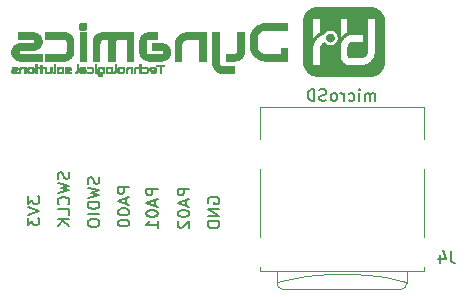
<source format=gbr>
%TF.GenerationSoftware,KiCad,Pcbnew,(5.1.6)-1*%
%TF.CreationDate,2020-12-01T11:19:40+01:00*%
%TF.ProjectId,LoRa_Dongle,4c6f5261-5f44-46f6-9e67-6c652e6b6963,rev?*%
%TF.SameCoordinates,Original*%
%TF.FileFunction,Legend,Bot*%
%TF.FilePolarity,Positive*%
%FSLAX46Y46*%
G04 Gerber Fmt 4.6, Leading zero omitted, Abs format (unit mm)*
G04 Created by KiCad (PCBNEW (5.1.6)-1) date 2020-12-01 11:19:40*
%MOMM*%
%LPD*%
G01*
G04 APERTURE LIST*
%ADD10C,0.150000*%
%ADD11C,0.010000*%
%ADD12C,0.120000*%
G04 APERTURE END LIST*
D10*
X65317333Y59237619D02*
X65317333Y59904285D01*
X65317333Y59809047D02*
X65269714Y59856666D01*
X65174476Y59904285D01*
X65031619Y59904285D01*
X64936380Y59856666D01*
X64888761Y59761428D01*
X64888761Y59237619D01*
X64888761Y59761428D02*
X64841142Y59856666D01*
X64745904Y59904285D01*
X64603047Y59904285D01*
X64507809Y59856666D01*
X64460190Y59761428D01*
X64460190Y59237619D01*
X63984000Y59237619D02*
X63984000Y59904285D01*
X63984000Y60237619D02*
X64031619Y60190000D01*
X63984000Y60142380D01*
X63936380Y60190000D01*
X63984000Y60237619D01*
X63984000Y60142380D01*
X63079238Y59285238D02*
X63174476Y59237619D01*
X63364952Y59237619D01*
X63460190Y59285238D01*
X63507809Y59332857D01*
X63555428Y59428095D01*
X63555428Y59713809D01*
X63507809Y59809047D01*
X63460190Y59856666D01*
X63364952Y59904285D01*
X63174476Y59904285D01*
X63079238Y59856666D01*
X62650666Y59237619D02*
X62650666Y59904285D01*
X62650666Y59713809D02*
X62603047Y59809047D01*
X62555428Y59856666D01*
X62460190Y59904285D01*
X62364952Y59904285D01*
X61888761Y59237619D02*
X61984000Y59285238D01*
X62031619Y59332857D01*
X62079238Y59428095D01*
X62079238Y59713809D01*
X62031619Y59809047D01*
X61984000Y59856666D01*
X61888761Y59904285D01*
X61745904Y59904285D01*
X61650666Y59856666D01*
X61603047Y59809047D01*
X61555428Y59713809D01*
X61555428Y59428095D01*
X61603047Y59332857D01*
X61650666Y59285238D01*
X61745904Y59237619D01*
X61888761Y59237619D01*
X61174476Y59285238D02*
X61031619Y59237619D01*
X60793523Y59237619D01*
X60698285Y59285238D01*
X60650666Y59332857D01*
X60603047Y59428095D01*
X60603047Y59523333D01*
X60650666Y59618571D01*
X60698285Y59666190D01*
X60793523Y59713809D01*
X60984000Y59761428D01*
X61079238Y59809047D01*
X61126857Y59856666D01*
X61174476Y59951904D01*
X61174476Y60047142D01*
X61126857Y60142380D01*
X61079238Y60190000D01*
X60984000Y60237619D01*
X60745904Y60237619D01*
X60603047Y60190000D01*
X60174476Y59237619D02*
X60174476Y60237619D01*
X59936380Y60237619D01*
X59793523Y60190000D01*
X59698285Y60094761D01*
X59650666Y59999523D01*
X59603047Y59809047D01*
X59603047Y59666190D01*
X59650666Y59475714D01*
X59698285Y59380476D01*
X59793523Y59285238D01*
X59936380Y59237619D01*
X60174476Y59237619D01*
X51189000Y50545904D02*
X51141380Y50641142D01*
X51141380Y50784000D01*
X51189000Y50926857D01*
X51284238Y51022095D01*
X51379476Y51069714D01*
X51569952Y51117333D01*
X51712809Y51117333D01*
X51903285Y51069714D01*
X51998523Y51022095D01*
X52093761Y50926857D01*
X52141380Y50784000D01*
X52141380Y50688761D01*
X52093761Y50545904D01*
X52046142Y50498285D01*
X51712809Y50498285D01*
X51712809Y50688761D01*
X52141380Y50069714D02*
X51141380Y50069714D01*
X52141380Y49498285D01*
X51141380Y49498285D01*
X52141380Y49022095D02*
X51141380Y49022095D01*
X51141380Y48784000D01*
X51189000Y48641142D01*
X51284238Y48545904D01*
X51379476Y48498285D01*
X51569952Y48450666D01*
X51712809Y48450666D01*
X51903285Y48498285D01*
X51998523Y48545904D01*
X52093761Y48641142D01*
X52141380Y48784000D01*
X52141380Y49022095D01*
X49601380Y51807857D02*
X48601380Y51807857D01*
X48601380Y51426904D01*
X48649000Y51331666D01*
X48696619Y51284047D01*
X48791857Y51236428D01*
X48934714Y51236428D01*
X49029952Y51284047D01*
X49077571Y51331666D01*
X49125190Y51426904D01*
X49125190Y51807857D01*
X49315666Y50855476D02*
X49315666Y50379285D01*
X49601380Y50950714D02*
X48601380Y50617380D01*
X49601380Y50284047D01*
X48601380Y49760238D02*
X48601380Y49665000D01*
X48649000Y49569761D01*
X48696619Y49522142D01*
X48791857Y49474523D01*
X48982333Y49426904D01*
X49220428Y49426904D01*
X49410904Y49474523D01*
X49506142Y49522142D01*
X49553761Y49569761D01*
X49601380Y49665000D01*
X49601380Y49760238D01*
X49553761Y49855476D01*
X49506142Y49903095D01*
X49410904Y49950714D01*
X49220428Y49998333D01*
X48982333Y49998333D01*
X48791857Y49950714D01*
X48696619Y49903095D01*
X48649000Y49855476D01*
X48601380Y49760238D01*
X48696619Y49045952D02*
X48649000Y48998333D01*
X48601380Y48903095D01*
X48601380Y48665000D01*
X48649000Y48569761D01*
X48696619Y48522142D01*
X48791857Y48474523D01*
X48887095Y48474523D01*
X49029952Y48522142D01*
X49601380Y49093571D01*
X49601380Y48474523D01*
X46934380Y51807857D02*
X45934380Y51807857D01*
X45934380Y51426904D01*
X45982000Y51331666D01*
X46029619Y51284047D01*
X46124857Y51236428D01*
X46267714Y51236428D01*
X46362952Y51284047D01*
X46410571Y51331666D01*
X46458190Y51426904D01*
X46458190Y51807857D01*
X46648666Y50855476D02*
X46648666Y50379285D01*
X46934380Y50950714D02*
X45934380Y50617380D01*
X46934380Y50284047D01*
X45934380Y49760238D02*
X45934380Y49665000D01*
X45982000Y49569761D01*
X46029619Y49522142D01*
X46124857Y49474523D01*
X46315333Y49426904D01*
X46553428Y49426904D01*
X46743904Y49474523D01*
X46839142Y49522142D01*
X46886761Y49569761D01*
X46934380Y49665000D01*
X46934380Y49760238D01*
X46886761Y49855476D01*
X46839142Y49903095D01*
X46743904Y49950714D01*
X46553428Y49998333D01*
X46315333Y49998333D01*
X46124857Y49950714D01*
X46029619Y49903095D01*
X45982000Y49855476D01*
X45934380Y49760238D01*
X46934380Y48474523D02*
X46934380Y49045952D01*
X46934380Y48760238D02*
X45934380Y48760238D01*
X46077238Y48855476D01*
X46172476Y48950714D01*
X46220095Y49045952D01*
X44521380Y51934857D02*
X43521380Y51934857D01*
X43521380Y51553904D01*
X43569000Y51458666D01*
X43616619Y51411047D01*
X43711857Y51363428D01*
X43854714Y51363428D01*
X43949952Y51411047D01*
X43997571Y51458666D01*
X44045190Y51553904D01*
X44045190Y51934857D01*
X44235666Y50982476D02*
X44235666Y50506285D01*
X44521380Y51077714D02*
X43521380Y50744380D01*
X44521380Y50411047D01*
X43521380Y49887238D02*
X43521380Y49792000D01*
X43569000Y49696761D01*
X43616619Y49649142D01*
X43711857Y49601523D01*
X43902333Y49553904D01*
X44140428Y49553904D01*
X44330904Y49601523D01*
X44426142Y49649142D01*
X44473761Y49696761D01*
X44521380Y49792000D01*
X44521380Y49887238D01*
X44473761Y49982476D01*
X44426142Y50030095D01*
X44330904Y50077714D01*
X44140428Y50125333D01*
X43902333Y50125333D01*
X43711857Y50077714D01*
X43616619Y50030095D01*
X43569000Y49982476D01*
X43521380Y49887238D01*
X43521380Y48934857D02*
X43521380Y48839619D01*
X43569000Y48744380D01*
X43616619Y48696761D01*
X43711857Y48649142D01*
X43902333Y48601523D01*
X44140428Y48601523D01*
X44330904Y48649142D01*
X44426142Y48696761D01*
X44473761Y48744380D01*
X44521380Y48839619D01*
X44521380Y48934857D01*
X44473761Y49030095D01*
X44426142Y49077714D01*
X44330904Y49125333D01*
X44140428Y49172952D01*
X43902333Y49172952D01*
X43711857Y49125333D01*
X43616619Y49077714D01*
X43569000Y49030095D01*
X43521380Y48934857D01*
X41933761Y52792047D02*
X41981380Y52649190D01*
X41981380Y52411095D01*
X41933761Y52315857D01*
X41886142Y52268238D01*
X41790904Y52220619D01*
X41695666Y52220619D01*
X41600428Y52268238D01*
X41552809Y52315857D01*
X41505190Y52411095D01*
X41457571Y52601571D01*
X41409952Y52696809D01*
X41362333Y52744428D01*
X41267095Y52792047D01*
X41171857Y52792047D01*
X41076619Y52744428D01*
X41029000Y52696809D01*
X40981380Y52601571D01*
X40981380Y52363476D01*
X41029000Y52220619D01*
X40981380Y51887285D02*
X41981380Y51649190D01*
X41267095Y51458714D01*
X41981380Y51268238D01*
X40981380Y51030142D01*
X41981380Y50649190D02*
X40981380Y50649190D01*
X40981380Y50411095D01*
X41029000Y50268238D01*
X41124238Y50173000D01*
X41219476Y50125380D01*
X41409952Y50077761D01*
X41552809Y50077761D01*
X41743285Y50125380D01*
X41838523Y50173000D01*
X41933761Y50268238D01*
X41981380Y50411095D01*
X41981380Y50649190D01*
X41981380Y49649190D02*
X40981380Y49649190D01*
X40981380Y48982523D02*
X40981380Y48792047D01*
X41029000Y48696809D01*
X41124238Y48601571D01*
X41314714Y48553952D01*
X41648047Y48553952D01*
X41838523Y48601571D01*
X41933761Y48696809D01*
X41981380Y48792047D01*
X41981380Y48982523D01*
X41933761Y49077761D01*
X41838523Y49173000D01*
X41648047Y49220619D01*
X41314714Y49220619D01*
X41124238Y49173000D01*
X41029000Y49077761D01*
X40981380Y48982523D01*
X39393761Y53188904D02*
X39441380Y53046047D01*
X39441380Y52807952D01*
X39393761Y52712714D01*
X39346142Y52665095D01*
X39250904Y52617476D01*
X39155666Y52617476D01*
X39060428Y52665095D01*
X39012809Y52712714D01*
X38965190Y52807952D01*
X38917571Y52998428D01*
X38869952Y53093666D01*
X38822333Y53141285D01*
X38727095Y53188904D01*
X38631857Y53188904D01*
X38536619Y53141285D01*
X38489000Y53093666D01*
X38441380Y52998428D01*
X38441380Y52760333D01*
X38489000Y52617476D01*
X38441380Y52284142D02*
X39441380Y52046047D01*
X38727095Y51855571D01*
X39441380Y51665095D01*
X38441380Y51427000D01*
X39346142Y50474619D02*
X39393761Y50522238D01*
X39441380Y50665095D01*
X39441380Y50760333D01*
X39393761Y50903190D01*
X39298523Y50998428D01*
X39203285Y51046047D01*
X39012809Y51093666D01*
X38869952Y51093666D01*
X38679476Y51046047D01*
X38584238Y50998428D01*
X38489000Y50903190D01*
X38441380Y50760333D01*
X38441380Y50665095D01*
X38489000Y50522238D01*
X38536619Y50474619D01*
X39441380Y49569857D02*
X39441380Y50046047D01*
X38441380Y50046047D01*
X39441380Y49236523D02*
X38441380Y49236523D01*
X39441380Y48665095D02*
X38869952Y49093666D01*
X38441380Y48665095D02*
X39012809Y49236523D01*
X35901380Y51149095D02*
X35901380Y50530047D01*
X36282333Y50863380D01*
X36282333Y50720523D01*
X36329952Y50625285D01*
X36377571Y50577666D01*
X36472809Y50530047D01*
X36710904Y50530047D01*
X36806142Y50577666D01*
X36853761Y50625285D01*
X36901380Y50720523D01*
X36901380Y51006238D01*
X36853761Y51101476D01*
X36806142Y51149095D01*
X35901380Y50244333D02*
X36901380Y49911000D01*
X35901380Y49577666D01*
X35901380Y49339571D02*
X35901380Y48720523D01*
X36282333Y49053857D01*
X36282333Y48911000D01*
X36329952Y48815761D01*
X36377571Y48768142D01*
X36472809Y48720523D01*
X36710904Y48720523D01*
X36806142Y48768142D01*
X36853761Y48815761D01*
X36901380Y48911000D01*
X36901380Y49196714D01*
X36853761Y49291952D01*
X36806142Y49339571D01*
D11*
%TO.C,G\u002A\u002A\u002A*%
G36*
X61435200Y64905694D02*
G01*
X61403388Y64898403D01*
X61370520Y64886442D01*
X61345699Y64875163D01*
X61324728Y64864585D01*
X61308268Y64854846D01*
X61293604Y64844001D01*
X61278022Y64830107D01*
X61264847Y64817260D01*
X61230452Y64778523D01*
X61203862Y64738075D01*
X61184427Y64694615D01*
X61171497Y64646842D01*
X61167473Y64622463D01*
X61164937Y64572845D01*
X61170806Y64523211D01*
X61185100Y64473459D01*
X61204091Y64430606D01*
X61230268Y64388764D01*
X61263114Y64351201D01*
X61301548Y64318783D01*
X61344490Y64292378D01*
X61390861Y64272852D01*
X61406616Y64268097D01*
X61423035Y64264705D01*
X61443438Y64262093D01*
X61465936Y64260315D01*
X61488639Y64259425D01*
X61509659Y64259475D01*
X61527107Y64260520D01*
X61539093Y64262614D01*
X61542677Y64264234D01*
X61552993Y64268893D01*
X61562060Y64270332D01*
X61574118Y64272087D01*
X61591449Y64276614D01*
X61611650Y64283107D01*
X61632321Y64290760D01*
X61651061Y64298768D01*
X61659961Y64303183D01*
X61671400Y64310713D01*
X61686709Y64322775D01*
X61703942Y64337747D01*
X61721153Y64354008D01*
X61722240Y64355086D01*
X61740266Y64373475D01*
X61753629Y64388506D01*
X61764007Y64402428D01*
X61773080Y64417489D01*
X61782348Y64435566D01*
X61796424Y64466280D01*
X61806225Y64493085D01*
X61812438Y64518930D01*
X61815752Y64546767D01*
X61816853Y64579546D01*
X61816869Y64583733D01*
X61816536Y64610013D01*
X61815249Y64630617D01*
X61812702Y64648309D01*
X61808593Y64665854D01*
X61807361Y64670277D01*
X61788827Y64720522D01*
X61763413Y64766066D01*
X61731564Y64806441D01*
X61693722Y64841175D01*
X61650331Y64869802D01*
X61601835Y64891850D01*
X61596105Y64893889D01*
X61577266Y64899932D01*
X61560329Y64903997D01*
X61542303Y64906587D01*
X61520193Y64908206D01*
X61507719Y64908768D01*
X61468972Y64908940D01*
X61435200Y64905694D01*
G37*
X61435200Y64905694D02*
X61403388Y64898403D01*
X61370520Y64886442D01*
X61345699Y64875163D01*
X61324728Y64864585D01*
X61308268Y64854846D01*
X61293604Y64844001D01*
X61278022Y64830107D01*
X61264847Y64817260D01*
X61230452Y64778523D01*
X61203862Y64738075D01*
X61184427Y64694615D01*
X61171497Y64646842D01*
X61167473Y64622463D01*
X61164937Y64572845D01*
X61170806Y64523211D01*
X61185100Y64473459D01*
X61204091Y64430606D01*
X61230268Y64388764D01*
X61263114Y64351201D01*
X61301548Y64318783D01*
X61344490Y64292378D01*
X61390861Y64272852D01*
X61406616Y64268097D01*
X61423035Y64264705D01*
X61443438Y64262093D01*
X61465936Y64260315D01*
X61488639Y64259425D01*
X61509659Y64259475D01*
X61527107Y64260520D01*
X61539093Y64262614D01*
X61542677Y64264234D01*
X61552993Y64268893D01*
X61562060Y64270332D01*
X61574118Y64272087D01*
X61591449Y64276614D01*
X61611650Y64283107D01*
X61632321Y64290760D01*
X61651061Y64298768D01*
X61659961Y64303183D01*
X61671400Y64310713D01*
X61686709Y64322775D01*
X61703942Y64337747D01*
X61721153Y64354008D01*
X61722240Y64355086D01*
X61740266Y64373475D01*
X61753629Y64388506D01*
X61764007Y64402428D01*
X61773080Y64417489D01*
X61782348Y64435566D01*
X61796424Y64466280D01*
X61806225Y64493085D01*
X61812438Y64518930D01*
X61815752Y64546767D01*
X61816853Y64579546D01*
X61816869Y64583733D01*
X61816536Y64610013D01*
X61815249Y64630617D01*
X61812702Y64648309D01*
X61808593Y64665854D01*
X61807361Y64670277D01*
X61788827Y64720522D01*
X61763413Y64766066D01*
X61731564Y64806441D01*
X61693722Y64841175D01*
X61650331Y64869802D01*
X61601835Y64891850D01*
X61596105Y64893889D01*
X61577266Y64899932D01*
X61560329Y64903997D01*
X61542303Y64906587D01*
X61520193Y64908206D01*
X61507719Y64908768D01*
X61468972Y64908940D01*
X61435200Y64905694D01*
G36*
X40527450Y65817743D02*
G01*
X40490291Y65817699D01*
X40459978Y65817578D01*
X40435702Y65817342D01*
X40416652Y65816954D01*
X40402018Y65816376D01*
X40390989Y65815569D01*
X40382757Y65814495D01*
X40376511Y65813116D01*
X40371440Y65811395D01*
X40366734Y65809293D01*
X40364017Y65807964D01*
X40337388Y65790508D01*
X40314497Y65767003D01*
X40297740Y65740091D01*
X40286516Y65716150D01*
X40286516Y65352083D01*
X40297726Y65328173D01*
X40315449Y65299639D01*
X40339016Y65276021D01*
X40363043Y65260740D01*
X40383883Y65250483D01*
X40568033Y65249657D01*
X40614458Y65249497D01*
X40653149Y65249483D01*
X40684836Y65249634D01*
X40710251Y65249969D01*
X40730124Y65250504D01*
X40745188Y65251260D01*
X40756171Y65252255D01*
X40763807Y65253507D01*
X40768004Y65254708D01*
X40793995Y65267887D01*
X40817436Y65286343D01*
X40834413Y65306361D01*
X40840547Y65315888D01*
X40845636Y65324852D01*
X40849771Y65334122D01*
X40853041Y65344565D01*
X40855539Y65357047D01*
X40857355Y65372437D01*
X40858580Y65391601D01*
X40859306Y65415406D01*
X40859622Y65444721D01*
X40859621Y65480412D01*
X40859392Y65523346D01*
X40859254Y65543227D01*
X40858016Y65716150D01*
X40846792Y65740091D01*
X40829455Y65767763D01*
X40806019Y65791390D01*
X40780700Y65807786D01*
X40760649Y65817750D01*
X40572266Y65817750D01*
X40527450Y65817743D01*
G37*
X40527450Y65817743D02*
X40490291Y65817699D01*
X40459978Y65817578D01*
X40435702Y65817342D01*
X40416652Y65816954D01*
X40402018Y65816376D01*
X40390989Y65815569D01*
X40382757Y65814495D01*
X40376511Y65813116D01*
X40371440Y65811395D01*
X40366734Y65809293D01*
X40364017Y65807964D01*
X40337388Y65790508D01*
X40314497Y65767003D01*
X40297740Y65740091D01*
X40286516Y65716150D01*
X40286516Y65352083D01*
X40297726Y65328173D01*
X40315449Y65299639D01*
X40339016Y65276021D01*
X40363043Y65260740D01*
X40383883Y65250483D01*
X40568033Y65249657D01*
X40614458Y65249497D01*
X40653149Y65249483D01*
X40684836Y65249634D01*
X40710251Y65249969D01*
X40730124Y65250504D01*
X40745188Y65251260D01*
X40756171Y65252255D01*
X40763807Y65253507D01*
X40768004Y65254708D01*
X40793995Y65267887D01*
X40817436Y65286343D01*
X40834413Y65306361D01*
X40840547Y65315888D01*
X40845636Y65324852D01*
X40849771Y65334122D01*
X40853041Y65344565D01*
X40855539Y65357047D01*
X40857355Y65372437D01*
X40858580Y65391601D01*
X40859306Y65415406D01*
X40859622Y65444721D01*
X40859621Y65480412D01*
X40859392Y65523346D01*
X40859254Y65543227D01*
X40858016Y65716150D01*
X40846792Y65740091D01*
X40829455Y65767763D01*
X40806019Y65791390D01*
X40780700Y65807786D01*
X40760649Y65817750D01*
X40572266Y65817750D01*
X40527450Y65817743D01*
G36*
X35085866Y64465200D02*
G01*
X35683825Y64465175D01*
X35765379Y64465143D01*
X35842604Y64465055D01*
X35915153Y64464913D01*
X35982676Y64464720D01*
X36044826Y64464478D01*
X36101254Y64464189D01*
X36151612Y64463856D01*
X36195551Y64463480D01*
X36232723Y64463065D01*
X36262780Y64462611D01*
X36285374Y64462122D01*
X36300155Y64461600D01*
X36306424Y64461115D01*
X36341676Y64451480D01*
X36373331Y64435287D01*
X36400649Y64413522D01*
X36422892Y64387173D01*
X36439320Y64357225D01*
X36449193Y64324666D01*
X36451771Y64290481D01*
X36449602Y64270116D01*
X36438993Y64232701D01*
X36421342Y64199765D01*
X36397052Y64171839D01*
X36366525Y64149454D01*
X36352652Y64142167D01*
X36324116Y64128650D01*
X35744150Y64126360D01*
X35660631Y64126034D01*
X35585118Y64125737D01*
X35517149Y64125451D01*
X35456263Y64125157D01*
X35402000Y64124837D01*
X35353896Y64124472D01*
X35311492Y64124046D01*
X35274327Y64123538D01*
X35241939Y64122932D01*
X35213866Y64122208D01*
X35189649Y64121349D01*
X35168825Y64120336D01*
X35150933Y64119152D01*
X35135513Y64117777D01*
X35122103Y64116194D01*
X35110242Y64114384D01*
X35099469Y64112329D01*
X35089322Y64110011D01*
X35079341Y64107412D01*
X35069064Y64104513D01*
X35058030Y64101296D01*
X35049757Y64098888D01*
X34974731Y64072893D01*
X34903726Y64039633D01*
X34837155Y63999502D01*
X34775434Y63952894D01*
X34718975Y63900205D01*
X34668194Y63841829D01*
X34623504Y63778160D01*
X34585321Y63709595D01*
X34554057Y63636526D01*
X34548722Y63621552D01*
X34526626Y63545021D01*
X34512483Y63467128D01*
X34506325Y63388673D01*
X34508182Y63310455D01*
X34518085Y63233276D01*
X34531367Y63174493D01*
X34554265Y63105034D01*
X34584464Y63037930D01*
X34621295Y62974238D01*
X34664092Y62915016D01*
X34712186Y62861323D01*
X34752237Y62824557D01*
X34816361Y62776052D01*
X34883960Y62735263D01*
X34955055Y62702181D01*
X35029664Y62676797D01*
X35107810Y62659104D01*
X35187466Y62649246D01*
X35199060Y62648700D01*
X35218994Y62648188D01*
X35247141Y62647710D01*
X35283373Y62647267D01*
X35327563Y62646860D01*
X35379585Y62646489D01*
X35439310Y62646156D01*
X35506614Y62645859D01*
X35581367Y62645600D01*
X35663444Y62645380D01*
X35752717Y62645199D01*
X35849059Y62645058D01*
X35952342Y62644956D01*
X36062441Y62644896D01*
X36170658Y62644877D01*
X37096700Y62644866D01*
X37096700Y63207900D01*
X36195208Y63207900D01*
X36081644Y63207915D01*
X35976368Y63207961D01*
X35879202Y63208039D01*
X35789967Y63208149D01*
X35708486Y63208293D01*
X35634579Y63208472D01*
X35568068Y63208686D01*
X35508776Y63208936D01*
X35456523Y63209224D01*
X35411131Y63209549D01*
X35372422Y63209914D01*
X35340217Y63210319D01*
X35314339Y63210764D01*
X35294608Y63211251D01*
X35280846Y63211781D01*
X35272876Y63212355D01*
X35271283Y63212593D01*
X35240565Y63222792D01*
X35210436Y63239643D01*
X35182858Y63261581D01*
X35159796Y63287043D01*
X35143215Y63314465D01*
X35143127Y63314659D01*
X35130482Y63351906D01*
X35125928Y63388848D01*
X35129104Y63424631D01*
X35139653Y63458400D01*
X35157216Y63489302D01*
X35181433Y63516482D01*
X35211946Y63539087D01*
X35243942Y63554603D01*
X35247071Y63555562D01*
X35251517Y63556435D01*
X35257696Y63557228D01*
X35266030Y63557946D01*
X35276935Y63558597D01*
X35290832Y63559187D01*
X35308138Y63559721D01*
X35329272Y63560207D01*
X35354654Y63560651D01*
X35384702Y63561058D01*
X35419834Y63561437D01*
X35460470Y63561792D01*
X35507027Y63562130D01*
X35559926Y63562458D01*
X35619584Y63562782D01*
X35686420Y63563109D01*
X35760853Y63563444D01*
X35843302Y63563794D01*
X35849983Y63563822D01*
X35933337Y63564161D01*
X36008689Y63564464D01*
X36076502Y63564750D01*
X36137241Y63565037D01*
X36191369Y63565344D01*
X36239351Y63565687D01*
X36281651Y63566087D01*
X36318733Y63566560D01*
X36351060Y63567124D01*
X36379097Y63567800D01*
X36403308Y63568603D01*
X36424157Y63569553D01*
X36442108Y63570668D01*
X36457624Y63571966D01*
X36471171Y63573465D01*
X36483211Y63575183D01*
X36494210Y63577139D01*
X36504631Y63579350D01*
X36514937Y63581836D01*
X36525594Y63584614D01*
X36537065Y63587702D01*
X36549814Y63591119D01*
X36550501Y63591301D01*
X36622865Y63614740D01*
X36692393Y63645789D01*
X36758422Y63683905D01*
X36820288Y63728546D01*
X36877330Y63779167D01*
X36928885Y63835227D01*
X36974289Y63896182D01*
X37012881Y63961490D01*
X37020324Y63976250D01*
X37051341Y64048971D01*
X37074204Y64123200D01*
X37088979Y64198419D01*
X37095733Y64274107D01*
X37094530Y64349747D01*
X37085439Y64424819D01*
X37068525Y64498806D01*
X37043854Y64571187D01*
X37011492Y64641445D01*
X36971506Y64709061D01*
X36923963Y64773515D01*
X36917490Y64781325D01*
X36865254Y64837049D01*
X36807337Y64886784D01*
X36744326Y64930233D01*
X36676808Y64967101D01*
X36605371Y64997090D01*
X36530602Y65019905D01*
X36453087Y65035247D01*
X36403782Y65040887D01*
X36392902Y65041430D01*
X36373941Y65041945D01*
X36347287Y65042430D01*
X36313326Y65042882D01*
X36272444Y65043300D01*
X36225027Y65043680D01*
X36171462Y65044020D01*
X36112136Y65044319D01*
X36047435Y65044572D01*
X35977746Y65044779D01*
X35903454Y65044937D01*
X35824947Y65045043D01*
X35742610Y65045095D01*
X35719808Y65045099D01*
X35085866Y65045166D01*
X35085866Y64465200D01*
G37*
X35085866Y64465200D02*
X35683825Y64465175D01*
X35765379Y64465143D01*
X35842604Y64465055D01*
X35915153Y64464913D01*
X35982676Y64464720D01*
X36044826Y64464478D01*
X36101254Y64464189D01*
X36151612Y64463856D01*
X36195551Y64463480D01*
X36232723Y64463065D01*
X36262780Y64462611D01*
X36285374Y64462122D01*
X36300155Y64461600D01*
X36306424Y64461115D01*
X36341676Y64451480D01*
X36373331Y64435287D01*
X36400649Y64413522D01*
X36422892Y64387173D01*
X36439320Y64357225D01*
X36449193Y64324666D01*
X36451771Y64290481D01*
X36449602Y64270116D01*
X36438993Y64232701D01*
X36421342Y64199765D01*
X36397052Y64171839D01*
X36366525Y64149454D01*
X36352652Y64142167D01*
X36324116Y64128650D01*
X35744150Y64126360D01*
X35660631Y64126034D01*
X35585118Y64125737D01*
X35517149Y64125451D01*
X35456263Y64125157D01*
X35402000Y64124837D01*
X35353896Y64124472D01*
X35311492Y64124046D01*
X35274327Y64123538D01*
X35241939Y64122932D01*
X35213866Y64122208D01*
X35189649Y64121349D01*
X35168825Y64120336D01*
X35150933Y64119152D01*
X35135513Y64117777D01*
X35122103Y64116194D01*
X35110242Y64114384D01*
X35099469Y64112329D01*
X35089322Y64110011D01*
X35079341Y64107412D01*
X35069064Y64104513D01*
X35058030Y64101296D01*
X35049757Y64098888D01*
X34974731Y64072893D01*
X34903726Y64039633D01*
X34837155Y63999502D01*
X34775434Y63952894D01*
X34718975Y63900205D01*
X34668194Y63841829D01*
X34623504Y63778160D01*
X34585321Y63709595D01*
X34554057Y63636526D01*
X34548722Y63621552D01*
X34526626Y63545021D01*
X34512483Y63467128D01*
X34506325Y63388673D01*
X34508182Y63310455D01*
X34518085Y63233276D01*
X34531367Y63174493D01*
X34554265Y63105034D01*
X34584464Y63037930D01*
X34621295Y62974238D01*
X34664092Y62915016D01*
X34712186Y62861323D01*
X34752237Y62824557D01*
X34816361Y62776052D01*
X34883960Y62735263D01*
X34955055Y62702181D01*
X35029664Y62676797D01*
X35107810Y62659104D01*
X35187466Y62649246D01*
X35199060Y62648700D01*
X35218994Y62648188D01*
X35247141Y62647710D01*
X35283373Y62647267D01*
X35327563Y62646860D01*
X35379585Y62646489D01*
X35439310Y62646156D01*
X35506614Y62645859D01*
X35581367Y62645600D01*
X35663444Y62645380D01*
X35752717Y62645199D01*
X35849059Y62645058D01*
X35952342Y62644956D01*
X36062441Y62644896D01*
X36170658Y62644877D01*
X37096700Y62644866D01*
X37096700Y63207900D01*
X36195208Y63207900D01*
X36081644Y63207915D01*
X35976368Y63207961D01*
X35879202Y63208039D01*
X35789967Y63208149D01*
X35708486Y63208293D01*
X35634579Y63208472D01*
X35568068Y63208686D01*
X35508776Y63208936D01*
X35456523Y63209224D01*
X35411131Y63209549D01*
X35372422Y63209914D01*
X35340217Y63210319D01*
X35314339Y63210764D01*
X35294608Y63211251D01*
X35280846Y63211781D01*
X35272876Y63212355D01*
X35271283Y63212593D01*
X35240565Y63222792D01*
X35210436Y63239643D01*
X35182858Y63261581D01*
X35159796Y63287043D01*
X35143215Y63314465D01*
X35143127Y63314659D01*
X35130482Y63351906D01*
X35125928Y63388848D01*
X35129104Y63424631D01*
X35139653Y63458400D01*
X35157216Y63489302D01*
X35181433Y63516482D01*
X35211946Y63539087D01*
X35243942Y63554603D01*
X35247071Y63555562D01*
X35251517Y63556435D01*
X35257696Y63557228D01*
X35266030Y63557946D01*
X35276935Y63558597D01*
X35290832Y63559187D01*
X35308138Y63559721D01*
X35329272Y63560207D01*
X35354654Y63560651D01*
X35384702Y63561058D01*
X35419834Y63561437D01*
X35460470Y63561792D01*
X35507027Y63562130D01*
X35559926Y63562458D01*
X35619584Y63562782D01*
X35686420Y63563109D01*
X35760853Y63563444D01*
X35843302Y63563794D01*
X35849983Y63563822D01*
X35933337Y63564161D01*
X36008689Y63564464D01*
X36076502Y63564750D01*
X36137241Y63565037D01*
X36191369Y63565344D01*
X36239351Y63565687D01*
X36281651Y63566087D01*
X36318733Y63566560D01*
X36351060Y63567124D01*
X36379097Y63567800D01*
X36403308Y63568603D01*
X36424157Y63569553D01*
X36442108Y63570668D01*
X36457624Y63571966D01*
X36471171Y63573465D01*
X36483211Y63575183D01*
X36494210Y63577139D01*
X36504631Y63579350D01*
X36514937Y63581836D01*
X36525594Y63584614D01*
X36537065Y63587702D01*
X36549814Y63591119D01*
X36550501Y63591301D01*
X36622865Y63614740D01*
X36692393Y63645789D01*
X36758422Y63683905D01*
X36820288Y63728546D01*
X36877330Y63779167D01*
X36928885Y63835227D01*
X36974289Y63896182D01*
X37012881Y63961490D01*
X37020324Y63976250D01*
X37051341Y64048971D01*
X37074204Y64123200D01*
X37088979Y64198419D01*
X37095733Y64274107D01*
X37094530Y64349747D01*
X37085439Y64424819D01*
X37068525Y64498806D01*
X37043854Y64571187D01*
X37011492Y64641445D01*
X36971506Y64709061D01*
X36923963Y64773515D01*
X36917490Y64781325D01*
X36865254Y64837049D01*
X36807337Y64886784D01*
X36744326Y64930233D01*
X36676808Y64967101D01*
X36605371Y64997090D01*
X36530602Y65019905D01*
X36453087Y65035247D01*
X36403782Y65040887D01*
X36392902Y65041430D01*
X36373941Y65041945D01*
X36347287Y65042430D01*
X36313326Y65042882D01*
X36272444Y65043300D01*
X36225027Y65043680D01*
X36171462Y65044020D01*
X36112136Y65044319D01*
X36047435Y65044572D01*
X35977746Y65044779D01*
X35903454Y65044937D01*
X35824947Y65045043D01*
X35742610Y65045095D01*
X35719808Y65045099D01*
X35085866Y65045166D01*
X35085866Y64465200D01*
G36*
X37397266Y64465388D02*
G01*
X38209008Y64464103D01*
X38306777Y64463944D01*
X38396442Y64463790D01*
X38478366Y64463635D01*
X38552913Y64463476D01*
X38620445Y64463309D01*
X38681325Y64463131D01*
X38735917Y64462938D01*
X38784583Y64462726D01*
X38827686Y64462492D01*
X38865589Y64462231D01*
X38898656Y64461939D01*
X38927248Y64461614D01*
X38951731Y64461252D01*
X38972465Y64460847D01*
X38989814Y64460398D01*
X39004142Y64459900D01*
X39015810Y64459349D01*
X39025183Y64458742D01*
X39032623Y64458074D01*
X39038494Y64457343D01*
X39043157Y64456544D01*
X39046976Y64455673D01*
X39047872Y64455436D01*
X39087825Y64440938D01*
X39121410Y64420871D01*
X39148728Y64395129D01*
X39169879Y64363606D01*
X39184962Y64326199D01*
X39190155Y64305750D01*
X39191256Y64296215D01*
X39192260Y64278923D01*
X39193167Y64254587D01*
X39193978Y64223918D01*
X39194693Y64187625D01*
X39195311Y64146420D01*
X39195833Y64101013D01*
X39196259Y64052116D01*
X39196588Y64000438D01*
X39196820Y63946692D01*
X39196956Y63891586D01*
X39196996Y63835833D01*
X39196939Y63780143D01*
X39196786Y63725227D01*
X39196536Y63671795D01*
X39196190Y63620559D01*
X39195748Y63572228D01*
X39195209Y63527515D01*
X39194574Y63487129D01*
X39193842Y63451781D01*
X39193013Y63422182D01*
X39192089Y63399043D01*
X39191068Y63383075D01*
X39190155Y63375816D01*
X39178212Y63334897D01*
X39160812Y63300223D01*
X39137491Y63271269D01*
X39107788Y63247512D01*
X39071241Y63228429D01*
X39054156Y63221829D01*
X39020750Y63210017D01*
X38209008Y63208874D01*
X37397266Y63207732D01*
X37397266Y62644866D01*
X38196308Y62645463D01*
X38278664Y62645543D01*
X38359168Y62645658D01*
X38437375Y62645804D01*
X38512841Y62645981D01*
X38585120Y62646186D01*
X38653766Y62646417D01*
X38718335Y62646671D01*
X38778381Y62646946D01*
X38833460Y62647241D01*
X38883125Y62647553D01*
X38926933Y62647879D01*
X38964437Y62648218D01*
X38995192Y62648568D01*
X39018754Y62648926D01*
X39034676Y62649290D01*
X39041916Y62649606D01*
X39105480Y62657038D01*
X39171020Y62669474D01*
X39235193Y62686165D01*
X39293810Y62706036D01*
X39367177Y62738483D01*
X39434844Y62777056D01*
X39497027Y62821942D01*
X39553940Y62873327D01*
X39605797Y62931398D01*
X39652814Y62996341D01*
X39680941Y63042435D01*
X39707144Y63092836D01*
X39728791Y63144730D01*
X39746615Y63200175D01*
X39761348Y63261226D01*
X39764662Y63277750D01*
X39766052Y63285127D01*
X39767294Y63292397D01*
X39768398Y63300066D01*
X39769373Y63308640D01*
X39770230Y63318625D01*
X39770979Y63330528D01*
X39771631Y63344853D01*
X39772195Y63362107D01*
X39772682Y63382797D01*
X39773102Y63407427D01*
X39773465Y63436505D01*
X39773781Y63470535D01*
X39774062Y63510025D01*
X39774316Y63555479D01*
X39774554Y63607405D01*
X39774786Y63666307D01*
X39775023Y63732693D01*
X39775260Y63802683D01*
X39775500Y63877933D01*
X39775687Y63945223D01*
X39775816Y64005062D01*
X39775882Y64057956D01*
X39775879Y64104415D01*
X39775804Y64144944D01*
X39775650Y64180051D01*
X39775414Y64210244D01*
X39775089Y64236031D01*
X39774671Y64257918D01*
X39774156Y64276414D01*
X39773537Y64292025D01*
X39772811Y64305260D01*
X39771972Y64316625D01*
X39771015Y64326629D01*
X39770053Y64334853D01*
X39755078Y64420062D01*
X39732094Y64502725D01*
X39701243Y64582462D01*
X39662666Y64658893D01*
X39628427Y64714300D01*
X39581854Y64776347D01*
X39529473Y64832374D01*
X39471603Y64882206D01*
X39408560Y64925668D01*
X39340663Y64962586D01*
X39268230Y64992783D01*
X39191577Y65016086D01*
X39111023Y65032320D01*
X39035566Y65040732D01*
X39023069Y65041303D01*
X39002311Y65041839D01*
X38973496Y65042338D01*
X38936832Y65042800D01*
X38892522Y65043223D01*
X38840774Y65043606D01*
X38781791Y65043950D01*
X38715779Y65044251D01*
X38642944Y65044510D01*
X38563491Y65044724D01*
X38477626Y65044894D01*
X38385554Y65045019D01*
X38287480Y65045096D01*
X38185725Y65045125D01*
X37397266Y65045166D01*
X37397266Y64465388D01*
G37*
X37397266Y64465388D02*
X38209008Y64464103D01*
X38306777Y64463944D01*
X38396442Y64463790D01*
X38478366Y64463635D01*
X38552913Y64463476D01*
X38620445Y64463309D01*
X38681325Y64463131D01*
X38735917Y64462938D01*
X38784583Y64462726D01*
X38827686Y64462492D01*
X38865589Y64462231D01*
X38898656Y64461939D01*
X38927248Y64461614D01*
X38951731Y64461252D01*
X38972465Y64460847D01*
X38989814Y64460398D01*
X39004142Y64459900D01*
X39015810Y64459349D01*
X39025183Y64458742D01*
X39032623Y64458074D01*
X39038494Y64457343D01*
X39043157Y64456544D01*
X39046976Y64455673D01*
X39047872Y64455436D01*
X39087825Y64440938D01*
X39121410Y64420871D01*
X39148728Y64395129D01*
X39169879Y64363606D01*
X39184962Y64326199D01*
X39190155Y64305750D01*
X39191256Y64296215D01*
X39192260Y64278923D01*
X39193167Y64254587D01*
X39193978Y64223918D01*
X39194693Y64187625D01*
X39195311Y64146420D01*
X39195833Y64101013D01*
X39196259Y64052116D01*
X39196588Y64000438D01*
X39196820Y63946692D01*
X39196956Y63891586D01*
X39196996Y63835833D01*
X39196939Y63780143D01*
X39196786Y63725227D01*
X39196536Y63671795D01*
X39196190Y63620559D01*
X39195748Y63572228D01*
X39195209Y63527515D01*
X39194574Y63487129D01*
X39193842Y63451781D01*
X39193013Y63422182D01*
X39192089Y63399043D01*
X39191068Y63383075D01*
X39190155Y63375816D01*
X39178212Y63334897D01*
X39160812Y63300223D01*
X39137491Y63271269D01*
X39107788Y63247512D01*
X39071241Y63228429D01*
X39054156Y63221829D01*
X39020750Y63210017D01*
X38209008Y63208874D01*
X37397266Y63207732D01*
X37397266Y62644866D01*
X38196308Y62645463D01*
X38278664Y62645543D01*
X38359168Y62645658D01*
X38437375Y62645804D01*
X38512841Y62645981D01*
X38585120Y62646186D01*
X38653766Y62646417D01*
X38718335Y62646671D01*
X38778381Y62646946D01*
X38833460Y62647241D01*
X38883125Y62647553D01*
X38926933Y62647879D01*
X38964437Y62648218D01*
X38995192Y62648568D01*
X39018754Y62648926D01*
X39034676Y62649290D01*
X39041916Y62649606D01*
X39105480Y62657038D01*
X39171020Y62669474D01*
X39235193Y62686165D01*
X39293810Y62706036D01*
X39367177Y62738483D01*
X39434844Y62777056D01*
X39497027Y62821942D01*
X39553940Y62873327D01*
X39605797Y62931398D01*
X39652814Y62996341D01*
X39680941Y63042435D01*
X39707144Y63092836D01*
X39728791Y63144730D01*
X39746615Y63200175D01*
X39761348Y63261226D01*
X39764662Y63277750D01*
X39766052Y63285127D01*
X39767294Y63292397D01*
X39768398Y63300066D01*
X39769373Y63308640D01*
X39770230Y63318625D01*
X39770979Y63330528D01*
X39771631Y63344853D01*
X39772195Y63362107D01*
X39772682Y63382797D01*
X39773102Y63407427D01*
X39773465Y63436505D01*
X39773781Y63470535D01*
X39774062Y63510025D01*
X39774316Y63555479D01*
X39774554Y63607405D01*
X39774786Y63666307D01*
X39775023Y63732693D01*
X39775260Y63802683D01*
X39775500Y63877933D01*
X39775687Y63945223D01*
X39775816Y64005062D01*
X39775882Y64057956D01*
X39775879Y64104415D01*
X39775804Y64144944D01*
X39775650Y64180051D01*
X39775414Y64210244D01*
X39775089Y64236031D01*
X39774671Y64257918D01*
X39774156Y64276414D01*
X39773537Y64292025D01*
X39772811Y64305260D01*
X39771972Y64316625D01*
X39771015Y64326629D01*
X39770053Y64334853D01*
X39755078Y64420062D01*
X39732094Y64502725D01*
X39701243Y64582462D01*
X39662666Y64658893D01*
X39628427Y64714300D01*
X39581854Y64776347D01*
X39529473Y64832374D01*
X39471603Y64882206D01*
X39408560Y64925668D01*
X39340663Y64962586D01*
X39268230Y64992783D01*
X39191577Y65016086D01*
X39111023Y65032320D01*
X39035566Y65040732D01*
X39023069Y65041303D01*
X39002311Y65041839D01*
X38973496Y65042338D01*
X38936832Y65042800D01*
X38892522Y65043223D01*
X38840774Y65043606D01*
X38781791Y65043950D01*
X38715779Y65044251D01*
X38642944Y65044510D01*
X38563491Y65044724D01*
X38477626Y65044894D01*
X38385554Y65045019D01*
X38287480Y65045096D01*
X38185725Y65045125D01*
X37397266Y65045166D01*
X37397266Y64465388D01*
G36*
X40292866Y62644866D02*
G01*
X40851666Y62644866D01*
X40851666Y65045166D01*
X40292866Y65045166D01*
X40292866Y62644866D01*
G37*
X40292866Y62644866D02*
X40851666Y62644866D01*
X40851666Y65045166D01*
X40292866Y65045166D01*
X40292866Y62644866D01*
G36*
X43500674Y65044029D02*
G01*
X43373320Y65043905D01*
X43254150Y65043784D01*
X43142884Y65043666D01*
X43039240Y65043547D01*
X42942936Y65043426D01*
X42853692Y65043302D01*
X42771224Y65043172D01*
X42695253Y65043035D01*
X42625497Y65042890D01*
X42561673Y65042733D01*
X42503500Y65042563D01*
X42450698Y65042379D01*
X42402983Y65042179D01*
X42360076Y65041961D01*
X42321693Y65041723D01*
X42287555Y65041464D01*
X42257378Y65041180D01*
X42230882Y65040872D01*
X42207785Y65040537D01*
X42187806Y65040172D01*
X42170663Y65039778D01*
X42156074Y65039350D01*
X42143758Y65038889D01*
X42133434Y65038391D01*
X42124819Y65037856D01*
X42117633Y65037280D01*
X42111594Y65036664D01*
X42106420Y65036004D01*
X42101830Y65035299D01*
X42100499Y65035074D01*
X42015992Y65017011D01*
X41935202Y64992683D01*
X41858685Y64962377D01*
X41786996Y64926381D01*
X41720690Y64884980D01*
X41660324Y64838462D01*
X41606452Y64787113D01*
X41593999Y64773482D01*
X41547512Y64714833D01*
X41506967Y64650536D01*
X41472627Y64581219D01*
X41444753Y64507508D01*
X41423604Y64430033D01*
X41409443Y64349422D01*
X41406312Y64321876D01*
X41405744Y64311704D01*
X41405213Y64293210D01*
X41404719Y64266540D01*
X41404265Y64231837D01*
X41403849Y64189248D01*
X41403474Y64138918D01*
X41403139Y64080991D01*
X41402846Y64015612D01*
X41402595Y63942926D01*
X41402388Y63863078D01*
X41402223Y63776214D01*
X41402103Y63682478D01*
X41402029Y63582015D01*
X41402000Y63474970D01*
X41401999Y63461451D01*
X41401999Y62644866D01*
X41981966Y62644866D01*
X41982114Y63454492D01*
X41982141Y63554481D01*
X41982184Y63646345D01*
X41982247Y63730424D01*
X41982332Y63807061D01*
X41982441Y63876597D01*
X41982577Y63939372D01*
X41982742Y63995727D01*
X41982939Y64046005D01*
X41983169Y64090547D01*
X41983436Y64129693D01*
X41983742Y64163785D01*
X41984090Y64193164D01*
X41984481Y64218172D01*
X41984918Y64239149D01*
X41985404Y64256438D01*
X41985942Y64270379D01*
X41986532Y64281313D01*
X41987179Y64289582D01*
X41987884Y64295527D01*
X41988138Y64297082D01*
X41999139Y64338709D01*
X42016251Y64374480D01*
X42039467Y64404384D01*
X42068776Y64428413D01*
X42104172Y64446556D01*
X42131110Y64455369D01*
X42137383Y64456812D01*
X42144984Y64458062D01*
X42154569Y64459138D01*
X42166794Y64460059D01*
X42182313Y64460843D01*
X42201782Y64461511D01*
X42225855Y64462080D01*
X42255190Y64462571D01*
X42290440Y64463001D01*
X42332260Y64463390D01*
X42381307Y64463757D01*
X42431758Y64464082D01*
X42705866Y64465753D01*
X42705866Y62644866D01*
X43285607Y62644866D01*
X43286841Y63467192D01*
X43286992Y63565521D01*
X43287139Y63655744D01*
X43287286Y63738221D01*
X43287436Y63813313D01*
X43287594Y63881379D01*
X43287763Y63942781D01*
X43287947Y63997877D01*
X43288149Y64047030D01*
X43288374Y64090598D01*
X43288625Y64128943D01*
X43288905Y64162424D01*
X43289219Y64191403D01*
X43289570Y64216239D01*
X43289962Y64237293D01*
X43290398Y64254925D01*
X43290883Y64269495D01*
X43291420Y64281364D01*
X43292012Y64290892D01*
X43292664Y64298440D01*
X43293380Y64304367D01*
X43294162Y64309034D01*
X43295015Y64312802D01*
X43295602Y64314916D01*
X43311111Y64354952D01*
X43332100Y64388566D01*
X43358771Y64415956D01*
X43391325Y64437318D01*
X43429960Y64452848D01*
X43438627Y64455323D01*
X43443778Y64456550D01*
X43449892Y64457637D01*
X43457496Y64458597D01*
X43467120Y64459439D01*
X43479293Y64460175D01*
X43494544Y64460815D01*
X43513400Y64461371D01*
X43536393Y64461852D01*
X43564050Y64462270D01*
X43596900Y64462635D01*
X43635472Y64462957D01*
X43680295Y64463249D01*
X43731898Y64463520D01*
X43790811Y64463781D01*
X43857561Y64464043D01*
X43871091Y64464093D01*
X44276433Y64465594D01*
X44276433Y62644866D01*
X44856399Y62644866D01*
X44856399Y65045331D01*
X43500674Y65044029D01*
G37*
X43500674Y65044029D02*
X43373320Y65043905D01*
X43254150Y65043784D01*
X43142884Y65043666D01*
X43039240Y65043547D01*
X42942936Y65043426D01*
X42853692Y65043302D01*
X42771224Y65043172D01*
X42695253Y65043035D01*
X42625497Y65042890D01*
X42561673Y65042733D01*
X42503500Y65042563D01*
X42450698Y65042379D01*
X42402983Y65042179D01*
X42360076Y65041961D01*
X42321693Y65041723D01*
X42287555Y65041464D01*
X42257378Y65041180D01*
X42230882Y65040872D01*
X42207785Y65040537D01*
X42187806Y65040172D01*
X42170663Y65039778D01*
X42156074Y65039350D01*
X42143758Y65038889D01*
X42133434Y65038391D01*
X42124819Y65037856D01*
X42117633Y65037280D01*
X42111594Y65036664D01*
X42106420Y65036004D01*
X42101830Y65035299D01*
X42100499Y65035074D01*
X42015992Y65017011D01*
X41935202Y64992683D01*
X41858685Y64962377D01*
X41786996Y64926381D01*
X41720690Y64884980D01*
X41660324Y64838462D01*
X41606452Y64787113D01*
X41593999Y64773482D01*
X41547512Y64714833D01*
X41506967Y64650536D01*
X41472627Y64581219D01*
X41444753Y64507508D01*
X41423604Y64430033D01*
X41409443Y64349422D01*
X41406312Y64321876D01*
X41405744Y64311704D01*
X41405213Y64293210D01*
X41404719Y64266540D01*
X41404265Y64231837D01*
X41403849Y64189248D01*
X41403474Y64138918D01*
X41403139Y64080991D01*
X41402846Y64015612D01*
X41402595Y63942926D01*
X41402388Y63863078D01*
X41402223Y63776214D01*
X41402103Y63682478D01*
X41402029Y63582015D01*
X41402000Y63474970D01*
X41401999Y63461451D01*
X41401999Y62644866D01*
X41981966Y62644866D01*
X41982114Y63454492D01*
X41982141Y63554481D01*
X41982184Y63646345D01*
X41982247Y63730424D01*
X41982332Y63807061D01*
X41982441Y63876597D01*
X41982577Y63939372D01*
X41982742Y63995727D01*
X41982939Y64046005D01*
X41983169Y64090547D01*
X41983436Y64129693D01*
X41983742Y64163785D01*
X41984090Y64193164D01*
X41984481Y64218172D01*
X41984918Y64239149D01*
X41985404Y64256438D01*
X41985942Y64270379D01*
X41986532Y64281313D01*
X41987179Y64289582D01*
X41987884Y64295527D01*
X41988138Y64297082D01*
X41999139Y64338709D01*
X42016251Y64374480D01*
X42039467Y64404384D01*
X42068776Y64428413D01*
X42104172Y64446556D01*
X42131110Y64455369D01*
X42137383Y64456812D01*
X42144984Y64458062D01*
X42154569Y64459138D01*
X42166794Y64460059D01*
X42182313Y64460843D01*
X42201782Y64461511D01*
X42225855Y64462080D01*
X42255190Y64462571D01*
X42290440Y64463001D01*
X42332260Y64463390D01*
X42381307Y64463757D01*
X42431758Y64464082D01*
X42705866Y64465753D01*
X42705866Y62644866D01*
X43285607Y62644866D01*
X43286841Y63467192D01*
X43286992Y63565521D01*
X43287139Y63655744D01*
X43287286Y63738221D01*
X43287436Y63813313D01*
X43287594Y63881379D01*
X43287763Y63942781D01*
X43287947Y63997877D01*
X43288149Y64047030D01*
X43288374Y64090598D01*
X43288625Y64128943D01*
X43288905Y64162424D01*
X43289219Y64191403D01*
X43289570Y64216239D01*
X43289962Y64237293D01*
X43290398Y64254925D01*
X43290883Y64269495D01*
X43291420Y64281364D01*
X43292012Y64290892D01*
X43292664Y64298440D01*
X43293380Y64304367D01*
X43294162Y64309034D01*
X43295015Y64312802D01*
X43295602Y64314916D01*
X43311111Y64354952D01*
X43332100Y64388566D01*
X43358771Y64415956D01*
X43391325Y64437318D01*
X43429960Y64452848D01*
X43438627Y64455323D01*
X43443778Y64456550D01*
X43449892Y64457637D01*
X43457496Y64458597D01*
X43467120Y64459439D01*
X43479293Y64460175D01*
X43494544Y64460815D01*
X43513400Y64461371D01*
X43536393Y64461852D01*
X43564050Y64462270D01*
X43596900Y64462635D01*
X43635472Y64462957D01*
X43680295Y64463249D01*
X43731898Y64463520D01*
X43790811Y64463781D01*
X43857561Y64464043D01*
X43871091Y64464093D01*
X44276433Y64465594D01*
X44276433Y62644866D01*
X44856399Y62644866D01*
X44856399Y65045331D01*
X43500674Y65044029D01*
G36*
X50157591Y65044046D02*
G01*
X50058622Y65043878D01*
X49967747Y65043718D01*
X49884596Y65043564D01*
X49808797Y65043410D01*
X49739978Y65043253D01*
X49677768Y65043087D01*
X49621795Y65042909D01*
X49571687Y65042714D01*
X49527073Y65042498D01*
X49487581Y65042257D01*
X49452840Y65041985D01*
X49422478Y65041680D01*
X49396123Y65041336D01*
X49373404Y65040949D01*
X49353949Y65040515D01*
X49337387Y65040029D01*
X49323346Y65039488D01*
X49311454Y65038886D01*
X49301339Y65038220D01*
X49292631Y65037484D01*
X49284958Y65036676D01*
X49277947Y65035789D01*
X49271228Y65034821D01*
X49264429Y65033767D01*
X49263299Y65033588D01*
X49195135Y65021614D01*
X49133355Y65008056D01*
X49075930Y64992282D01*
X49020832Y64973659D01*
X48966033Y64951552D01*
X48909502Y64925330D01*
X48897678Y64919470D01*
X48845572Y64892044D01*
X48798223Y64864022D01*
X48752075Y64833202D01*
X48717199Y64807746D01*
X48650302Y64752151D01*
X48589252Y64690622D01*
X48534251Y64623537D01*
X48485503Y64551271D01*
X48443210Y64474203D01*
X48407575Y64392709D01*
X48378801Y64307167D01*
X48357091Y64217953D01*
X48342646Y64125444D01*
X48340768Y64107806D01*
X48340072Y64096426D01*
X48339435Y64076937D01*
X48338855Y64049307D01*
X48338333Y64013507D01*
X48337869Y63969506D01*
X48337462Y63917273D01*
X48337112Y63856778D01*
X48336819Y63787990D01*
X48336583Y63710879D01*
X48336403Y63625414D01*
X48336280Y63531565D01*
X48336213Y63429302D01*
X48336199Y63353215D01*
X48336199Y62644866D01*
X48916166Y62644866D01*
X48916166Y63340695D01*
X48916174Y63432083D01*
X48916199Y63515394D01*
X48916245Y63591019D01*
X48916316Y63659348D01*
X48916414Y63720772D01*
X48916544Y63775681D01*
X48916709Y63824465D01*
X48916911Y63867515D01*
X48917156Y63905221D01*
X48917445Y63937973D01*
X48917783Y63966161D01*
X48918173Y63990177D01*
X48918618Y64010409D01*
X48919122Y64027249D01*
X48919688Y64041087D01*
X48920320Y64052313D01*
X48921021Y64061317D01*
X48921795Y64068491D01*
X48922627Y64074120D01*
X48936835Y64133581D01*
X48958301Y64190315D01*
X48986486Y64243413D01*
X49020848Y64291969D01*
X49060849Y64335075D01*
X49094915Y64363803D01*
X49145258Y64396936D01*
X49200079Y64423688D01*
X49260135Y64444393D01*
X49297166Y64453655D01*
X49303204Y64454943D01*
X49309264Y64456100D01*
X49315814Y64457137D01*
X49323320Y64458060D01*
X49332249Y64458878D01*
X49343066Y64459600D01*
X49356239Y64460234D01*
X49372234Y64460788D01*
X49391518Y64461270D01*
X49414556Y64461690D01*
X49441816Y64462054D01*
X49473764Y64462373D01*
X49510867Y64462653D01*
X49553590Y64462904D01*
X49602401Y64463134D01*
X49657766Y64463351D01*
X49720152Y64463563D01*
X49790025Y64463780D01*
X49867851Y64464008D01*
X49876075Y64464032D01*
X50414766Y64465590D01*
X50414766Y62644866D01*
X50994733Y62644866D01*
X50994733Y65045465D01*
X50157591Y65044046D01*
G37*
X50157591Y65044046D02*
X50058622Y65043878D01*
X49967747Y65043718D01*
X49884596Y65043564D01*
X49808797Y65043410D01*
X49739978Y65043253D01*
X49677768Y65043087D01*
X49621795Y65042909D01*
X49571687Y65042714D01*
X49527073Y65042498D01*
X49487581Y65042257D01*
X49452840Y65041985D01*
X49422478Y65041680D01*
X49396123Y65041336D01*
X49373404Y65040949D01*
X49353949Y65040515D01*
X49337387Y65040029D01*
X49323346Y65039488D01*
X49311454Y65038886D01*
X49301339Y65038220D01*
X49292631Y65037484D01*
X49284958Y65036676D01*
X49277947Y65035789D01*
X49271228Y65034821D01*
X49264429Y65033767D01*
X49263299Y65033588D01*
X49195135Y65021614D01*
X49133355Y65008056D01*
X49075930Y64992282D01*
X49020832Y64973659D01*
X48966033Y64951552D01*
X48909502Y64925330D01*
X48897678Y64919470D01*
X48845572Y64892044D01*
X48798223Y64864022D01*
X48752075Y64833202D01*
X48717199Y64807746D01*
X48650302Y64752151D01*
X48589252Y64690622D01*
X48534251Y64623537D01*
X48485503Y64551271D01*
X48443210Y64474203D01*
X48407575Y64392709D01*
X48378801Y64307167D01*
X48357091Y64217953D01*
X48342646Y64125444D01*
X48340768Y64107806D01*
X48340072Y64096426D01*
X48339435Y64076937D01*
X48338855Y64049307D01*
X48338333Y64013507D01*
X48337869Y63969506D01*
X48337462Y63917273D01*
X48337112Y63856778D01*
X48336819Y63787990D01*
X48336583Y63710879D01*
X48336403Y63625414D01*
X48336280Y63531565D01*
X48336213Y63429302D01*
X48336199Y63353215D01*
X48336199Y62644866D01*
X48916166Y62644866D01*
X48916166Y63340695D01*
X48916174Y63432083D01*
X48916199Y63515394D01*
X48916245Y63591019D01*
X48916316Y63659348D01*
X48916414Y63720772D01*
X48916544Y63775681D01*
X48916709Y63824465D01*
X48916911Y63867515D01*
X48917156Y63905221D01*
X48917445Y63937973D01*
X48917783Y63966161D01*
X48918173Y63990177D01*
X48918618Y64010409D01*
X48919122Y64027249D01*
X48919688Y64041087D01*
X48920320Y64052313D01*
X48921021Y64061317D01*
X48921795Y64068491D01*
X48922627Y64074120D01*
X48936835Y64133581D01*
X48958301Y64190315D01*
X48986486Y64243413D01*
X49020848Y64291969D01*
X49060849Y64335075D01*
X49094915Y64363803D01*
X49145258Y64396936D01*
X49200079Y64423688D01*
X49260135Y64444393D01*
X49297166Y64453655D01*
X49303204Y64454943D01*
X49309264Y64456100D01*
X49315814Y64457137D01*
X49323320Y64458060D01*
X49332249Y64458878D01*
X49343066Y64459600D01*
X49356239Y64460234D01*
X49372234Y64460788D01*
X49391518Y64461270D01*
X49414556Y64461690D01*
X49441816Y64462054D01*
X49473764Y64462373D01*
X49510867Y64462653D01*
X49553590Y64462904D01*
X49602401Y64463134D01*
X49657766Y64463351D01*
X49720152Y64463563D01*
X49790025Y64463780D01*
X49867851Y64464008D01*
X49876075Y64464032D01*
X50414766Y64465590D01*
X50414766Y62644866D01*
X50994733Y62644866D01*
X50994733Y65045465D01*
X50157591Y65044046D01*
G36*
X53643711Y64220725D02*
G01*
X53643559Y64122325D01*
X53643411Y64032031D01*
X53643264Y63949484D01*
X53643113Y63874322D01*
X53642956Y63806186D01*
X53642789Y63744715D01*
X53642606Y63689550D01*
X53642406Y63640329D01*
X53642184Y63596693D01*
X53641936Y63558281D01*
X53641659Y63524733D01*
X53641348Y63495689D01*
X53641000Y63470788D01*
X53640612Y63449671D01*
X53640179Y63431976D01*
X53639697Y63417345D01*
X53639163Y63405416D01*
X53638574Y63395829D01*
X53637924Y63388224D01*
X53637211Y63382240D01*
X53636431Y63377518D01*
X53635580Y63373698D01*
X53634795Y63370883D01*
X53618904Y63330315D01*
X53597553Y63295159D01*
X53571262Y63266077D01*
X53540552Y63243729D01*
X53530499Y63238409D01*
X53520856Y63233666D01*
X53512244Y63229489D01*
X53504089Y63225839D01*
X53495816Y63222680D01*
X53486849Y63219972D01*
X53476613Y63217680D01*
X53464533Y63215764D01*
X53450034Y63214188D01*
X53432541Y63212913D01*
X53411478Y63211901D01*
X53386271Y63211116D01*
X53356344Y63210519D01*
X53321121Y63210073D01*
X53280029Y63209740D01*
X53232490Y63209482D01*
X53177932Y63209261D01*
X53115777Y63209040D01*
X53080708Y63208914D01*
X52709233Y63207553D01*
X52709233Y62644866D01*
X53068008Y62645479D01*
X53123581Y62645611D01*
X53177577Y62645811D01*
X53229274Y62646071D01*
X53277950Y62646386D01*
X53322884Y62646748D01*
X53363355Y62647150D01*
X53398640Y62647586D01*
X53428019Y62648048D01*
X53450769Y62648530D01*
X53466170Y62649025D01*
X53471233Y62649300D01*
X53552313Y62658802D01*
X53631008Y62675263D01*
X53706666Y62698380D01*
X53778633Y62727848D01*
X53846255Y62763364D01*
X53908879Y62804624D01*
X53965852Y62851325D01*
X54015758Y62902290D01*
X54062031Y62960681D01*
X54102457Y63022976D01*
X54136435Y63087995D01*
X54163366Y63154556D01*
X54182649Y63221479D01*
X54186129Y63237748D01*
X54188329Y63248758D01*
X54190353Y63259000D01*
X54192208Y63268852D01*
X54193901Y63278692D01*
X54195441Y63288898D01*
X54196837Y63299846D01*
X54198096Y63311916D01*
X54199226Y63325484D01*
X54200235Y63340929D01*
X54201131Y63358628D01*
X54201923Y63378958D01*
X54202619Y63402298D01*
X54203226Y63429026D01*
X54203753Y63459518D01*
X54204207Y63494153D01*
X54204598Y63533309D01*
X54204932Y63577362D01*
X54205218Y63626692D01*
X54205464Y63681675D01*
X54205678Y63742689D01*
X54205869Y63810113D01*
X54206043Y63884323D01*
X54206210Y63965698D01*
X54206377Y64054614D01*
X54206553Y64151451D01*
X54206637Y64197441D01*
X54208182Y65045166D01*
X53644965Y65045166D01*
X53643711Y64220725D01*
G37*
X53643711Y64220725D02*
X53643559Y64122325D01*
X53643411Y64032031D01*
X53643264Y63949484D01*
X53643113Y63874322D01*
X53642956Y63806186D01*
X53642789Y63744715D01*
X53642606Y63689550D01*
X53642406Y63640329D01*
X53642184Y63596693D01*
X53641936Y63558281D01*
X53641659Y63524733D01*
X53641348Y63495689D01*
X53641000Y63470788D01*
X53640612Y63449671D01*
X53640179Y63431976D01*
X53639697Y63417345D01*
X53639163Y63405416D01*
X53638574Y63395829D01*
X53637924Y63388224D01*
X53637211Y63382240D01*
X53636431Y63377518D01*
X53635580Y63373698D01*
X53634795Y63370883D01*
X53618904Y63330315D01*
X53597553Y63295159D01*
X53571262Y63266077D01*
X53540552Y63243729D01*
X53530499Y63238409D01*
X53520856Y63233666D01*
X53512244Y63229489D01*
X53504089Y63225839D01*
X53495816Y63222680D01*
X53486849Y63219972D01*
X53476613Y63217680D01*
X53464533Y63215764D01*
X53450034Y63214188D01*
X53432541Y63212913D01*
X53411478Y63211901D01*
X53386271Y63211116D01*
X53356344Y63210519D01*
X53321121Y63210073D01*
X53280029Y63209740D01*
X53232490Y63209482D01*
X53177932Y63209261D01*
X53115777Y63209040D01*
X53080708Y63208914D01*
X52709233Y63207553D01*
X52709233Y62644866D01*
X53068008Y62645479D01*
X53123581Y62645611D01*
X53177577Y62645811D01*
X53229274Y62646071D01*
X53277950Y62646386D01*
X53322884Y62646748D01*
X53363355Y62647150D01*
X53398640Y62647586D01*
X53428019Y62648048D01*
X53450769Y62648530D01*
X53466170Y62649025D01*
X53471233Y62649300D01*
X53552313Y62658802D01*
X53631008Y62675263D01*
X53706666Y62698380D01*
X53778633Y62727848D01*
X53846255Y62763364D01*
X53908879Y62804624D01*
X53965852Y62851325D01*
X54015758Y62902290D01*
X54062031Y62960681D01*
X54102457Y63022976D01*
X54136435Y63087995D01*
X54163366Y63154556D01*
X54182649Y63221479D01*
X54186129Y63237748D01*
X54188329Y63248758D01*
X54190353Y63259000D01*
X54192208Y63268852D01*
X54193901Y63278692D01*
X54195441Y63288898D01*
X54196837Y63299846D01*
X54198096Y63311916D01*
X54199226Y63325484D01*
X54200235Y63340929D01*
X54201131Y63358628D01*
X54201923Y63378958D01*
X54202619Y63402298D01*
X54203226Y63429026D01*
X54203753Y63459518D01*
X54204207Y63494153D01*
X54204598Y63533309D01*
X54204932Y63577362D01*
X54205218Y63626692D01*
X54205464Y63681675D01*
X54205678Y63742689D01*
X54205869Y63810113D01*
X54206043Y63884323D01*
X54206210Y63965698D01*
X54206377Y64054614D01*
X54206553Y64151451D01*
X54206637Y64197441D01*
X54208182Y65045166D01*
X53644965Y65045166D01*
X53643711Y64220725D01*
G36*
X56897058Y65818682D02*
G01*
X56787275Y65818529D01*
X56685610Y65818392D01*
X56591714Y65818262D01*
X56505241Y65818132D01*
X56425840Y65817994D01*
X56353164Y65817838D01*
X56286864Y65817658D01*
X56226591Y65817445D01*
X56171998Y65817190D01*
X56122736Y65816887D01*
X56078456Y65816526D01*
X56038811Y65816100D01*
X56003451Y65815601D01*
X55972028Y65815020D01*
X55944194Y65814350D01*
X55919601Y65813582D01*
X55897899Y65812708D01*
X55878742Y65811721D01*
X55861779Y65810611D01*
X55846663Y65809372D01*
X55833045Y65807994D01*
X55820578Y65806470D01*
X55808912Y65804792D01*
X55797699Y65802951D01*
X55786590Y65800940D01*
X55775238Y65798750D01*
X55763294Y65796374D01*
X55750409Y65793803D01*
X55740299Y65791816D01*
X55642347Y65768562D01*
X55545526Y65737311D01*
X55450887Y65698534D01*
X55359482Y65652700D01*
X55272360Y65600278D01*
X55204144Y65552169D01*
X55128199Y65489398D01*
X55057409Y65420211D01*
X54992111Y65345153D01*
X54932642Y65264769D01*
X54879339Y65179606D01*
X54832539Y65090208D01*
X54792579Y64997122D01*
X54759795Y64900893D01*
X54734526Y64802067D01*
X54731344Y64786752D01*
X54727105Y64765613D01*
X54723352Y64746368D01*
X54720055Y64728386D01*
X54717185Y64711033D01*
X54714712Y64693676D01*
X54712607Y64675682D01*
X54710840Y64656417D01*
X54709381Y64635249D01*
X54708201Y64611544D01*
X54707270Y64584669D01*
X54706559Y64553992D01*
X54706038Y64518878D01*
X54705677Y64478695D01*
X54705448Y64432810D01*
X54705320Y64380589D01*
X54705264Y64321400D01*
X54705250Y64254609D01*
X54705249Y64228133D01*
X54705252Y64159147D01*
X54705277Y64097994D01*
X54705357Y64044038D01*
X54705520Y63996645D01*
X54705795Y63955182D01*
X54706214Y63919013D01*
X54706804Y63887504D01*
X54707597Y63860020D01*
X54708621Y63835928D01*
X54709907Y63814592D01*
X54711484Y63795379D01*
X54713381Y63777653D01*
X54715629Y63760781D01*
X54718257Y63744128D01*
X54721294Y63727060D01*
X54724771Y63708941D01*
X54728718Y63689138D01*
X54730998Y63677800D01*
X54755309Y63578020D01*
X54787677Y63479682D01*
X54827711Y63383648D01*
X54875021Y63290778D01*
X54929218Y63201936D01*
X54976735Y63135046D01*
X54997025Y63110006D01*
X55022438Y63081290D01*
X55051483Y63050376D01*
X55082672Y63018742D01*
X55114514Y62987868D01*
X55145520Y62959230D01*
X55174199Y62934309D01*
X55198433Y62915049D01*
X55286311Y62854718D01*
X55377711Y62801815D01*
X55472200Y62756529D01*
X55569350Y62719047D01*
X55668731Y62689559D01*
X55757306Y62670439D01*
X55770817Y62668002D01*
X55783276Y62665745D01*
X55795031Y62663662D01*
X55806434Y62661744D01*
X55817835Y62659985D01*
X55829583Y62658376D01*
X55842029Y62656911D01*
X55855523Y62655582D01*
X55870415Y62654382D01*
X55887056Y62653302D01*
X55905796Y62652337D01*
X55926985Y62651477D01*
X55950972Y62650717D01*
X55978110Y62650048D01*
X56008746Y62649463D01*
X56043233Y62648955D01*
X56081919Y62648516D01*
X56125156Y62648138D01*
X56173293Y62647815D01*
X56226681Y62647539D01*
X56285669Y62647303D01*
X56350609Y62647098D01*
X56421849Y62646918D01*
X56499741Y62646755D01*
X56584635Y62646603D01*
X56676881Y62646452D01*
X56776828Y62646296D01*
X56884828Y62646128D01*
X56905524Y62646096D01*
X57890833Y62644531D01*
X57890833Y63720133D01*
X57310866Y63720133D01*
X57310866Y63207585D01*
X55945616Y63210575D01*
X55896933Y63219897D01*
X55822204Y63236624D01*
X55754265Y63257102D01*
X55692077Y63281849D01*
X55634603Y63311387D01*
X55580807Y63346234D01*
X55529652Y63386911D01*
X55490191Y63423740D01*
X55439704Y63479630D01*
X55396322Y63539845D01*
X55359978Y63604532D01*
X55330604Y63673839D01*
X55308133Y63747912D01*
X55292497Y63826898D01*
X55287577Y63864958D01*
X55286751Y63877016D01*
X55286008Y63896679D01*
X55285350Y63923112D01*
X55284777Y63955477D01*
X55284289Y63992936D01*
X55283885Y64034652D01*
X55283567Y64079789D01*
X55283334Y64127509D01*
X55283187Y64176974D01*
X55283125Y64227347D01*
X55283149Y64277792D01*
X55283259Y64327471D01*
X55283455Y64375547D01*
X55283738Y64421182D01*
X55284107Y64463539D01*
X55284563Y64501782D01*
X55285106Y64535072D01*
X55285736Y64562573D01*
X55286453Y64583447D01*
X55287257Y64596858D01*
X55287426Y64598550D01*
X55298010Y64669112D01*
X55313727Y64734874D01*
X55335254Y64798235D01*
X55359292Y64853392D01*
X55378133Y64890974D01*
X55396381Y64923150D01*
X55415782Y64952654D01*
X55438080Y64982220D01*
X55453470Y65001003D01*
X55503664Y65054306D01*
X55559928Y65102064D01*
X55621695Y65143988D01*
X55688400Y65179793D01*
X55759475Y65209190D01*
X55834355Y65231891D01*
X55912472Y65247610D01*
X55948624Y65252339D01*
X55958059Y65252923D01*
X55975329Y65253465D01*
X56000479Y65253966D01*
X56033555Y65254426D01*
X56074601Y65254846D01*
X56123663Y65255224D01*
X56180784Y65255562D01*
X56246011Y65255860D01*
X56319387Y65256117D01*
X56400958Y65256335D01*
X56490769Y65256513D01*
X56588865Y65256652D01*
X56695290Y65256751D01*
X56810089Y65256812D01*
X56933307Y65256833D01*
X57890833Y65256833D01*
X57890833Y65820104D01*
X56897058Y65818682D01*
G37*
X56897058Y65818682D02*
X56787275Y65818529D01*
X56685610Y65818392D01*
X56591714Y65818262D01*
X56505241Y65818132D01*
X56425840Y65817994D01*
X56353164Y65817838D01*
X56286864Y65817658D01*
X56226591Y65817445D01*
X56171998Y65817190D01*
X56122736Y65816887D01*
X56078456Y65816526D01*
X56038811Y65816100D01*
X56003451Y65815601D01*
X55972028Y65815020D01*
X55944194Y65814350D01*
X55919601Y65813582D01*
X55897899Y65812708D01*
X55878742Y65811721D01*
X55861779Y65810611D01*
X55846663Y65809372D01*
X55833045Y65807994D01*
X55820578Y65806470D01*
X55808912Y65804792D01*
X55797699Y65802951D01*
X55786590Y65800940D01*
X55775238Y65798750D01*
X55763294Y65796374D01*
X55750409Y65793803D01*
X55740299Y65791816D01*
X55642347Y65768562D01*
X55545526Y65737311D01*
X55450887Y65698534D01*
X55359482Y65652700D01*
X55272360Y65600278D01*
X55204144Y65552169D01*
X55128199Y65489398D01*
X55057409Y65420211D01*
X54992111Y65345153D01*
X54932642Y65264769D01*
X54879339Y65179606D01*
X54832539Y65090208D01*
X54792579Y64997122D01*
X54759795Y64900893D01*
X54734526Y64802067D01*
X54731344Y64786752D01*
X54727105Y64765613D01*
X54723352Y64746368D01*
X54720055Y64728386D01*
X54717185Y64711033D01*
X54714712Y64693676D01*
X54712607Y64675682D01*
X54710840Y64656417D01*
X54709381Y64635249D01*
X54708201Y64611544D01*
X54707270Y64584669D01*
X54706559Y64553992D01*
X54706038Y64518878D01*
X54705677Y64478695D01*
X54705448Y64432810D01*
X54705320Y64380589D01*
X54705264Y64321400D01*
X54705250Y64254609D01*
X54705249Y64228133D01*
X54705252Y64159147D01*
X54705277Y64097994D01*
X54705357Y64044038D01*
X54705520Y63996645D01*
X54705795Y63955182D01*
X54706214Y63919013D01*
X54706804Y63887504D01*
X54707597Y63860020D01*
X54708621Y63835928D01*
X54709907Y63814592D01*
X54711484Y63795379D01*
X54713381Y63777653D01*
X54715629Y63760781D01*
X54718257Y63744128D01*
X54721294Y63727060D01*
X54724771Y63708941D01*
X54728718Y63689138D01*
X54730998Y63677800D01*
X54755309Y63578020D01*
X54787677Y63479682D01*
X54827711Y63383648D01*
X54875021Y63290778D01*
X54929218Y63201936D01*
X54976735Y63135046D01*
X54997025Y63110006D01*
X55022438Y63081290D01*
X55051483Y63050376D01*
X55082672Y63018742D01*
X55114514Y62987868D01*
X55145520Y62959230D01*
X55174199Y62934309D01*
X55198433Y62915049D01*
X55286311Y62854718D01*
X55377711Y62801815D01*
X55472200Y62756529D01*
X55569350Y62719047D01*
X55668731Y62689559D01*
X55757306Y62670439D01*
X55770817Y62668002D01*
X55783276Y62665745D01*
X55795031Y62663662D01*
X55806434Y62661744D01*
X55817835Y62659985D01*
X55829583Y62658376D01*
X55842029Y62656911D01*
X55855523Y62655582D01*
X55870415Y62654382D01*
X55887056Y62653302D01*
X55905796Y62652337D01*
X55926985Y62651477D01*
X55950972Y62650717D01*
X55978110Y62650048D01*
X56008746Y62649463D01*
X56043233Y62648955D01*
X56081919Y62648516D01*
X56125156Y62648138D01*
X56173293Y62647815D01*
X56226681Y62647539D01*
X56285669Y62647303D01*
X56350609Y62647098D01*
X56421849Y62646918D01*
X56499741Y62646755D01*
X56584635Y62646603D01*
X56676881Y62646452D01*
X56776828Y62646296D01*
X56884828Y62646128D01*
X56905524Y62646096D01*
X57890833Y62644531D01*
X57890833Y63720133D01*
X57310866Y63720133D01*
X57310866Y63207585D01*
X55945616Y63210575D01*
X55896933Y63219897D01*
X55822204Y63236624D01*
X55754265Y63257102D01*
X55692077Y63281849D01*
X55634603Y63311387D01*
X55580807Y63346234D01*
X55529652Y63386911D01*
X55490191Y63423740D01*
X55439704Y63479630D01*
X55396322Y63539845D01*
X55359978Y63604532D01*
X55330604Y63673839D01*
X55308133Y63747912D01*
X55292497Y63826898D01*
X55287577Y63864958D01*
X55286751Y63877016D01*
X55286008Y63896679D01*
X55285350Y63923112D01*
X55284777Y63955477D01*
X55284289Y63992936D01*
X55283885Y64034652D01*
X55283567Y64079789D01*
X55283334Y64127509D01*
X55283187Y64176974D01*
X55283125Y64227347D01*
X55283149Y64277792D01*
X55283259Y64327471D01*
X55283455Y64375547D01*
X55283738Y64421182D01*
X55284107Y64463539D01*
X55284563Y64501782D01*
X55285106Y64535072D01*
X55285736Y64562573D01*
X55286453Y64583447D01*
X55287257Y64596858D01*
X55287426Y64598550D01*
X55298010Y64669112D01*
X55313727Y64734874D01*
X55335254Y64798235D01*
X55359292Y64853392D01*
X55378133Y64890974D01*
X55396381Y64923150D01*
X55415782Y64952654D01*
X55438080Y64982220D01*
X55453470Y65001003D01*
X55503664Y65054306D01*
X55559928Y65102064D01*
X55621695Y65143988D01*
X55688400Y65179793D01*
X55759475Y65209190D01*
X55834355Y65231891D01*
X55912472Y65247610D01*
X55948624Y65252339D01*
X55958059Y65252923D01*
X55975329Y65253465D01*
X56000479Y65253966D01*
X56033555Y65254426D01*
X56074601Y65254846D01*
X56123663Y65255224D01*
X56180784Y65255562D01*
X56246011Y65255860D01*
X56319387Y65256117D01*
X56400958Y65256335D01*
X56490769Y65256513D01*
X56588865Y65256652D01*
X56695290Y65256751D01*
X56810089Y65256812D01*
X56933307Y65256833D01*
X57890833Y65256833D01*
X57890833Y65820104D01*
X56897058Y65818682D01*
G36*
X46485174Y65045123D02*
G01*
X46424239Y65045060D01*
X46366285Y65044891D01*
X46311936Y65044624D01*
X46261813Y65044264D01*
X46216538Y65043819D01*
X46176734Y65043297D01*
X46143022Y65042702D01*
X46116025Y65042044D01*
X46096364Y65041328D01*
X46086183Y65040705D01*
X46022934Y65032744D01*
X45957975Y65019903D01*
X45893763Y65002835D01*
X45832760Y64982197D01*
X45777424Y64958642D01*
X45776700Y64958294D01*
X45706262Y64919896D01*
X45640756Y64875108D01*
X45580580Y64824437D01*
X45526130Y64768388D01*
X45477802Y64707469D01*
X45435994Y64642186D01*
X45401103Y64573045D01*
X45373525Y64500553D01*
X45353656Y64425216D01*
X45351801Y64415968D01*
X45349112Y64401533D01*
X45346710Y64387162D01*
X45344584Y64372326D01*
X45342719Y64356496D01*
X45341100Y64339140D01*
X45339715Y64319728D01*
X45338548Y64297732D01*
X45337587Y64272621D01*
X45336817Y64243864D01*
X45336224Y64210932D01*
X45335794Y64173294D01*
X45335514Y64130421D01*
X45335369Y64081783D01*
X45335345Y64026850D01*
X45335429Y63965090D01*
X45335607Y63895976D01*
X45335864Y63818976D01*
X45335893Y63811150D01*
X45336149Y63738935D01*
X45336377Y63674630D01*
X45336605Y63617678D01*
X45336858Y63567520D01*
X45337162Y63523601D01*
X45337545Y63485363D01*
X45338032Y63452249D01*
X45338651Y63423702D01*
X45339426Y63399165D01*
X45340386Y63378081D01*
X45341555Y63359892D01*
X45342960Y63344043D01*
X45344629Y63329974D01*
X45346587Y63317131D01*
X45348860Y63304954D01*
X45351475Y63292888D01*
X45354458Y63280376D01*
X45357836Y63266860D01*
X45361635Y63251782D01*
X45362551Y63248117D01*
X45382031Y63179137D01*
X45404808Y63116438D01*
X45431753Y63058189D01*
X45463737Y63002559D01*
X45501631Y62947718D01*
X45511901Y62934212D01*
X45561247Y62876846D01*
X45616165Y62824783D01*
X45675793Y62778598D01*
X45739270Y62738863D01*
X45805735Y62706154D01*
X45874327Y62681043D01*
X45904149Y62672753D01*
X45921124Y62668542D01*
X45936891Y62664835D01*
X45952096Y62661599D01*
X45967386Y62658797D01*
X45983406Y62656396D01*
X46000802Y62654360D01*
X46020220Y62652654D01*
X46042306Y62651243D01*
X46067706Y62650092D01*
X46097066Y62649167D01*
X46131031Y62648431D01*
X46170247Y62647851D01*
X46215362Y62647391D01*
X46267019Y62647017D01*
X46325865Y62646693D01*
X46390983Y62646391D01*
X46492820Y62645943D01*
X46586539Y62645537D01*
X46672487Y62645172D01*
X46751013Y62644849D01*
X46822464Y62644567D01*
X46887188Y62644326D01*
X46945533Y62644126D01*
X46997847Y62643966D01*
X47044478Y62643848D01*
X47085775Y62643769D01*
X47122084Y62643731D01*
X47153755Y62643734D01*
X47181134Y62643776D01*
X47204571Y62643858D01*
X47224412Y62643980D01*
X47241006Y62644141D01*
X47254700Y62644342D01*
X47265844Y62644583D01*
X47274784Y62644862D01*
X47281869Y62645180D01*
X47287446Y62645538D01*
X47291864Y62645933D01*
X47292532Y62646005D01*
X47355060Y62656037D01*
X47420340Y62672263D01*
X47486314Y62693913D01*
X47550923Y62720214D01*
X47612109Y62750394D01*
X47667813Y62783682D01*
X47677926Y62790514D01*
X47727731Y62829019D01*
X47775297Y62873817D01*
X47819581Y62923538D01*
X47859539Y62976815D01*
X47894128Y63032278D01*
X47922303Y63088559D01*
X47939711Y63133817D01*
X47958902Y63205248D01*
X47970557Y63279397D01*
X47974748Y63355270D01*
X47971548Y63431872D01*
X47961031Y63508206D01*
X47943267Y63583279D01*
X47918331Y63656096D01*
X47898204Y63701969D01*
X47861749Y63768299D01*
X47818462Y63830047D01*
X47768834Y63886889D01*
X47713350Y63938500D01*
X47652499Y63984554D01*
X47586770Y64024726D01*
X47516651Y64058692D01*
X47442629Y64086126D01*
X47365193Y64106702D01*
X47284831Y64120097D01*
X47267606Y64121969D01*
X47254184Y64122840D01*
X47232607Y64123628D01*
X47203186Y64124329D01*
X47166231Y64124939D01*
X47122055Y64125456D01*
X47070967Y64125876D01*
X47013279Y64126195D01*
X46949303Y64126411D01*
X46879348Y64126520D01*
X46843214Y64126533D01*
X46465066Y64126533D01*
X46465066Y63563500D01*
X46845008Y63563412D01*
X46913428Y63563392D01*
X46973920Y63563346D01*
X47027025Y63563245D01*
X47073282Y63563059D01*
X47113230Y63562758D01*
X47147409Y63562314D01*
X47176358Y63561696D01*
X47200617Y63560875D01*
X47220725Y63559821D01*
X47237222Y63558504D01*
X47250647Y63556897D01*
X47261540Y63554967D01*
X47270440Y63552687D01*
X47277887Y63550026D01*
X47284421Y63546956D01*
X47290579Y63543445D01*
X47296904Y63539466D01*
X47298282Y63538581D01*
X47318220Y63523465D01*
X47338607Y63504086D01*
X47357153Y63482922D01*
X47371567Y63462448D01*
X47375744Y63454841D01*
X47379813Y63445858D01*
X47382617Y63437101D01*
X47384388Y63426738D01*
X47385356Y63412939D01*
X47385754Y63393873D01*
X47385816Y63375117D01*
X47385671Y63350599D01*
X47385089Y63332704D01*
X47383855Y63319590D01*
X47381751Y63309416D01*
X47378558Y63300341D01*
X47376424Y63295503D01*
X47364494Y63276325D01*
X47346866Y63256310D01*
X47325776Y63237572D01*
X47303462Y63222224D01*
X47293059Y63216723D01*
X47285462Y63213093D01*
X47278587Y63209821D01*
X47271980Y63206888D01*
X47265187Y63204275D01*
X47257755Y63201963D01*
X47249229Y63199936D01*
X47239156Y63198173D01*
X47227083Y63196656D01*
X47212555Y63195368D01*
X47195119Y63194289D01*
X47174321Y63193401D01*
X47149708Y63192686D01*
X47120825Y63192125D01*
X47087220Y63191699D01*
X47048437Y63191391D01*
X47004024Y63191181D01*
X46953527Y63191051D01*
X46896492Y63190984D01*
X46832466Y63190959D01*
X46760994Y63190959D01*
X46681623Y63190966D01*
X46660409Y63190967D01*
X46578017Y63190963D01*
X46503643Y63190964D01*
X46436839Y63190991D01*
X46377155Y63191063D01*
X46324143Y63191200D01*
X46277355Y63191421D01*
X46236341Y63191747D01*
X46200654Y63192197D01*
X46169844Y63192790D01*
X46143464Y63193547D01*
X46121063Y63194487D01*
X46102194Y63195631D01*
X46086408Y63196997D01*
X46073256Y63198606D01*
X46062290Y63200477D01*
X46053061Y63202630D01*
X46045120Y63205085D01*
X46038020Y63207861D01*
X46031310Y63210979D01*
X46024543Y63214458D01*
X46017269Y63218318D01*
X46015264Y63219374D01*
X45983749Y63240424D01*
X45955658Y63268142D01*
X45932106Y63301048D01*
X45914211Y63337663D01*
X45905691Y63364533D01*
X45904750Y63369674D01*
X45903912Y63377380D01*
X45903171Y63388098D01*
X45902522Y63402277D01*
X45901960Y63420364D01*
X45901480Y63442807D01*
X45901075Y63470054D01*
X45900740Y63502551D01*
X45900471Y63540748D01*
X45900262Y63585091D01*
X45900107Y63636029D01*
X45900002Y63694008D01*
X45899940Y63759477D01*
X45899917Y63832884D01*
X45899916Y63847133D01*
X45899916Y64306450D01*
X45910903Y64338613D01*
X45929056Y64379710D01*
X45953485Y64415130D01*
X45984162Y64444840D01*
X46021059Y64468809D01*
X46026916Y64471802D01*
X46036215Y64476387D01*
X46044823Y64480424D01*
X46053317Y64483947D01*
X46062274Y64486992D01*
X46072271Y64489594D01*
X46083884Y64491787D01*
X46097690Y64493608D01*
X46114267Y64495090D01*
X46134189Y64496269D01*
X46158035Y64497180D01*
X46186381Y64497858D01*
X46219803Y64498339D01*
X46258879Y64498656D01*
X46304185Y64498845D01*
X46356297Y64498941D01*
X46415793Y64498979D01*
X46474591Y64498993D01*
X46833366Y64499066D01*
X46833366Y65045166D01*
X46485174Y65045123D01*
G37*
X46485174Y65045123D02*
X46424239Y65045060D01*
X46366285Y65044891D01*
X46311936Y65044624D01*
X46261813Y65044264D01*
X46216538Y65043819D01*
X46176734Y65043297D01*
X46143022Y65042702D01*
X46116025Y65042044D01*
X46096364Y65041328D01*
X46086183Y65040705D01*
X46022934Y65032744D01*
X45957975Y65019903D01*
X45893763Y65002835D01*
X45832760Y64982197D01*
X45777424Y64958642D01*
X45776700Y64958294D01*
X45706262Y64919896D01*
X45640756Y64875108D01*
X45580580Y64824437D01*
X45526130Y64768388D01*
X45477802Y64707469D01*
X45435994Y64642186D01*
X45401103Y64573045D01*
X45373525Y64500553D01*
X45353656Y64425216D01*
X45351801Y64415968D01*
X45349112Y64401533D01*
X45346710Y64387162D01*
X45344584Y64372326D01*
X45342719Y64356496D01*
X45341100Y64339140D01*
X45339715Y64319728D01*
X45338548Y64297732D01*
X45337587Y64272621D01*
X45336817Y64243864D01*
X45336224Y64210932D01*
X45335794Y64173294D01*
X45335514Y64130421D01*
X45335369Y64081783D01*
X45335345Y64026850D01*
X45335429Y63965090D01*
X45335607Y63895976D01*
X45335864Y63818976D01*
X45335893Y63811150D01*
X45336149Y63738935D01*
X45336377Y63674630D01*
X45336605Y63617678D01*
X45336858Y63567520D01*
X45337162Y63523601D01*
X45337545Y63485363D01*
X45338032Y63452249D01*
X45338651Y63423702D01*
X45339426Y63399165D01*
X45340386Y63378081D01*
X45341555Y63359892D01*
X45342960Y63344043D01*
X45344629Y63329974D01*
X45346587Y63317131D01*
X45348860Y63304954D01*
X45351475Y63292888D01*
X45354458Y63280376D01*
X45357836Y63266860D01*
X45361635Y63251782D01*
X45362551Y63248117D01*
X45382031Y63179137D01*
X45404808Y63116438D01*
X45431753Y63058189D01*
X45463737Y63002559D01*
X45501631Y62947718D01*
X45511901Y62934212D01*
X45561247Y62876846D01*
X45616165Y62824783D01*
X45675793Y62778598D01*
X45739270Y62738863D01*
X45805735Y62706154D01*
X45874327Y62681043D01*
X45904149Y62672753D01*
X45921124Y62668542D01*
X45936891Y62664835D01*
X45952096Y62661599D01*
X45967386Y62658797D01*
X45983406Y62656396D01*
X46000802Y62654360D01*
X46020220Y62652654D01*
X46042306Y62651243D01*
X46067706Y62650092D01*
X46097066Y62649167D01*
X46131031Y62648431D01*
X46170247Y62647851D01*
X46215362Y62647391D01*
X46267019Y62647017D01*
X46325865Y62646693D01*
X46390983Y62646391D01*
X46492820Y62645943D01*
X46586539Y62645537D01*
X46672487Y62645172D01*
X46751013Y62644849D01*
X46822464Y62644567D01*
X46887188Y62644326D01*
X46945533Y62644126D01*
X46997847Y62643966D01*
X47044478Y62643848D01*
X47085775Y62643769D01*
X47122084Y62643731D01*
X47153755Y62643734D01*
X47181134Y62643776D01*
X47204571Y62643858D01*
X47224412Y62643980D01*
X47241006Y62644141D01*
X47254700Y62644342D01*
X47265844Y62644583D01*
X47274784Y62644862D01*
X47281869Y62645180D01*
X47287446Y62645538D01*
X47291864Y62645933D01*
X47292532Y62646005D01*
X47355060Y62656037D01*
X47420340Y62672263D01*
X47486314Y62693913D01*
X47550923Y62720214D01*
X47612109Y62750394D01*
X47667813Y62783682D01*
X47677926Y62790514D01*
X47727731Y62829019D01*
X47775297Y62873817D01*
X47819581Y62923538D01*
X47859539Y62976815D01*
X47894128Y63032278D01*
X47922303Y63088559D01*
X47939711Y63133817D01*
X47958902Y63205248D01*
X47970557Y63279397D01*
X47974748Y63355270D01*
X47971548Y63431872D01*
X47961031Y63508206D01*
X47943267Y63583279D01*
X47918331Y63656096D01*
X47898204Y63701969D01*
X47861749Y63768299D01*
X47818462Y63830047D01*
X47768834Y63886889D01*
X47713350Y63938500D01*
X47652499Y63984554D01*
X47586770Y64024726D01*
X47516651Y64058692D01*
X47442629Y64086126D01*
X47365193Y64106702D01*
X47284831Y64120097D01*
X47267606Y64121969D01*
X47254184Y64122840D01*
X47232607Y64123628D01*
X47203186Y64124329D01*
X47166231Y64124939D01*
X47122055Y64125456D01*
X47070967Y64125876D01*
X47013279Y64126195D01*
X46949303Y64126411D01*
X46879348Y64126520D01*
X46843214Y64126533D01*
X46465066Y64126533D01*
X46465066Y63563500D01*
X46845008Y63563412D01*
X46913428Y63563392D01*
X46973920Y63563346D01*
X47027025Y63563245D01*
X47073282Y63563059D01*
X47113230Y63562758D01*
X47147409Y63562314D01*
X47176358Y63561696D01*
X47200617Y63560875D01*
X47220725Y63559821D01*
X47237222Y63558504D01*
X47250647Y63556897D01*
X47261540Y63554967D01*
X47270440Y63552687D01*
X47277887Y63550026D01*
X47284421Y63546956D01*
X47290579Y63543445D01*
X47296904Y63539466D01*
X47298282Y63538581D01*
X47318220Y63523465D01*
X47338607Y63504086D01*
X47357153Y63482922D01*
X47371567Y63462448D01*
X47375744Y63454841D01*
X47379813Y63445858D01*
X47382617Y63437101D01*
X47384388Y63426738D01*
X47385356Y63412939D01*
X47385754Y63393873D01*
X47385816Y63375117D01*
X47385671Y63350599D01*
X47385089Y63332704D01*
X47383855Y63319590D01*
X47381751Y63309416D01*
X47378558Y63300341D01*
X47376424Y63295503D01*
X47364494Y63276325D01*
X47346866Y63256310D01*
X47325776Y63237572D01*
X47303462Y63222224D01*
X47293059Y63216723D01*
X47285462Y63213093D01*
X47278587Y63209821D01*
X47271980Y63206888D01*
X47265187Y63204275D01*
X47257755Y63201963D01*
X47249229Y63199936D01*
X47239156Y63198173D01*
X47227083Y63196656D01*
X47212555Y63195368D01*
X47195119Y63194289D01*
X47174321Y63193401D01*
X47149708Y63192686D01*
X47120825Y63192125D01*
X47087220Y63191699D01*
X47048437Y63191391D01*
X47004024Y63191181D01*
X46953527Y63191051D01*
X46896492Y63190984D01*
X46832466Y63190959D01*
X46760994Y63190959D01*
X46681623Y63190966D01*
X46660409Y63190967D01*
X46578017Y63190963D01*
X46503643Y63190964D01*
X46436839Y63190991D01*
X46377155Y63191063D01*
X46324143Y63191200D01*
X46277355Y63191421D01*
X46236341Y63191747D01*
X46200654Y63192197D01*
X46169844Y63192790D01*
X46143464Y63193547D01*
X46121063Y63194487D01*
X46102194Y63195631D01*
X46086408Y63196997D01*
X46073256Y63198606D01*
X46062290Y63200477D01*
X46053061Y63202630D01*
X46045120Y63205085D01*
X46038020Y63207861D01*
X46031310Y63210979D01*
X46024543Y63214458D01*
X46017269Y63218318D01*
X46015264Y63219374D01*
X45983749Y63240424D01*
X45955658Y63268142D01*
X45932106Y63301048D01*
X45914211Y63337663D01*
X45905691Y63364533D01*
X45904750Y63369674D01*
X45903912Y63377380D01*
X45903171Y63388098D01*
X45902522Y63402277D01*
X45901960Y63420364D01*
X45901480Y63442807D01*
X45901075Y63470054D01*
X45900740Y63502551D01*
X45900471Y63540748D01*
X45900262Y63585091D01*
X45900107Y63636029D01*
X45900002Y63694008D01*
X45899940Y63759477D01*
X45899917Y63832884D01*
X45899916Y63847133D01*
X45899916Y64306450D01*
X45910903Y64338613D01*
X45929056Y64379710D01*
X45953485Y64415130D01*
X45984162Y64444840D01*
X46021059Y64468809D01*
X46026916Y64471802D01*
X46036215Y64476387D01*
X46044823Y64480424D01*
X46053317Y64483947D01*
X46062274Y64486992D01*
X46072271Y64489594D01*
X46083884Y64491787D01*
X46097690Y64493608D01*
X46114267Y64495090D01*
X46134189Y64496269D01*
X46158035Y64497180D01*
X46186381Y64497858D01*
X46219803Y64498339D01*
X46258879Y64498656D01*
X46304185Y64498845D01*
X46356297Y64498941D01*
X46415793Y64498979D01*
X46474591Y64498993D01*
X46833366Y64499066D01*
X46833366Y65045166D01*
X46485174Y65045123D01*
G36*
X36533666Y62221533D02*
G01*
X36673366Y62221533D01*
X36673366Y62327366D01*
X36533666Y62327366D01*
X36533666Y62221533D01*
G37*
X36533666Y62221533D02*
X36673366Y62221533D01*
X36673366Y62327366D01*
X36533666Y62327366D01*
X36533666Y62221533D01*
G36*
X41562866Y62221533D02*
G01*
X41681399Y62221533D01*
X41681399Y62327366D01*
X41562866Y62327366D01*
X41562866Y62221533D01*
G37*
X41562866Y62221533D02*
X41681399Y62221533D01*
X41681399Y62327366D01*
X41562866Y62327366D01*
X41562866Y62221533D01*
G36*
X51545101Y63697908D02*
G01*
X51545118Y63558268D01*
X51545162Y63425521D01*
X51545232Y63299757D01*
X51545329Y63181069D01*
X51545451Y63069548D01*
X51545599Y62965285D01*
X51545772Y62868373D01*
X51545971Y62778901D01*
X51546194Y62696963D01*
X51546441Y62622648D01*
X51546713Y62556050D01*
X51547009Y62497259D01*
X51547328Y62446366D01*
X51547671Y62403463D01*
X51548036Y62368643D01*
X51548425Y62341995D01*
X51548836Y62323611D01*
X51549269Y62313584D01*
X51549363Y62312550D01*
X51562719Y62227364D01*
X51583416Y62146108D01*
X51611382Y62068957D01*
X51646545Y61996083D01*
X51688834Y61927660D01*
X51730010Y61873513D01*
X51778672Y61821430D01*
X51834108Y61773604D01*
X51895579Y61730395D01*
X51962343Y61692161D01*
X52033659Y61659261D01*
X52108788Y61632053D01*
X52186987Y61610898D01*
X52267516Y61596154D01*
X52313416Y61590826D01*
X52324902Y61590174D01*
X52344490Y61589566D01*
X52371817Y61589006D01*
X52406519Y61588496D01*
X52448233Y61588038D01*
X52496594Y61587636D01*
X52551239Y61587292D01*
X52611804Y61587009D01*
X52677925Y61586789D01*
X52749239Y61586636D01*
X52825381Y61586553D01*
X52877508Y61586537D01*
X53395033Y61586533D01*
X53395033Y62166198D01*
X52849991Y62167594D01*
X52770589Y62167803D01*
X52699205Y62168006D01*
X52635388Y62168210D01*
X52578691Y62168424D01*
X52528663Y62168652D01*
X52484856Y62168903D01*
X52446820Y62169184D01*
X52414106Y62169502D01*
X52386264Y62169863D01*
X52362846Y62170276D01*
X52343403Y62170746D01*
X52327484Y62171281D01*
X52314641Y62171888D01*
X52304425Y62172574D01*
X52296386Y62173346D01*
X52290074Y62174211D01*
X52285042Y62175177D01*
X52280839Y62176249D01*
X52279816Y62176550D01*
X52238628Y62192519D01*
X52204051Y62213742D01*
X52175921Y62240396D01*
X52154075Y62272661D01*
X52138346Y62310713D01*
X52131712Y62336713D01*
X52131077Y62340402D01*
X52130483Y62345244D01*
X52129928Y62351516D01*
X52129413Y62359494D01*
X52128934Y62369455D01*
X52128491Y62381676D01*
X52128082Y62396433D01*
X52127706Y62414002D01*
X52127361Y62434661D01*
X52127047Y62458686D01*
X52126762Y62486353D01*
X52126505Y62517940D01*
X52126273Y62553722D01*
X52126067Y62593976D01*
X52125884Y62638980D01*
X52125723Y62689008D01*
X52125583Y62744339D01*
X52125463Y62805249D01*
X52125361Y62872014D01*
X52125275Y62944910D01*
X52125205Y63024216D01*
X52125149Y63110206D01*
X52125106Y63203158D01*
X52125074Y63303348D01*
X52125052Y63411053D01*
X52125039Y63526550D01*
X52125033Y63650114D01*
X52125033Y65045166D01*
X51545066Y65045166D01*
X51545101Y63697908D01*
G37*
X51545101Y63697908D02*
X51545118Y63558268D01*
X51545162Y63425521D01*
X51545232Y63299757D01*
X51545329Y63181069D01*
X51545451Y63069548D01*
X51545599Y62965285D01*
X51545772Y62868373D01*
X51545971Y62778901D01*
X51546194Y62696963D01*
X51546441Y62622648D01*
X51546713Y62556050D01*
X51547009Y62497259D01*
X51547328Y62446366D01*
X51547671Y62403463D01*
X51548036Y62368643D01*
X51548425Y62341995D01*
X51548836Y62323611D01*
X51549269Y62313584D01*
X51549363Y62312550D01*
X51562719Y62227364D01*
X51583416Y62146108D01*
X51611382Y62068957D01*
X51646545Y61996083D01*
X51688834Y61927660D01*
X51730010Y61873513D01*
X51778672Y61821430D01*
X51834108Y61773604D01*
X51895579Y61730395D01*
X51962343Y61692161D01*
X52033659Y61659261D01*
X52108788Y61632053D01*
X52186987Y61610898D01*
X52267516Y61596154D01*
X52313416Y61590826D01*
X52324902Y61590174D01*
X52344490Y61589566D01*
X52371817Y61589006D01*
X52406519Y61588496D01*
X52448233Y61588038D01*
X52496594Y61587636D01*
X52551239Y61587292D01*
X52611804Y61587009D01*
X52677925Y61586789D01*
X52749239Y61586636D01*
X52825381Y61586553D01*
X52877508Y61586537D01*
X53395033Y61586533D01*
X53395033Y62166198D01*
X52849991Y62167594D01*
X52770589Y62167803D01*
X52699205Y62168006D01*
X52635388Y62168210D01*
X52578691Y62168424D01*
X52528663Y62168652D01*
X52484856Y62168903D01*
X52446820Y62169184D01*
X52414106Y62169502D01*
X52386264Y62169863D01*
X52362846Y62170276D01*
X52343403Y62170746D01*
X52327484Y62171281D01*
X52314641Y62171888D01*
X52304425Y62172574D01*
X52296386Y62173346D01*
X52290074Y62174211D01*
X52285042Y62175177D01*
X52280839Y62176249D01*
X52279816Y62176550D01*
X52238628Y62192519D01*
X52204051Y62213742D01*
X52175921Y62240396D01*
X52154075Y62272661D01*
X52138346Y62310713D01*
X52131712Y62336713D01*
X52131077Y62340402D01*
X52130483Y62345244D01*
X52129928Y62351516D01*
X52129413Y62359494D01*
X52128934Y62369455D01*
X52128491Y62381676D01*
X52128082Y62396433D01*
X52127706Y62414002D01*
X52127361Y62434661D01*
X52127047Y62458686D01*
X52126762Y62486353D01*
X52126505Y62517940D01*
X52126273Y62553722D01*
X52126067Y62593976D01*
X52125884Y62638980D01*
X52125723Y62689008D01*
X52125583Y62744339D01*
X52125463Y62805249D01*
X52125361Y62872014D01*
X52125275Y62944910D01*
X52125205Y63024216D01*
X52125149Y63110206D01*
X52125106Y63203158D01*
X52125074Y63303348D01*
X52125052Y63411053D01*
X52125039Y63526550D01*
X52125033Y63650114D01*
X52125033Y65045166D01*
X51545066Y65045166D01*
X51545101Y63697908D01*
G36*
X34594800Y61976000D02*
G01*
X34755148Y61976000D01*
X34797772Y61975992D01*
X34832685Y61975897D01*
X34860641Y61975608D01*
X34882395Y61975016D01*
X34898701Y61974015D01*
X34910315Y61972496D01*
X34917992Y61970353D01*
X34922485Y61967477D01*
X34924551Y61963762D01*
X34924943Y61959099D01*
X34924418Y61953382D01*
X34924247Y61951914D01*
X34922883Y61940016D01*
X34789296Y61937900D01*
X34655708Y61935783D01*
X34623414Y61919814D01*
X34591496Y61899492D01*
X34565063Y61873287D01*
X34544644Y61842175D01*
X34530764Y61807136D01*
X34523952Y61769148D01*
X34524090Y61735533D01*
X34531237Y61696719D01*
X34545480Y61662460D01*
X34566647Y61632967D01*
X34594566Y61608453D01*
X34629064Y61589130D01*
X34649198Y61581322D01*
X34656198Y61579043D01*
X34663060Y61577152D01*
X34670635Y61575607D01*
X34679771Y61574364D01*
X34691321Y61573382D01*
X34706133Y61572618D01*
X34725059Y61572029D01*
X34748949Y61571572D01*
X34778654Y61571206D01*
X34815023Y61570887D01*
X34858906Y61570572D01*
X34864675Y61570533D01*
X35052000Y61569267D01*
X35052000Y61709300D01*
X34670615Y61709300D01*
X34660224Y61719691D01*
X34653536Y61728398D01*
X34650456Y61739103D01*
X34649833Y61751766D01*
X34650681Y61766200D01*
X34654151Y61776086D01*
X34661636Y61785251D01*
X34662207Y61785825D01*
X34674582Y61798200D01*
X34786513Y61798200D01*
X34817808Y61798361D01*
X34847498Y61798815D01*
X34874164Y61799517D01*
X34896389Y61800422D01*
X34912756Y61801484D01*
X34920937Y61802466D01*
X34955430Y61812873D01*
X34985695Y61829657D01*
X35011044Y61851859D01*
X35030789Y61878519D01*
X35044244Y61908679D01*
X35050721Y61941379D01*
X35049532Y61975659D01*
X35048676Y61980742D01*
X35038610Y62015312D01*
X35022360Y62044109D01*
X34999952Y62067100D01*
X34971412Y62084256D01*
X34950281Y62092060D01*
X34943224Y62093808D01*
X34934407Y62095234D01*
X34922968Y62096368D01*
X34908046Y62097242D01*
X34888782Y62097885D01*
X34864313Y62098328D01*
X34833780Y62098602D01*
X34796322Y62098738D01*
X34761248Y62098766D01*
X34594800Y62098766D01*
X34594800Y61976000D01*
G37*
X34594800Y61976000D02*
X34755148Y61976000D01*
X34797772Y61975992D01*
X34832685Y61975897D01*
X34860641Y61975608D01*
X34882395Y61975016D01*
X34898701Y61974015D01*
X34910315Y61972496D01*
X34917992Y61970353D01*
X34922485Y61967477D01*
X34924551Y61963762D01*
X34924943Y61959099D01*
X34924418Y61953382D01*
X34924247Y61951914D01*
X34922883Y61940016D01*
X34789296Y61937900D01*
X34655708Y61935783D01*
X34623414Y61919814D01*
X34591496Y61899492D01*
X34565063Y61873287D01*
X34544644Y61842175D01*
X34530764Y61807136D01*
X34523952Y61769148D01*
X34524090Y61735533D01*
X34531237Y61696719D01*
X34545480Y61662460D01*
X34566647Y61632967D01*
X34594566Y61608453D01*
X34629064Y61589130D01*
X34649198Y61581322D01*
X34656198Y61579043D01*
X34663060Y61577152D01*
X34670635Y61575607D01*
X34679771Y61574364D01*
X34691321Y61573382D01*
X34706133Y61572618D01*
X34725059Y61572029D01*
X34748949Y61571572D01*
X34778654Y61571206D01*
X34815023Y61570887D01*
X34858906Y61570572D01*
X34864675Y61570533D01*
X35052000Y61569267D01*
X35052000Y61709300D01*
X34670615Y61709300D01*
X34660224Y61719691D01*
X34653536Y61728398D01*
X34650456Y61739103D01*
X34649833Y61751766D01*
X34650681Y61766200D01*
X34654151Y61776086D01*
X34661636Y61785251D01*
X34662207Y61785825D01*
X34674582Y61798200D01*
X34786513Y61798200D01*
X34817808Y61798361D01*
X34847498Y61798815D01*
X34874164Y61799517D01*
X34896389Y61800422D01*
X34912756Y61801484D01*
X34920937Y61802466D01*
X34955430Y61812873D01*
X34985695Y61829657D01*
X35011044Y61851859D01*
X35030789Y61878519D01*
X35044244Y61908679D01*
X35050721Y61941379D01*
X35049532Y61975659D01*
X35048676Y61980742D01*
X35038610Y62015312D01*
X35022360Y62044109D01*
X34999952Y62067100D01*
X34971412Y62084256D01*
X34950281Y62092060D01*
X34943224Y62093808D01*
X34934407Y62095234D01*
X34922968Y62096368D01*
X34908046Y62097242D01*
X34888782Y62097885D01*
X34864313Y62098328D01*
X34833780Y62098602D01*
X34796322Y62098738D01*
X34761248Y62098766D01*
X34594800Y62098766D01*
X34594800Y61976000D01*
G36*
X35592523Y62098165D02*
G01*
X35556428Y62097975D01*
X35512752Y62097680D01*
X35507083Y62097639D01*
X35459588Y62097277D01*
X35419709Y62096862D01*
X35386596Y62096297D01*
X35359398Y62095486D01*
X35337265Y62094331D01*
X35319348Y62092738D01*
X35304794Y62090608D01*
X35292755Y62087846D01*
X35282379Y62084355D01*
X35272816Y62080038D01*
X35263217Y62074799D01*
X35253170Y62068808D01*
X35218372Y62042862D01*
X35188931Y62010826D01*
X35165710Y61973785D01*
X35152581Y61942439D01*
X35150250Y61935182D01*
X35148331Y61927987D01*
X35146775Y61919958D01*
X35145535Y61910198D01*
X35144562Y61897809D01*
X35143809Y61881897D01*
X35143227Y61861563D01*
X35142768Y61835911D01*
X35142384Y61804044D01*
X35142028Y61765066D01*
X35141840Y61742108D01*
X35140461Y61569600D01*
X35280600Y61569600D01*
X35280692Y61737875D01*
X35280740Y61782897D01*
X35280910Y61820283D01*
X35281323Y61850861D01*
X35282099Y61875462D01*
X35283359Y61894914D01*
X35285224Y61910049D01*
X35287814Y61921695D01*
X35291249Y61930682D01*
X35295652Y61937839D01*
X35301141Y61943998D01*
X35307838Y61949986D01*
X35312041Y61953476D01*
X35320072Y61959675D01*
X35328182Y61964626D01*
X35337404Y61968466D01*
X35348771Y61971336D01*
X35363315Y61973374D01*
X35382069Y61974720D01*
X35406066Y61975513D01*
X35436339Y61975893D01*
X35473921Y61975999D01*
X35478999Y61976000D01*
X35598100Y61976000D01*
X35598100Y61569600D01*
X35737800Y61569600D01*
X35737784Y61811958D01*
X35737771Y61863406D01*
X35737727Y61907071D01*
X35737627Y61943637D01*
X35737451Y61973787D01*
X35737174Y61998204D01*
X35736775Y62017573D01*
X35736231Y62032578D01*
X35735520Y62043901D01*
X35734620Y62052227D01*
X35733507Y62058238D01*
X35732159Y62062620D01*
X35730554Y62066055D01*
X35729356Y62068114D01*
X35719629Y62080093D01*
X35707655Y62090119D01*
X35707147Y62090439D01*
X35703581Y62092479D01*
X35699574Y62094157D01*
X35694331Y62095502D01*
X35687060Y62096541D01*
X35676968Y62097305D01*
X35663261Y62097820D01*
X35645147Y62098117D01*
X35621832Y62098222D01*
X35592523Y62098165D01*
G37*
X35592523Y62098165D02*
X35556428Y62097975D01*
X35512752Y62097680D01*
X35507083Y62097639D01*
X35459588Y62097277D01*
X35419709Y62096862D01*
X35386596Y62096297D01*
X35359398Y62095486D01*
X35337265Y62094331D01*
X35319348Y62092738D01*
X35304794Y62090608D01*
X35292755Y62087846D01*
X35282379Y62084355D01*
X35272816Y62080038D01*
X35263217Y62074799D01*
X35253170Y62068808D01*
X35218372Y62042862D01*
X35188931Y62010826D01*
X35165710Y61973785D01*
X35152581Y61942439D01*
X35150250Y61935182D01*
X35148331Y61927987D01*
X35146775Y61919958D01*
X35145535Y61910198D01*
X35144562Y61897809D01*
X35143809Y61881897D01*
X35143227Y61861563D01*
X35142768Y61835911D01*
X35142384Y61804044D01*
X35142028Y61765066D01*
X35141840Y61742108D01*
X35140461Y61569600D01*
X35280600Y61569600D01*
X35280692Y61737875D01*
X35280740Y61782897D01*
X35280910Y61820283D01*
X35281323Y61850861D01*
X35282099Y61875462D01*
X35283359Y61894914D01*
X35285224Y61910049D01*
X35287814Y61921695D01*
X35291249Y61930682D01*
X35295652Y61937839D01*
X35301141Y61943998D01*
X35307838Y61949986D01*
X35312041Y61953476D01*
X35320072Y61959675D01*
X35328182Y61964626D01*
X35337404Y61968466D01*
X35348771Y61971336D01*
X35363315Y61973374D01*
X35382069Y61974720D01*
X35406066Y61975513D01*
X35436339Y61975893D01*
X35473921Y61975999D01*
X35478999Y61976000D01*
X35598100Y61976000D01*
X35598100Y61569600D01*
X35737800Y61569600D01*
X35737784Y61811958D01*
X35737771Y61863406D01*
X35737727Y61907071D01*
X35737627Y61943637D01*
X35737451Y61973787D01*
X35737174Y61998204D01*
X35736775Y62017573D01*
X35736231Y62032578D01*
X35735520Y62043901D01*
X35734620Y62052227D01*
X35733507Y62058238D01*
X35732159Y62062620D01*
X35730554Y62066055D01*
X35729356Y62068114D01*
X35719629Y62080093D01*
X35707655Y62090119D01*
X35707147Y62090439D01*
X35703581Y62092479D01*
X35699574Y62094157D01*
X35694331Y62095502D01*
X35687060Y62096541D01*
X35676968Y62097305D01*
X35663261Y62097820D01*
X35645147Y62098117D01*
X35621832Y62098222D01*
X35592523Y62098165D01*
G36*
X36124373Y62098077D02*
G01*
X36119267Y62098032D01*
X35968516Y62096650D01*
X35940799Y62083515D01*
X35910143Y62066005D01*
X35886588Y62045366D01*
X35868956Y62020248D01*
X35856073Y61989302D01*
X35854678Y61984756D01*
X35852633Y61976461D01*
X35851025Y61966272D01*
X35849806Y61953156D01*
X35848929Y61936079D01*
X35848346Y61914007D01*
X35848011Y61885908D01*
X35847875Y61850748D01*
X35847866Y61836194D01*
X35847909Y61799660D01*
X35848077Y61770506D01*
X35848432Y61747642D01*
X35849033Y61729983D01*
X35849943Y61716439D01*
X35851220Y61705925D01*
X35852927Y61697352D01*
X35855123Y61689633D01*
X35856226Y61686326D01*
X35871022Y61654378D01*
X35891811Y61627658D01*
X35918989Y61605833D01*
X35952948Y61588570D01*
X35983873Y61578201D01*
X35993585Y61575695D01*
X36003296Y61573729D01*
X36014159Y61572244D01*
X36027324Y61571177D01*
X36043943Y61570468D01*
X36065167Y61570055D01*
X36092147Y61569877D01*
X36126035Y61569873D01*
X36139881Y61569901D01*
X36177406Y61570061D01*
X36207545Y61570375D01*
X36231380Y61570899D01*
X36249991Y61571687D01*
X36264458Y61572794D01*
X36275862Y61574274D01*
X36285284Y61576182D01*
X36290250Y61577502D01*
X36328244Y61592216D01*
X36360728Y61612671D01*
X36387187Y61638314D01*
X36407110Y61668593D01*
X36419981Y61702956D01*
X36423512Y61720793D01*
X36424774Y61733850D01*
X36425882Y61753579D01*
X36426774Y61778189D01*
X36427023Y61789490D01*
X36304770Y61789490D01*
X36304539Y61770222D01*
X36303926Y61756079D01*
X36302876Y61745948D01*
X36301334Y61738716D01*
X36299246Y61733270D01*
X36298593Y61731985D01*
X36291186Y61721582D01*
X36282868Y61714506D01*
X36282422Y61714280D01*
X36275389Y61712971D01*
X36260409Y61711851D01*
X36238001Y61710935D01*
X36208684Y61710240D01*
X36172976Y61709783D01*
X36134741Y61709586D01*
X35996166Y61709300D01*
X35982341Y61721645D01*
X35968516Y61733991D01*
X35967350Y61834887D01*
X35967035Y61867299D01*
X35966974Y61892398D01*
X35967231Y61911334D01*
X35967870Y61925260D01*
X35968952Y61935325D01*
X35970542Y61942681D01*
X35972702Y61948480D01*
X35973700Y61950541D01*
X35977274Y61957218D01*
X35981085Y61962614D01*
X35986013Y61966858D01*
X35992936Y61970077D01*
X36002735Y61972402D01*
X36016288Y61973959D01*
X36034476Y61974877D01*
X36058177Y61975286D01*
X36088271Y61975313D01*
X36125638Y61975086D01*
X36140933Y61974968D01*
X36279484Y61973883D01*
X36302950Y61950423D01*
X36304304Y61847853D01*
X36304673Y61814996D01*
X36304770Y61789490D01*
X36427023Y61789490D01*
X36427386Y61805885D01*
X36427657Y61834874D01*
X36427665Y61840533D01*
X36427468Y61869566D01*
X36426917Y61897655D01*
X36426075Y61923008D01*
X36425005Y61943832D01*
X36423768Y61958332D01*
X36423512Y61960273D01*
X36414318Y61996312D01*
X36398160Y62027972D01*
X36375686Y62054580D01*
X36347543Y62075462D01*
X36314381Y62089943D01*
X36293848Y62095009D01*
X36282553Y62096211D01*
X36263517Y62097154D01*
X36237459Y62097824D01*
X36205102Y62098210D01*
X36167166Y62098298D01*
X36124373Y62098077D01*
G37*
X36124373Y62098077D02*
X36119267Y62098032D01*
X35968516Y62096650D01*
X35940799Y62083515D01*
X35910143Y62066005D01*
X35886588Y62045366D01*
X35868956Y62020248D01*
X35856073Y61989302D01*
X35854678Y61984756D01*
X35852633Y61976461D01*
X35851025Y61966272D01*
X35849806Y61953156D01*
X35848929Y61936079D01*
X35848346Y61914007D01*
X35848011Y61885908D01*
X35847875Y61850748D01*
X35847866Y61836194D01*
X35847909Y61799660D01*
X35848077Y61770506D01*
X35848432Y61747642D01*
X35849033Y61729983D01*
X35849943Y61716439D01*
X35851220Y61705925D01*
X35852927Y61697352D01*
X35855123Y61689633D01*
X35856226Y61686326D01*
X35871022Y61654378D01*
X35891811Y61627658D01*
X35918989Y61605833D01*
X35952948Y61588570D01*
X35983873Y61578201D01*
X35993585Y61575695D01*
X36003296Y61573729D01*
X36014159Y61572244D01*
X36027324Y61571177D01*
X36043943Y61570468D01*
X36065167Y61570055D01*
X36092147Y61569877D01*
X36126035Y61569873D01*
X36139881Y61569901D01*
X36177406Y61570061D01*
X36207545Y61570375D01*
X36231380Y61570899D01*
X36249991Y61571687D01*
X36264458Y61572794D01*
X36275862Y61574274D01*
X36285284Y61576182D01*
X36290250Y61577502D01*
X36328244Y61592216D01*
X36360728Y61612671D01*
X36387187Y61638314D01*
X36407110Y61668593D01*
X36419981Y61702956D01*
X36423512Y61720793D01*
X36424774Y61733850D01*
X36425882Y61753579D01*
X36426774Y61778189D01*
X36427023Y61789490D01*
X36304770Y61789490D01*
X36304539Y61770222D01*
X36303926Y61756079D01*
X36302876Y61745948D01*
X36301334Y61738716D01*
X36299246Y61733270D01*
X36298593Y61731985D01*
X36291186Y61721582D01*
X36282868Y61714506D01*
X36282422Y61714280D01*
X36275389Y61712971D01*
X36260409Y61711851D01*
X36238001Y61710935D01*
X36208684Y61710240D01*
X36172976Y61709783D01*
X36134741Y61709586D01*
X35996166Y61709300D01*
X35982341Y61721645D01*
X35968516Y61733991D01*
X35967350Y61834887D01*
X35967035Y61867299D01*
X35966974Y61892398D01*
X35967231Y61911334D01*
X35967870Y61925260D01*
X35968952Y61935325D01*
X35970542Y61942681D01*
X35972702Y61948480D01*
X35973700Y61950541D01*
X35977274Y61957218D01*
X35981085Y61962614D01*
X35986013Y61966858D01*
X35992936Y61970077D01*
X36002735Y61972402D01*
X36016288Y61973959D01*
X36034476Y61974877D01*
X36058177Y61975286D01*
X36088271Y61975313D01*
X36125638Y61975086D01*
X36140933Y61974968D01*
X36279484Y61973883D01*
X36302950Y61950423D01*
X36304304Y61847853D01*
X36304673Y61814996D01*
X36304770Y61789490D01*
X36427023Y61789490D01*
X36427386Y61805885D01*
X36427657Y61834874D01*
X36427665Y61840533D01*
X36427468Y61869566D01*
X36426917Y61897655D01*
X36426075Y61923008D01*
X36425005Y61943832D01*
X36423768Y61958332D01*
X36423512Y61960273D01*
X36414318Y61996312D01*
X36398160Y62027972D01*
X36375686Y62054580D01*
X36347543Y62075462D01*
X36314381Y62089943D01*
X36293848Y62095009D01*
X36282553Y62096211D01*
X36263517Y62097154D01*
X36237459Y62097824D01*
X36205102Y62098210D01*
X36167166Y62098298D01*
X36124373Y62098077D01*
G36*
X36533666Y61569600D02*
G01*
X36673366Y61569600D01*
X36673366Y62098766D01*
X36533666Y62098766D01*
X36533666Y61569600D01*
G37*
X36533666Y61569600D02*
X36673366Y61569600D01*
X36673366Y62098766D01*
X36533666Y62098766D01*
X36533666Y61569600D01*
G36*
X36973933Y62098766D02*
G01*
X36762266Y62098766D01*
X36762266Y61976000D01*
X36973933Y61976000D01*
X36973933Y61569600D01*
X37113633Y61569600D01*
X37113633Y61976000D01*
X37274500Y61976000D01*
X37274500Y62098766D01*
X37113633Y62098766D01*
X37113633Y62272333D01*
X36973933Y62272333D01*
X36973933Y62098766D01*
G37*
X36973933Y62098766D02*
X36762266Y62098766D01*
X36762266Y61976000D01*
X36973933Y61976000D01*
X36973933Y61569600D01*
X37113633Y61569600D01*
X37113633Y61976000D01*
X37274500Y61976000D01*
X37274500Y62098766D01*
X37113633Y62098766D01*
X37113633Y62272333D01*
X36973933Y62272333D01*
X36973933Y62098766D01*
G36*
X37819732Y61938958D02*
G01*
X37819400Y61896546D01*
X37819043Y61861708D01*
X37818531Y61833557D01*
X37817730Y61811200D01*
X37816511Y61793747D01*
X37814742Y61780309D01*
X37812291Y61769994D01*
X37809026Y61761912D01*
X37804817Y61755174D01*
X37799532Y61748888D01*
X37793040Y61742164D01*
X37790272Y61739352D01*
X37782191Y61731379D01*
X37774561Y61724968D01*
X37766381Y61719947D01*
X37756646Y61716145D01*
X37744353Y61713393D01*
X37728500Y61711519D01*
X37708083Y61710352D01*
X37682098Y61709722D01*
X37649544Y61709458D01*
X37614225Y61709393D01*
X37486166Y61709300D01*
X37486166Y62098766D01*
X37363400Y62098766D01*
X37363415Y61856408D01*
X37363427Y61804977D01*
X37363470Y61761329D01*
X37363566Y61724779D01*
X37363740Y61694643D01*
X37364013Y61670236D01*
X37364409Y61650875D01*
X37364950Y61635875D01*
X37365659Y61624552D01*
X37366559Y61616222D01*
X37367672Y61610200D01*
X37369023Y61605802D01*
X37370633Y61602344D01*
X37371969Y61600045D01*
X37382339Y61588406D01*
X37396579Y61578790D01*
X37398412Y61577913D01*
X37403622Y61575771D01*
X37409444Y61574044D01*
X37416794Y61572690D01*
X37426585Y61571669D01*
X37439734Y61570937D01*
X37457154Y61570453D01*
X37479761Y61570176D01*
X37508470Y61570063D01*
X37544195Y61570072D01*
X37568716Y61570118D01*
X37614479Y61570323D01*
X37652461Y61570738D01*
X37683349Y61571385D01*
X37707826Y61572288D01*
X37726579Y61573469D01*
X37740291Y61574953D01*
X37747235Y61576179D01*
X37778470Y61585448D01*
X37810443Y61599205D01*
X37840981Y61616207D01*
X37867907Y61635211D01*
X37889045Y61654976D01*
X37892637Y61659222D01*
X37902323Y61672839D01*
X37912640Y61689704D01*
X37918674Y61700912D01*
X37924583Y61713361D01*
X37929470Y61725507D01*
X37933429Y61738289D01*
X37936558Y61752645D01*
X37938952Y61769513D01*
X37940709Y61789834D01*
X37941923Y61814545D01*
X37942692Y61844586D01*
X37943111Y61880894D01*
X37943277Y61924409D01*
X37943293Y61941075D01*
X37943366Y62098766D01*
X37820981Y62098766D01*
X37819732Y61938958D01*
G37*
X37819732Y61938958D02*
X37819400Y61896546D01*
X37819043Y61861708D01*
X37818531Y61833557D01*
X37817730Y61811200D01*
X37816511Y61793747D01*
X37814742Y61780309D01*
X37812291Y61769994D01*
X37809026Y61761912D01*
X37804817Y61755174D01*
X37799532Y61748888D01*
X37793040Y61742164D01*
X37790272Y61739352D01*
X37782191Y61731379D01*
X37774561Y61724968D01*
X37766381Y61719947D01*
X37756646Y61716145D01*
X37744353Y61713393D01*
X37728500Y61711519D01*
X37708083Y61710352D01*
X37682098Y61709722D01*
X37649544Y61709458D01*
X37614225Y61709393D01*
X37486166Y61709300D01*
X37486166Y62098766D01*
X37363400Y62098766D01*
X37363415Y61856408D01*
X37363427Y61804977D01*
X37363470Y61761329D01*
X37363566Y61724779D01*
X37363740Y61694643D01*
X37364013Y61670236D01*
X37364409Y61650875D01*
X37364950Y61635875D01*
X37365659Y61624552D01*
X37366559Y61616222D01*
X37367672Y61610200D01*
X37369023Y61605802D01*
X37370633Y61602344D01*
X37371969Y61600045D01*
X37382339Y61588406D01*
X37396579Y61578790D01*
X37398412Y61577913D01*
X37403622Y61575771D01*
X37409444Y61574044D01*
X37416794Y61572690D01*
X37426585Y61571669D01*
X37439734Y61570937D01*
X37457154Y61570453D01*
X37479761Y61570176D01*
X37508470Y61570063D01*
X37544195Y61570072D01*
X37568716Y61570118D01*
X37614479Y61570323D01*
X37652461Y61570738D01*
X37683349Y61571385D01*
X37707826Y61572288D01*
X37726579Y61573469D01*
X37740291Y61574953D01*
X37747235Y61576179D01*
X37778470Y61585448D01*
X37810443Y61599205D01*
X37840981Y61616207D01*
X37867907Y61635211D01*
X37889045Y61654976D01*
X37892637Y61659222D01*
X37902323Y61672839D01*
X37912640Y61689704D01*
X37918674Y61700912D01*
X37924583Y61713361D01*
X37929470Y61725507D01*
X37933429Y61738289D01*
X37936558Y61752645D01*
X37938952Y61769513D01*
X37940709Y61789834D01*
X37941923Y61814545D01*
X37942692Y61844586D01*
X37943111Y61880894D01*
X37943277Y61924409D01*
X37943293Y61941075D01*
X37943366Y62098766D01*
X37820981Y62098766D01*
X37819732Y61938958D01*
G36*
X38121166Y61739067D02*
G01*
X38108819Y61725242D01*
X38102742Y61718828D01*
X38096990Y61714711D01*
X38089487Y61712290D01*
X38078153Y61710964D01*
X38060910Y61710133D01*
X38055902Y61709950D01*
X38015333Y61708483D01*
X38015333Y61569600D01*
X38048141Y61569827D01*
X38086507Y61573386D01*
X38112700Y61579466D01*
X38149430Y61594236D01*
X38180920Y61614892D01*
X38206548Y61640765D01*
X38225689Y61671185D01*
X38237721Y61705485D01*
X38239760Y61715866D01*
X38240517Y61724764D01*
X38241219Y61741489D01*
X38241858Y61765400D01*
X38242426Y61795858D01*
X38242915Y61832223D01*
X38243315Y61873855D01*
X38243619Y61920113D01*
X38243819Y61970359D01*
X38243905Y62023952D01*
X38243908Y62034208D01*
X38243933Y62327366D01*
X38121166Y62327366D01*
X38121166Y61739067D01*
G37*
X38121166Y61739067D02*
X38108819Y61725242D01*
X38102742Y61718828D01*
X38096990Y61714711D01*
X38089487Y61712290D01*
X38078153Y61710964D01*
X38060910Y61710133D01*
X38055902Y61709950D01*
X38015333Y61708483D01*
X38015333Y61569600D01*
X38048141Y61569827D01*
X38086507Y61573386D01*
X38112700Y61579466D01*
X38149430Y61594236D01*
X38180920Y61614892D01*
X38206548Y61640765D01*
X38225689Y61671185D01*
X38237721Y61705485D01*
X38239760Y61715866D01*
X38240517Y61724764D01*
X38241219Y61741489D01*
X38241858Y61765400D01*
X38242426Y61795858D01*
X38242915Y61832223D01*
X38243315Y61873855D01*
X38243619Y61920113D01*
X38243819Y61970359D01*
X38243905Y62023952D01*
X38243908Y62034208D01*
X38243933Y62327366D01*
X38121166Y62327366D01*
X38121166Y61739067D01*
G36*
X38627594Y62098600D02*
G01*
X38594448Y62098378D01*
X38563358Y62097955D01*
X38535642Y62097333D01*
X38512613Y62096511D01*
X38495588Y62095489D01*
X38487584Y62094596D01*
X38455742Y62085605D01*
X38426106Y62070071D01*
X38400242Y62049226D01*
X38379719Y62024303D01*
X38367382Y62000135D01*
X38361826Y61984161D01*
X38357511Y61968603D01*
X38354315Y61952146D01*
X38352115Y61933476D01*
X38350787Y61911279D01*
X38350209Y61884241D01*
X38350257Y61851048D01*
X38350631Y61821249D01*
X38351199Y61788080D01*
X38351813Y61762160D01*
X38352577Y61742273D01*
X38353593Y61727203D01*
X38354966Y61715732D01*
X38356799Y61706643D01*
X38359195Y61698721D01*
X38361562Y61692463D01*
X38380091Y61656453D01*
X38404425Y61626575D01*
X38434692Y61602711D01*
X38471019Y61584740D01*
X38480365Y61581387D01*
X38488773Y61578711D01*
X38497031Y61576579D01*
X38506221Y61574919D01*
X38517428Y61573659D01*
X38531733Y61572730D01*
X38550221Y61572059D01*
X38573975Y61571574D01*
X38604078Y61571206D01*
X38639750Y61570896D01*
X38677853Y61570652D01*
X38708569Y61570612D01*
X38732976Y61570818D01*
X38752152Y61571314D01*
X38767175Y61572142D01*
X38779123Y61573347D01*
X38789074Y61574970D01*
X38798107Y61577055D01*
X38798843Y61577249D01*
X38836648Y61591326D01*
X38869349Y61612042D01*
X38896589Y61639115D01*
X38916351Y61669083D01*
X38927616Y61690250D01*
X38927616Y61839339D01*
X38811176Y61839339D01*
X38810992Y61804062D01*
X38810306Y61776275D01*
X38808948Y61755009D01*
X38806749Y61739292D01*
X38803538Y61728157D01*
X38799146Y61720632D01*
X38793403Y61715748D01*
X38789163Y61713650D01*
X38782512Y61712665D01*
X38768349Y61711836D01*
X38747623Y61711181D01*
X38721286Y61710720D01*
X38690292Y61710474D01*
X38655590Y61710462D01*
X38638339Y61710542D01*
X38497229Y61711416D01*
X38484881Y61725242D01*
X38472533Y61739067D01*
X38472533Y61838694D01*
X38472640Y61873595D01*
X38473094Y61901064D01*
X38474094Y61922135D01*
X38475841Y61937841D01*
X38478532Y61949214D01*
X38482369Y61957289D01*
X38487549Y61963099D01*
X38494274Y61967677D01*
X38497794Y61969578D01*
X38506042Y61971600D01*
X38521444Y61973287D01*
X38542698Y61974637D01*
X38568499Y61975651D01*
X38597543Y61976328D01*
X38628526Y61976668D01*
X38660143Y61976670D01*
X38691092Y61976335D01*
X38720067Y61975662D01*
X38745765Y61974651D01*
X38766881Y61973302D01*
X38782112Y61971614D01*
X38790046Y61969643D01*
X38796335Y61965452D01*
X38801263Y61959485D01*
X38804989Y61950761D01*
X38807673Y61938296D01*
X38809474Y61921108D01*
X38810551Y61898213D01*
X38811065Y61868629D01*
X38811176Y61839339D01*
X38927616Y61839339D01*
X38927616Y61987017D01*
X38913441Y62014949D01*
X38904340Y62030991D01*
X38894326Y62045773D01*
X38885924Y62055713D01*
X38866888Y62070188D01*
X38842849Y62082888D01*
X38817272Y62092115D01*
X38806750Y62094574D01*
X38796028Y62095747D01*
X38778156Y62096721D01*
X38754451Y62097495D01*
X38726227Y62098071D01*
X38694799Y62098447D01*
X38661483Y62098623D01*
X38627594Y62098600D01*
G37*
X38627594Y62098600D02*
X38594448Y62098378D01*
X38563358Y62097955D01*
X38535642Y62097333D01*
X38512613Y62096511D01*
X38495588Y62095489D01*
X38487584Y62094596D01*
X38455742Y62085605D01*
X38426106Y62070071D01*
X38400242Y62049226D01*
X38379719Y62024303D01*
X38367382Y62000135D01*
X38361826Y61984161D01*
X38357511Y61968603D01*
X38354315Y61952146D01*
X38352115Y61933476D01*
X38350787Y61911279D01*
X38350209Y61884241D01*
X38350257Y61851048D01*
X38350631Y61821249D01*
X38351199Y61788080D01*
X38351813Y61762160D01*
X38352577Y61742273D01*
X38353593Y61727203D01*
X38354966Y61715732D01*
X38356799Y61706643D01*
X38359195Y61698721D01*
X38361562Y61692463D01*
X38380091Y61656453D01*
X38404425Y61626575D01*
X38434692Y61602711D01*
X38471019Y61584740D01*
X38480365Y61581387D01*
X38488773Y61578711D01*
X38497031Y61576579D01*
X38506221Y61574919D01*
X38517428Y61573659D01*
X38531733Y61572730D01*
X38550221Y61572059D01*
X38573975Y61571574D01*
X38604078Y61571206D01*
X38639750Y61570896D01*
X38677853Y61570652D01*
X38708569Y61570612D01*
X38732976Y61570818D01*
X38752152Y61571314D01*
X38767175Y61572142D01*
X38779123Y61573347D01*
X38789074Y61574970D01*
X38798107Y61577055D01*
X38798843Y61577249D01*
X38836648Y61591326D01*
X38869349Y61612042D01*
X38896589Y61639115D01*
X38916351Y61669083D01*
X38927616Y61690250D01*
X38927616Y61839339D01*
X38811176Y61839339D01*
X38810992Y61804062D01*
X38810306Y61776275D01*
X38808948Y61755009D01*
X38806749Y61739292D01*
X38803538Y61728157D01*
X38799146Y61720632D01*
X38793403Y61715748D01*
X38789163Y61713650D01*
X38782512Y61712665D01*
X38768349Y61711836D01*
X38747623Y61711181D01*
X38721286Y61710720D01*
X38690292Y61710474D01*
X38655590Y61710462D01*
X38638339Y61710542D01*
X38497229Y61711416D01*
X38484881Y61725242D01*
X38472533Y61739067D01*
X38472533Y61838694D01*
X38472640Y61873595D01*
X38473094Y61901064D01*
X38474094Y61922135D01*
X38475841Y61937841D01*
X38478532Y61949214D01*
X38482369Y61957289D01*
X38487549Y61963099D01*
X38494274Y61967677D01*
X38497794Y61969578D01*
X38506042Y61971600D01*
X38521444Y61973287D01*
X38542698Y61974637D01*
X38568499Y61975651D01*
X38597543Y61976328D01*
X38628526Y61976668D01*
X38660143Y61976670D01*
X38691092Y61976335D01*
X38720067Y61975662D01*
X38745765Y61974651D01*
X38766881Y61973302D01*
X38782112Y61971614D01*
X38790046Y61969643D01*
X38796335Y61965452D01*
X38801263Y61959485D01*
X38804989Y61950761D01*
X38807673Y61938296D01*
X38809474Y61921108D01*
X38810551Y61898213D01*
X38811065Y61868629D01*
X38811176Y61839339D01*
X38927616Y61839339D01*
X38927616Y61987017D01*
X38913441Y62014949D01*
X38904340Y62030991D01*
X38894326Y62045773D01*
X38885924Y62055713D01*
X38866888Y62070188D01*
X38842849Y62082888D01*
X38817272Y62092115D01*
X38806750Y62094574D01*
X38796028Y62095747D01*
X38778156Y62096721D01*
X38754451Y62097495D01*
X38726227Y62098071D01*
X38694799Y62098447D01*
X38661483Y62098623D01*
X38627594Y62098600D01*
G36*
X39090600Y61976000D02*
G01*
X39250408Y61975935D01*
X39286476Y61975841D01*
X39319936Y61975600D01*
X39349829Y61975230D01*
X39375197Y61974752D01*
X39395083Y61974182D01*
X39408530Y61973540D01*
X39414579Y61972844D01*
X39414758Y61972760D01*
X39421396Y61963732D01*
X39422624Y61951999D01*
X39420756Y61946286D01*
X39419116Y61944044D01*
X39416252Y61942252D01*
X39411257Y61940846D01*
X39403224Y61939764D01*
X39391246Y61938944D01*
X39374416Y61938324D01*
X39351828Y61937840D01*
X39322573Y61937431D01*
X39286363Y61937041D01*
X39249534Y61936644D01*
X39220116Y61936226D01*
X39197053Y61935712D01*
X39179288Y61935026D01*
X39165767Y61934092D01*
X39155434Y61932836D01*
X39147232Y61931181D01*
X39140106Y61929052D01*
X39133000Y61926374D01*
X39132079Y61926004D01*
X39103658Y61910464D01*
X39077206Y61888314D01*
X39054442Y61861410D01*
X39037088Y61831606D01*
X39031428Y61817528D01*
X39022144Y61779073D01*
X39020488Y61741235D01*
X39026088Y61704985D01*
X39038566Y61671297D01*
X39057548Y61641141D01*
X39082658Y61615492D01*
X39113522Y61595321D01*
X39118049Y61593099D01*
X39129927Y61587680D01*
X39141220Y61583167D01*
X39152820Y61579478D01*
X39165618Y61576528D01*
X39180508Y61574236D01*
X39198382Y61572519D01*
X39220131Y61571294D01*
X39246649Y61570479D01*
X39278828Y61569991D01*
X39317560Y61569748D01*
X39363737Y61569666D01*
X39371058Y61569662D01*
X39547800Y61569600D01*
X39547800Y61709300D01*
X39170382Y61709300D01*
X39158007Y61721674D01*
X39148862Y61733669D01*
X39145723Y61747018D01*
X39145649Y61750249D01*
X39148201Y61766230D01*
X39154830Y61780938D01*
X39164038Y61791778D01*
X39171960Y61795859D01*
X39178568Y61796451D01*
X39192476Y61797080D01*
X39212520Y61797713D01*
X39237534Y61798320D01*
X39266351Y61798869D01*
X39297807Y61799330D01*
X39304383Y61799409D01*
X39340115Y61799857D01*
X39368477Y61800328D01*
X39390567Y61800906D01*
X39407481Y61801673D01*
X39420317Y61802712D01*
X39430172Y61804106D01*
X39438142Y61805937D01*
X39445325Y61808290D01*
X39450933Y61810477D01*
X39481462Y61827283D01*
X39507709Y61850713D01*
X39528229Y61879414D01*
X39531742Y61886122D01*
X39538229Y61899944D01*
X39542320Y61911301D01*
X39544561Y61922965D01*
X39545498Y61937711D01*
X39545680Y61956861D01*
X39545442Y61977229D01*
X39544428Y61991678D01*
X39542178Y62002751D01*
X39538234Y62012990D01*
X39534038Y62021367D01*
X39514245Y62050570D01*
X39489033Y62073283D01*
X39467754Y62085538D01*
X39444083Y62096650D01*
X39267341Y62097923D01*
X39090600Y62099196D01*
X39090600Y61976000D01*
G37*
X39090600Y61976000D02*
X39250408Y61975935D01*
X39286476Y61975841D01*
X39319936Y61975600D01*
X39349829Y61975230D01*
X39375197Y61974752D01*
X39395083Y61974182D01*
X39408530Y61973540D01*
X39414579Y61972844D01*
X39414758Y61972760D01*
X39421396Y61963732D01*
X39422624Y61951999D01*
X39420756Y61946286D01*
X39419116Y61944044D01*
X39416252Y61942252D01*
X39411257Y61940846D01*
X39403224Y61939764D01*
X39391246Y61938944D01*
X39374416Y61938324D01*
X39351828Y61937840D01*
X39322573Y61937431D01*
X39286363Y61937041D01*
X39249534Y61936644D01*
X39220116Y61936226D01*
X39197053Y61935712D01*
X39179288Y61935026D01*
X39165767Y61934092D01*
X39155434Y61932836D01*
X39147232Y61931181D01*
X39140106Y61929052D01*
X39133000Y61926374D01*
X39132079Y61926004D01*
X39103658Y61910464D01*
X39077206Y61888314D01*
X39054442Y61861410D01*
X39037088Y61831606D01*
X39031428Y61817528D01*
X39022144Y61779073D01*
X39020488Y61741235D01*
X39026088Y61704985D01*
X39038566Y61671297D01*
X39057548Y61641141D01*
X39082658Y61615492D01*
X39113522Y61595321D01*
X39118049Y61593099D01*
X39129927Y61587680D01*
X39141220Y61583167D01*
X39152820Y61579478D01*
X39165618Y61576528D01*
X39180508Y61574236D01*
X39198382Y61572519D01*
X39220131Y61571294D01*
X39246649Y61570479D01*
X39278828Y61569991D01*
X39317560Y61569748D01*
X39363737Y61569666D01*
X39371058Y61569662D01*
X39547800Y61569600D01*
X39547800Y61709300D01*
X39170382Y61709300D01*
X39158007Y61721674D01*
X39148862Y61733669D01*
X39145723Y61747018D01*
X39145649Y61750249D01*
X39148201Y61766230D01*
X39154830Y61780938D01*
X39164038Y61791778D01*
X39171960Y61795859D01*
X39178568Y61796451D01*
X39192476Y61797080D01*
X39212520Y61797713D01*
X39237534Y61798320D01*
X39266351Y61798869D01*
X39297807Y61799330D01*
X39304383Y61799409D01*
X39340115Y61799857D01*
X39368477Y61800328D01*
X39390567Y61800906D01*
X39407481Y61801673D01*
X39420317Y61802712D01*
X39430172Y61804106D01*
X39438142Y61805937D01*
X39445325Y61808290D01*
X39450933Y61810477D01*
X39481462Y61827283D01*
X39507709Y61850713D01*
X39528229Y61879414D01*
X39531742Y61886122D01*
X39538229Y61899944D01*
X39542320Y61911301D01*
X39544561Y61922965D01*
X39545498Y61937711D01*
X39545680Y61956861D01*
X39545442Y61977229D01*
X39544428Y61991678D01*
X39542178Y62002751D01*
X39538234Y62012990D01*
X39534038Y62021367D01*
X39514245Y62050570D01*
X39489033Y62073283D01*
X39467754Y62085538D01*
X39444083Y62096650D01*
X39267341Y62097923D01*
X39090600Y62099196D01*
X39090600Y61976000D01*
G36*
X40043100Y61738086D02*
G01*
X40028706Y61723693D01*
X40021601Y61716900D01*
X40015353Y61712673D01*
X40007725Y61710403D01*
X39996479Y61709482D01*
X39979378Y61709301D01*
X39975790Y61709300D01*
X39937266Y61709300D01*
X39937266Y61569600D01*
X39970075Y61569855D01*
X39991147Y61571093D01*
X40013701Y61574072D01*
X40031141Y61577733D01*
X40068866Y61591894D01*
X40101324Y61612443D01*
X40128086Y61639031D01*
X40148721Y61671310D01*
X40150311Y61674583D01*
X40163749Y61702950D01*
X40164963Y62015158D01*
X40166176Y62327366D01*
X40043100Y62327366D01*
X40043100Y61738086D01*
G37*
X40043100Y61738086D02*
X40028706Y61723693D01*
X40021601Y61716900D01*
X40015353Y61712673D01*
X40007725Y61710403D01*
X39996479Y61709482D01*
X39979378Y61709301D01*
X39975790Y61709300D01*
X39937266Y61709300D01*
X39937266Y61569600D01*
X39970075Y61569855D01*
X39991147Y61571093D01*
X40013701Y61574072D01*
X40031141Y61577733D01*
X40068866Y61591894D01*
X40101324Y61612443D01*
X40128086Y61639031D01*
X40148721Y61671310D01*
X40150311Y61674583D01*
X40163749Y61702950D01*
X40164963Y62015158D01*
X40166176Y62327366D01*
X40043100Y62327366D01*
X40043100Y61738086D01*
G36*
X40564858Y62097899D02*
G01*
X40523136Y62097525D01*
X40488977Y62097152D01*
X40461478Y62096729D01*
X40439736Y62096202D01*
X40422848Y62095521D01*
X40409910Y62094632D01*
X40400018Y62093484D01*
X40392271Y62092024D01*
X40385764Y62090201D01*
X40379594Y62087961D01*
X40377330Y62087063D01*
X40345380Y62070680D01*
X40319881Y62049519D01*
X40304168Y62029720D01*
X40295780Y62016616D01*
X40289092Y62004554D01*
X40283913Y61992369D01*
X40280052Y61978896D01*
X40277318Y61962968D01*
X40275518Y61943421D01*
X40274462Y61919090D01*
X40273960Y61888808D01*
X40273818Y61851410D01*
X40273816Y61844766D01*
X40273857Y61809842D01*
X40274030Y61782187D01*
X40274412Y61760606D01*
X40275080Y61743902D01*
X40276111Y61730878D01*
X40277581Y61720337D01*
X40279567Y61711085D01*
X40282146Y61701922D01*
X40283189Y61698559D01*
X40298754Y61662501D01*
X40320942Y61631106D01*
X40348961Y61605218D01*
X40382021Y61585683D01*
X40393303Y61580998D01*
X40400478Y61578455D01*
X40407714Y61576416D01*
X40416032Y61574818D01*
X40426454Y61573596D01*
X40440000Y61572687D01*
X40457692Y61572026D01*
X40480552Y61571548D01*
X40509601Y61571191D01*
X40545861Y61570889D01*
X40555333Y61570821D01*
X40594044Y61570591D01*
X40625340Y61570537D01*
X40650271Y61570701D01*
X40669886Y61571126D01*
X40685237Y61571856D01*
X40697372Y61572933D01*
X40707343Y61574401D01*
X40716199Y61576301D01*
X40721174Y61577601D01*
X40758631Y61591770D01*
X40790741Y61611930D01*
X40816973Y61637456D01*
X40836791Y61667724D01*
X40849664Y61702108D01*
X40854748Y61734111D01*
X40853762Y61773844D01*
X40845474Y61810609D01*
X40830314Y61843630D01*
X40808707Y61872128D01*
X40781084Y61895327D01*
X40759274Y61907587D01*
X40735249Y61918850D01*
X40449499Y61921478D01*
X40449499Y61798200D01*
X40707599Y61798200D01*
X40720910Y61786307D01*
X40731773Y61771348D01*
X40736758Y61752826D01*
X40735488Y61733613D01*
X40729635Y61719544D01*
X40724686Y61712273D01*
X40719328Y61706426D01*
X40712629Y61701850D01*
X40703656Y61698388D01*
X40691477Y61695887D01*
X40675160Y61694191D01*
X40653772Y61693147D01*
X40626381Y61692598D01*
X40592055Y61692391D01*
X40565916Y61692366D01*
X40526544Y61692428D01*
X40494721Y61692727D01*
X40469533Y61693430D01*
X40450061Y61694707D01*
X40435391Y61696726D01*
X40424606Y61699657D01*
X40416789Y61703667D01*
X40411024Y61708926D01*
X40406395Y61715603D01*
X40402722Y61722414D01*
X40400113Y61728164D01*
X40398116Y61734659D01*
X40396650Y61743057D01*
X40395635Y61754515D01*
X40394991Y61770193D01*
X40394636Y61791249D01*
X40394492Y61818841D01*
X40394473Y61841423D01*
X40394581Y61877089D01*
X40395047Y61905354D01*
X40396089Y61927281D01*
X40397927Y61943934D01*
X40400779Y61956378D01*
X40404864Y61965675D01*
X40410401Y61972891D01*
X40417609Y61979088D01*
X40423667Y61983324D01*
X40427692Y61985894D01*
X40431872Y61987960D01*
X40437126Y61989576D01*
X40444370Y61990797D01*
X40454522Y61991679D01*
X40468501Y61992278D01*
X40487223Y61992647D01*
X40511606Y61992842D01*
X40542568Y61992919D01*
X40581026Y61992933D01*
X40728899Y61992933D01*
X40728899Y62099305D01*
X40564858Y62097899D01*
G37*
X40564858Y62097899D02*
X40523136Y62097525D01*
X40488977Y62097152D01*
X40461478Y62096729D01*
X40439736Y62096202D01*
X40422848Y62095521D01*
X40409910Y62094632D01*
X40400018Y62093484D01*
X40392271Y62092024D01*
X40385764Y62090201D01*
X40379594Y62087961D01*
X40377330Y62087063D01*
X40345380Y62070680D01*
X40319881Y62049519D01*
X40304168Y62029720D01*
X40295780Y62016616D01*
X40289092Y62004554D01*
X40283913Y61992369D01*
X40280052Y61978896D01*
X40277318Y61962968D01*
X40275518Y61943421D01*
X40274462Y61919090D01*
X40273960Y61888808D01*
X40273818Y61851410D01*
X40273816Y61844766D01*
X40273857Y61809842D01*
X40274030Y61782187D01*
X40274412Y61760606D01*
X40275080Y61743902D01*
X40276111Y61730878D01*
X40277581Y61720337D01*
X40279567Y61711085D01*
X40282146Y61701922D01*
X40283189Y61698559D01*
X40298754Y61662501D01*
X40320942Y61631106D01*
X40348961Y61605218D01*
X40382021Y61585683D01*
X40393303Y61580998D01*
X40400478Y61578455D01*
X40407714Y61576416D01*
X40416032Y61574818D01*
X40426454Y61573596D01*
X40440000Y61572687D01*
X40457692Y61572026D01*
X40480552Y61571548D01*
X40509601Y61571191D01*
X40545861Y61570889D01*
X40555333Y61570821D01*
X40594044Y61570591D01*
X40625340Y61570537D01*
X40650271Y61570701D01*
X40669886Y61571126D01*
X40685237Y61571856D01*
X40697372Y61572933D01*
X40707343Y61574401D01*
X40716199Y61576301D01*
X40721174Y61577601D01*
X40758631Y61591770D01*
X40790741Y61611930D01*
X40816973Y61637456D01*
X40836791Y61667724D01*
X40849664Y61702108D01*
X40854748Y61734111D01*
X40853762Y61773844D01*
X40845474Y61810609D01*
X40830314Y61843630D01*
X40808707Y61872128D01*
X40781084Y61895327D01*
X40759274Y61907587D01*
X40735249Y61918850D01*
X40449499Y61921478D01*
X40449499Y61798200D01*
X40707599Y61798200D01*
X40720910Y61786307D01*
X40731773Y61771348D01*
X40736758Y61752826D01*
X40735488Y61733613D01*
X40729635Y61719544D01*
X40724686Y61712273D01*
X40719328Y61706426D01*
X40712629Y61701850D01*
X40703656Y61698388D01*
X40691477Y61695887D01*
X40675160Y61694191D01*
X40653772Y61693147D01*
X40626381Y61692598D01*
X40592055Y61692391D01*
X40565916Y61692366D01*
X40526544Y61692428D01*
X40494721Y61692727D01*
X40469533Y61693430D01*
X40450061Y61694707D01*
X40435391Y61696726D01*
X40424606Y61699657D01*
X40416789Y61703667D01*
X40411024Y61708926D01*
X40406395Y61715603D01*
X40402722Y61722414D01*
X40400113Y61728164D01*
X40398116Y61734659D01*
X40396650Y61743057D01*
X40395635Y61754515D01*
X40394991Y61770193D01*
X40394636Y61791249D01*
X40394492Y61818841D01*
X40394473Y61841423D01*
X40394581Y61877089D01*
X40395047Y61905354D01*
X40396089Y61927281D01*
X40397927Y61943934D01*
X40400779Y61956378D01*
X40404864Y61965675D01*
X40410401Y61972891D01*
X40417609Y61979088D01*
X40423667Y61983324D01*
X40427692Y61985894D01*
X40431872Y61987960D01*
X40437126Y61989576D01*
X40444370Y61990797D01*
X40454522Y61991679D01*
X40468501Y61992278D01*
X40487223Y61992647D01*
X40511606Y61992842D01*
X40542568Y61992919D01*
X40581026Y61992933D01*
X40728899Y61992933D01*
X40728899Y62099305D01*
X40564858Y62097899D01*
G36*
X40927866Y61976253D02*
G01*
X41116600Y61975068D01*
X41305333Y61973883D01*
X41330033Y61946233D01*
X41330033Y61739067D01*
X41317683Y61725242D01*
X41305333Y61711416D01*
X41116600Y61710231D01*
X40927866Y61709046D01*
X40927866Y61569600D01*
X41104608Y61569833D01*
X41148586Y61569918D01*
X41185002Y61570072D01*
X41214759Y61570331D01*
X41238762Y61570733D01*
X41257914Y61571314D01*
X41273119Y61572110D01*
X41285282Y61573160D01*
X41295307Y61574499D01*
X41304097Y61576164D01*
X41312557Y61578193D01*
X41313099Y61578334D01*
X41349284Y61591772D01*
X41381598Y61611765D01*
X41408994Y61637343D01*
X41430423Y61667535D01*
X41444408Y61699957D01*
X41447053Y61709345D01*
X41449084Y61719064D01*
X41450580Y61730368D01*
X41451619Y61744514D01*
X41452281Y61762756D01*
X41452644Y61786351D01*
X41452786Y61816555D01*
X41452799Y61833740D01*
X41452669Y61870319D01*
X41452240Y61899531D01*
X41451460Y61922475D01*
X41450273Y61940247D01*
X41448627Y61953944D01*
X41446466Y61964662D01*
X41446317Y61965241D01*
X41433177Y62001724D01*
X41414301Y62033645D01*
X41390468Y62060041D01*
X41362458Y62079952D01*
X41347820Y62086897D01*
X41342028Y62089168D01*
X41336357Y62091061D01*
X41330002Y62092617D01*
X41322161Y62093874D01*
X41312028Y62094873D01*
X41298800Y62095653D01*
X41281674Y62096255D01*
X41259845Y62096717D01*
X41232510Y62097079D01*
X41198865Y62097382D01*
X41158105Y62097665D01*
X41125774Y62097867D01*
X40927866Y62099084D01*
X40927866Y61976253D01*
G37*
X40927866Y61976253D02*
X41116600Y61975068D01*
X41305333Y61973883D01*
X41330033Y61946233D01*
X41330033Y61739067D01*
X41317683Y61725242D01*
X41305333Y61711416D01*
X41116600Y61710231D01*
X40927866Y61709046D01*
X40927866Y61569600D01*
X41104608Y61569833D01*
X41148586Y61569918D01*
X41185002Y61570072D01*
X41214759Y61570331D01*
X41238762Y61570733D01*
X41257914Y61571314D01*
X41273119Y61572110D01*
X41285282Y61573160D01*
X41295307Y61574499D01*
X41304097Y61576164D01*
X41312557Y61578193D01*
X41313099Y61578334D01*
X41349284Y61591772D01*
X41381598Y61611765D01*
X41408994Y61637343D01*
X41430423Y61667535D01*
X41444408Y61699957D01*
X41447053Y61709345D01*
X41449084Y61719064D01*
X41450580Y61730368D01*
X41451619Y61744514D01*
X41452281Y61762756D01*
X41452644Y61786351D01*
X41452786Y61816555D01*
X41452799Y61833740D01*
X41452669Y61870319D01*
X41452240Y61899531D01*
X41451460Y61922475D01*
X41450273Y61940247D01*
X41448627Y61953944D01*
X41446466Y61964662D01*
X41446317Y61965241D01*
X41433177Y62001724D01*
X41414301Y62033645D01*
X41390468Y62060041D01*
X41362458Y62079952D01*
X41347820Y62086897D01*
X41342028Y62089168D01*
X41336357Y62091061D01*
X41330002Y62092617D01*
X41322161Y62093874D01*
X41312028Y62094873D01*
X41298800Y62095653D01*
X41281674Y62096255D01*
X41259845Y62096717D01*
X41232510Y62097079D01*
X41198865Y62097382D01*
X41158105Y62097665D01*
X41125774Y62097867D01*
X40927866Y62099084D01*
X40927866Y61976253D01*
G36*
X41562866Y61569600D02*
G01*
X41681399Y61569600D01*
X41681399Y62098766D01*
X41562866Y62098766D01*
X41562866Y61569600D01*
G37*
X41562866Y61569600D02*
X41681399Y61569600D01*
X41681399Y62098766D01*
X41562866Y62098766D01*
X41562866Y61569600D01*
G36*
X42591566Y62083567D02*
G01*
X42562648Y62067458D01*
X42540431Y62049100D01*
X42523209Y62026616D01*
X42509278Y61998127D01*
X42505854Y61989149D01*
X42503077Y61980663D01*
X42500903Y61971490D01*
X42499229Y61960391D01*
X42497954Y61946129D01*
X42496974Y61927466D01*
X42496187Y61903164D01*
X42495491Y61871985D01*
X42495296Y61861700D01*
X42494908Y61829733D01*
X42494920Y61799259D01*
X42495304Y61771848D01*
X42496033Y61749073D01*
X42497079Y61732505D01*
X42497624Y61727645D01*
X42506635Y61689181D01*
X42522097Y61655924D01*
X42543875Y61628156D01*
X42546894Y61625218D01*
X42566262Y61608675D01*
X42585883Y61596209D01*
X42608572Y61586308D01*
X42634440Y61578201D01*
X42644162Y61575693D01*
X42653899Y61573726D01*
X42664801Y61572237D01*
X42678021Y61571165D01*
X42694709Y61570447D01*
X42716017Y61570023D01*
X42743096Y61569830D01*
X42777099Y61569807D01*
X42790448Y61569827D01*
X42826760Y61569930D01*
X42855757Y61570139D01*
X42878594Y61570526D01*
X42896423Y61571162D01*
X42910396Y61572117D01*
X42921666Y61573462D01*
X42931386Y61575269D01*
X42940708Y61577608D01*
X42947166Y61579466D01*
X42984401Y61594591D01*
X43016298Y61616286D01*
X43042793Y61644497D01*
X43060259Y61672106D01*
X43072049Y61694483D01*
X43072049Y61812979D01*
X42955180Y61812979D01*
X42955006Y61784366D01*
X42954172Y61762257D01*
X42952521Y61745676D01*
X42949895Y61733645D01*
X42946138Y61725185D01*
X42941091Y61719321D01*
X42934598Y61715073D01*
X42933185Y61714367D01*
X42926206Y61713040D01*
X42912026Y61711918D01*
X42891912Y61711002D01*
X42867127Y61710294D01*
X42838936Y61709796D01*
X42808604Y61709509D01*
X42777395Y61709434D01*
X42746575Y61709572D01*
X42717406Y61709926D01*
X42691156Y61710497D01*
X42669086Y61711286D01*
X42652463Y61712294D01*
X42642551Y61713524D01*
X42640847Y61714031D01*
X42633652Y61717907D01*
X42628022Y61722874D01*
X42623786Y61729922D01*
X42620773Y61740042D01*
X42618811Y61754224D01*
X42617731Y61773457D01*
X42617360Y61798733D01*
X42617527Y61831042D01*
X42617729Y61847853D01*
X42619083Y61950423D01*
X42642559Y61973883D01*
X42930040Y61973883D01*
X42953516Y61950423D01*
X42954850Y61849074D01*
X42955180Y61812979D01*
X43072049Y61812979D01*
X43072049Y61986583D01*
X43057560Y62013306D01*
X43036909Y62043273D01*
X43011011Y62067328D01*
X42980901Y62084544D01*
X42975940Y62086534D01*
X42969041Y62089090D01*
X42962532Y62091174D01*
X42955504Y62092835D01*
X42947044Y62094121D01*
X42936243Y62095080D01*
X42922190Y62095759D01*
X42903973Y62096207D01*
X42880683Y62096473D01*
X42851407Y62096603D01*
X42815237Y62096646D01*
X42784183Y62096650D01*
X42619083Y62096650D01*
X42591566Y62083567D01*
G37*
X42591566Y62083567D02*
X42562648Y62067458D01*
X42540431Y62049100D01*
X42523209Y62026616D01*
X42509278Y61998127D01*
X42505854Y61989149D01*
X42503077Y61980663D01*
X42500903Y61971490D01*
X42499229Y61960391D01*
X42497954Y61946129D01*
X42496974Y61927466D01*
X42496187Y61903164D01*
X42495491Y61871985D01*
X42495296Y61861700D01*
X42494908Y61829733D01*
X42494920Y61799259D01*
X42495304Y61771848D01*
X42496033Y61749073D01*
X42497079Y61732505D01*
X42497624Y61727645D01*
X42506635Y61689181D01*
X42522097Y61655924D01*
X42543875Y61628156D01*
X42546894Y61625218D01*
X42566262Y61608675D01*
X42585883Y61596209D01*
X42608572Y61586308D01*
X42634440Y61578201D01*
X42644162Y61575693D01*
X42653899Y61573726D01*
X42664801Y61572237D01*
X42678021Y61571165D01*
X42694709Y61570447D01*
X42716017Y61570023D01*
X42743096Y61569830D01*
X42777099Y61569807D01*
X42790448Y61569827D01*
X42826760Y61569930D01*
X42855757Y61570139D01*
X42878594Y61570526D01*
X42896423Y61571162D01*
X42910396Y61572117D01*
X42921666Y61573462D01*
X42931386Y61575269D01*
X42940708Y61577608D01*
X42947166Y61579466D01*
X42984401Y61594591D01*
X43016298Y61616286D01*
X43042793Y61644497D01*
X43060259Y61672106D01*
X43072049Y61694483D01*
X43072049Y61812979D01*
X42955180Y61812979D01*
X42955006Y61784366D01*
X42954172Y61762257D01*
X42952521Y61745676D01*
X42949895Y61733645D01*
X42946138Y61725185D01*
X42941091Y61719321D01*
X42934598Y61715073D01*
X42933185Y61714367D01*
X42926206Y61713040D01*
X42912026Y61711918D01*
X42891912Y61711002D01*
X42867127Y61710294D01*
X42838936Y61709796D01*
X42808604Y61709509D01*
X42777395Y61709434D01*
X42746575Y61709572D01*
X42717406Y61709926D01*
X42691156Y61710497D01*
X42669086Y61711286D01*
X42652463Y61712294D01*
X42642551Y61713524D01*
X42640847Y61714031D01*
X42633652Y61717907D01*
X42628022Y61722874D01*
X42623786Y61729922D01*
X42620773Y61740042D01*
X42618811Y61754224D01*
X42617731Y61773457D01*
X42617360Y61798733D01*
X42617527Y61831042D01*
X42617729Y61847853D01*
X42619083Y61950423D01*
X42642559Y61973883D01*
X42930040Y61973883D01*
X42953516Y61950423D01*
X42954850Y61849074D01*
X42955180Y61812979D01*
X43072049Y61812979D01*
X43072049Y61986583D01*
X43057560Y62013306D01*
X43036909Y62043273D01*
X43011011Y62067328D01*
X42980901Y62084544D01*
X42975940Y62086534D01*
X42969041Y62089090D01*
X42962532Y62091174D01*
X42955504Y62092835D01*
X42947044Y62094121D01*
X42936243Y62095080D01*
X42922190Y62095759D01*
X42903973Y62096207D01*
X42880683Y62096473D01*
X42851407Y62096603D01*
X42815237Y62096646D01*
X42784183Y62096650D01*
X42619083Y62096650D01*
X42591566Y62083567D01*
G36*
X43256199Y62038015D02*
G01*
X43256143Y61973413D01*
X43255970Y61917054D01*
X43255679Y61868714D01*
X43255265Y61828173D01*
X43254724Y61795205D01*
X43254055Y61769589D01*
X43253252Y61751101D01*
X43252312Y61739519D01*
X43251507Y61735203D01*
X43245289Y61723826D01*
X43235110Y61716079D01*
X43219717Y61711461D01*
X43197854Y61709472D01*
X43186560Y61709300D01*
X43150366Y61709300D01*
X43150366Y61569600D01*
X43185291Y61569833D01*
X43210837Y61571361D01*
X43237396Y61575145D01*
X43251966Y61578334D01*
X43286556Y61591046D01*
X43312293Y61606070D01*
X43337182Y61625223D01*
X43356156Y61645511D01*
X43371606Y61669717D01*
X43377976Y61682478D01*
X43389549Y61707183D01*
X43390714Y62017275D01*
X43391878Y62327366D01*
X43256199Y62327366D01*
X43256199Y62038015D01*
G37*
X43256199Y62038015D02*
X43256143Y61973413D01*
X43255970Y61917054D01*
X43255679Y61868714D01*
X43255265Y61828173D01*
X43254724Y61795205D01*
X43254055Y61769589D01*
X43253252Y61751101D01*
X43252312Y61739519D01*
X43251507Y61735203D01*
X43245289Y61723826D01*
X43235110Y61716079D01*
X43219717Y61711461D01*
X43197854Y61709472D01*
X43186560Y61709300D01*
X43150366Y61709300D01*
X43150366Y61569600D01*
X43185291Y61569833D01*
X43210837Y61571361D01*
X43237396Y61575145D01*
X43251966Y61578334D01*
X43286556Y61591046D01*
X43312293Y61606070D01*
X43337182Y61625223D01*
X43356156Y61645511D01*
X43371606Y61669717D01*
X43377976Y61682478D01*
X43389549Y61707183D01*
X43390714Y62017275D01*
X43391878Y62327366D01*
X43256199Y62327366D01*
X43256199Y62038015D01*
G36*
X43720135Y62098205D02*
G01*
X43688446Y62097781D01*
X43662547Y62096885D01*
X43641546Y62095449D01*
X43624552Y62093405D01*
X43610676Y62090685D01*
X43599025Y62087221D01*
X43588709Y62082946D01*
X43585173Y62081208D01*
X43560312Y62064584D01*
X43537749Y62042163D01*
X43520029Y62016614D01*
X43516039Y62008742D01*
X43503849Y61982350D01*
X43503849Y61694483D01*
X43516064Y61668036D01*
X43533377Y61639724D01*
X43557270Y61615960D01*
X43588317Y61596180D01*
X43590234Y61595201D01*
X43604580Y61588314D01*
X43618220Y61582780D01*
X43632295Y61578456D01*
X43647944Y61575199D01*
X43666307Y61572866D01*
X43688524Y61571314D01*
X43715735Y61570400D01*
X43749079Y61569981D01*
X43789696Y61569914D01*
X43791716Y61569917D01*
X43828708Y61570041D01*
X43858371Y61570323D01*
X43881843Y61570823D01*
X43900262Y61571600D01*
X43914764Y61572715D01*
X43926488Y61574225D01*
X43936570Y61576191D01*
X43943090Y61577824D01*
X43980557Y61591858D01*
X44013091Y61612086D01*
X44040023Y61637822D01*
X44060686Y61668379D01*
X44074413Y61703074D01*
X44077402Y61715791D01*
X44078881Y61728122D01*
X44079964Y61747020D01*
X44080671Y61771075D01*
X44081019Y61798875D01*
X44081028Y61829009D01*
X44080717Y61860066D01*
X44080104Y61890636D01*
X44079207Y61919306D01*
X44078046Y61944667D01*
X44077940Y61946233D01*
X43958933Y61946233D01*
X43958933Y61738086D01*
X43944540Y61723693D01*
X43930146Y61709300D01*
X43791861Y61709300D01*
X43748538Y61709419D01*
X43713275Y61709787D01*
X43685671Y61710417D01*
X43665323Y61711321D01*
X43651830Y61712515D01*
X43644788Y61714010D01*
X43644330Y61714225D01*
X43638569Y61717545D01*
X43634066Y61721320D01*
X43630664Y61726563D01*
X43628207Y61734287D01*
X43626539Y61745507D01*
X43625504Y61761235D01*
X43624945Y61782484D01*
X43624706Y61810269D01*
X43624634Y61841917D01*
X43624499Y61951251D01*
X43637037Y61963788D01*
X43649574Y61976325D01*
X43934236Y61973883D01*
X43946585Y61960058D01*
X43958933Y61946233D01*
X44077940Y61946233D01*
X44076640Y61965306D01*
X44075006Y61979814D01*
X44073826Y61985302D01*
X44065358Y62004103D01*
X44052309Y62024989D01*
X44036842Y62044923D01*
X44021117Y62060866D01*
X44018567Y62062967D01*
X44003831Y62072931D01*
X43986159Y62082585D01*
X43976524Y62086916D01*
X43969840Y62089480D01*
X43963219Y62091556D01*
X43955696Y62093204D01*
X43946302Y62094488D01*
X43934071Y62095468D01*
X43918036Y62096207D01*
X43897228Y62096766D01*
X43870683Y62097207D01*
X43837432Y62097591D01*
X43804446Y62097908D01*
X43758505Y62098225D01*
X43720135Y62098205D01*
G37*
X43720135Y62098205D02*
X43688446Y62097781D01*
X43662547Y62096885D01*
X43641546Y62095449D01*
X43624552Y62093405D01*
X43610676Y62090685D01*
X43599025Y62087221D01*
X43588709Y62082946D01*
X43585173Y62081208D01*
X43560312Y62064584D01*
X43537749Y62042163D01*
X43520029Y62016614D01*
X43516039Y62008742D01*
X43503849Y61982350D01*
X43503849Y61694483D01*
X43516064Y61668036D01*
X43533377Y61639724D01*
X43557270Y61615960D01*
X43588317Y61596180D01*
X43590234Y61595201D01*
X43604580Y61588314D01*
X43618220Y61582780D01*
X43632295Y61578456D01*
X43647944Y61575199D01*
X43666307Y61572866D01*
X43688524Y61571314D01*
X43715735Y61570400D01*
X43749079Y61569981D01*
X43789696Y61569914D01*
X43791716Y61569917D01*
X43828708Y61570041D01*
X43858371Y61570323D01*
X43881843Y61570823D01*
X43900262Y61571600D01*
X43914764Y61572715D01*
X43926488Y61574225D01*
X43936570Y61576191D01*
X43943090Y61577824D01*
X43980557Y61591858D01*
X44013091Y61612086D01*
X44040023Y61637822D01*
X44060686Y61668379D01*
X44074413Y61703074D01*
X44077402Y61715791D01*
X44078881Y61728122D01*
X44079964Y61747020D01*
X44080671Y61771075D01*
X44081019Y61798875D01*
X44081028Y61829009D01*
X44080717Y61860066D01*
X44080104Y61890636D01*
X44079207Y61919306D01*
X44078046Y61944667D01*
X44077940Y61946233D01*
X43958933Y61946233D01*
X43958933Y61738086D01*
X43944540Y61723693D01*
X43930146Y61709300D01*
X43791861Y61709300D01*
X43748538Y61709419D01*
X43713275Y61709787D01*
X43685671Y61710417D01*
X43665323Y61711321D01*
X43651830Y61712515D01*
X43644788Y61714010D01*
X43644330Y61714225D01*
X43638569Y61717545D01*
X43634066Y61721320D01*
X43630664Y61726563D01*
X43628207Y61734287D01*
X43626539Y61745507D01*
X43625504Y61761235D01*
X43624945Y61782484D01*
X43624706Y61810269D01*
X43624634Y61841917D01*
X43624499Y61951251D01*
X43637037Y61963788D01*
X43649574Y61976325D01*
X43934236Y61973883D01*
X43946585Y61960058D01*
X43958933Y61946233D01*
X44077940Y61946233D01*
X44076640Y61965306D01*
X44075006Y61979814D01*
X44073826Y61985302D01*
X44065358Y62004103D01*
X44052309Y62024989D01*
X44036842Y62044923D01*
X44021117Y62060866D01*
X44018567Y62062967D01*
X44003831Y62072931D01*
X43986159Y62082585D01*
X43976524Y62086916D01*
X43969840Y62089480D01*
X43963219Y62091556D01*
X43955696Y62093204D01*
X43946302Y62094488D01*
X43934071Y62095468D01*
X43918036Y62096207D01*
X43897228Y62096766D01*
X43870683Y62097207D01*
X43837432Y62097591D01*
X43804446Y62097908D01*
X43758505Y62098225D01*
X43720135Y62098205D01*
G36*
X44469545Y62098066D02*
G01*
X44432193Y62097712D01*
X44401863Y62097077D01*
X44378992Y62096169D01*
X44364015Y62094994D01*
X44361099Y62094586D01*
X44322659Y62084035D01*
X44287237Y62066071D01*
X44255741Y62041482D01*
X44229081Y62011054D01*
X44208166Y61975574D01*
X44199666Y61954833D01*
X44197297Y61947852D01*
X44195339Y61941035D01*
X44193745Y61933508D01*
X44192466Y61924399D01*
X44191455Y61912836D01*
X44190665Y61897945D01*
X44190047Y61878853D01*
X44189554Y61854689D01*
X44189139Y61824578D01*
X44188753Y61787648D01*
X44188398Y61748458D01*
X44186821Y61569600D01*
X44310299Y61569600D01*
X44310299Y61729934D01*
X44310337Y61773642D01*
X44310510Y61809770D01*
X44310914Y61839203D01*
X44311641Y61862828D01*
X44312785Y61881531D01*
X44314440Y61896198D01*
X44316699Y61907715D01*
X44319656Y61916968D01*
X44323404Y61924843D01*
X44328037Y61932227D01*
X44332281Y61938156D01*
X44341977Y61948379D01*
X44355153Y61958826D01*
X44361099Y61962655D01*
X44380149Y61973883D01*
X44514558Y61975162D01*
X44648966Y61976440D01*
X44648966Y61569600D01*
X44767499Y61569600D01*
X44767499Y62065024D01*
X44753012Y62080837D01*
X44738524Y62096650D01*
X44563570Y62097902D01*
X44513482Y62098131D01*
X44469545Y62098066D01*
G37*
X44469545Y62098066D02*
X44432193Y62097712D01*
X44401863Y62097077D01*
X44378992Y62096169D01*
X44364015Y62094994D01*
X44361099Y62094586D01*
X44322659Y62084035D01*
X44287237Y62066071D01*
X44255741Y62041482D01*
X44229081Y62011054D01*
X44208166Y61975574D01*
X44199666Y61954833D01*
X44197297Y61947852D01*
X44195339Y61941035D01*
X44193745Y61933508D01*
X44192466Y61924399D01*
X44191455Y61912836D01*
X44190665Y61897945D01*
X44190047Y61878853D01*
X44189554Y61854689D01*
X44189139Y61824578D01*
X44188753Y61787648D01*
X44188398Y61748458D01*
X44186821Y61569600D01*
X44310299Y61569600D01*
X44310299Y61729934D01*
X44310337Y61773642D01*
X44310510Y61809770D01*
X44310914Y61839203D01*
X44311641Y61862828D01*
X44312785Y61881531D01*
X44314440Y61896198D01*
X44316699Y61907715D01*
X44319656Y61916968D01*
X44323404Y61924843D01*
X44328037Y61932227D01*
X44332281Y61938156D01*
X44341977Y61948379D01*
X44355153Y61958826D01*
X44361099Y61962655D01*
X44380149Y61973883D01*
X44514558Y61975162D01*
X44648966Y61976440D01*
X44648966Y61569600D01*
X44767499Y61569600D01*
X44767499Y62065024D01*
X44753012Y62080837D01*
X44738524Y62096650D01*
X44563570Y62097902D01*
X44513482Y62098131D01*
X44469545Y62098066D01*
G36*
X45164374Y62098700D02*
G01*
X45121848Y62098578D01*
X45086795Y62098171D01*
X45058225Y62097348D01*
X45035146Y62095977D01*
X45016567Y62093927D01*
X45001497Y62091066D01*
X44988944Y62087264D01*
X44977918Y62082389D01*
X44967426Y62076309D01*
X44960479Y62071688D01*
X44934873Y62049463D01*
X44915446Y62022026D01*
X44903283Y61993875D01*
X44901238Y61987477D01*
X44899537Y61980971D01*
X44898149Y61973546D01*
X44897042Y61964390D01*
X44896184Y61952692D01*
X44895543Y61937641D01*
X44895089Y61918426D01*
X44894789Y61894237D01*
X44894613Y61864261D01*
X44894527Y61827688D01*
X44894500Y61783707D01*
X44894499Y61768700D01*
X44894499Y61569600D01*
X45017266Y61569600D01*
X45017266Y61951251D01*
X45029641Y61963625D01*
X45042015Y61976000D01*
X45296666Y61976000D01*
X45296666Y62098766D01*
X45164374Y62098700D01*
G37*
X45164374Y62098700D02*
X45121848Y62098578D01*
X45086795Y62098171D01*
X45058225Y62097348D01*
X45035146Y62095977D01*
X45016567Y62093927D01*
X45001497Y62091066D01*
X44988944Y62087264D01*
X44977918Y62082389D01*
X44967426Y62076309D01*
X44960479Y62071688D01*
X44934873Y62049463D01*
X44915446Y62022026D01*
X44903283Y61993875D01*
X44901238Y61987477D01*
X44899537Y61980971D01*
X44898149Y61973546D01*
X44897042Y61964390D01*
X44896184Y61952692D01*
X44895543Y61937641D01*
X44895089Y61918426D01*
X44894789Y61894237D01*
X44894613Y61864261D01*
X44894527Y61827688D01*
X44894500Y61783707D01*
X44894499Y61768700D01*
X44894499Y61569600D01*
X45017266Y61569600D01*
X45017266Y61951251D01*
X45029641Y61963625D01*
X45042015Y61976000D01*
X45296666Y61976000D01*
X45296666Y62098766D01*
X45164374Y62098700D01*
G36*
X45351699Y61569600D02*
G01*
X45474466Y61569600D01*
X45474466Y62327366D01*
X45351699Y62327366D01*
X45351699Y61569600D01*
G37*
X45351699Y61569600D02*
X45474466Y61569600D01*
X45474466Y62327366D01*
X45351699Y62327366D01*
X45351699Y61569600D01*
G36*
X45584533Y61976253D02*
G01*
X45773266Y61975068D01*
X45962000Y61973883D01*
X45974350Y61960058D01*
X45986699Y61946233D01*
X45986699Y61739067D01*
X45974350Y61725242D01*
X45962000Y61711416D01*
X45773266Y61710231D01*
X45584533Y61709046D01*
X45584533Y61569600D01*
X45761274Y61569833D01*
X45805253Y61569918D01*
X45841669Y61570072D01*
X45871426Y61570331D01*
X45895428Y61570733D01*
X45914580Y61571314D01*
X45929786Y61572110D01*
X45941949Y61573160D01*
X45951973Y61574499D01*
X45960764Y61576164D01*
X45969223Y61578193D01*
X45969766Y61578334D01*
X46005950Y61591772D01*
X46038265Y61611765D01*
X46065660Y61637343D01*
X46087089Y61667535D01*
X46101075Y61699957D01*
X46103720Y61709345D01*
X46105751Y61719064D01*
X46107247Y61730368D01*
X46108286Y61744514D01*
X46108948Y61762756D01*
X46109310Y61786351D01*
X46109453Y61816555D01*
X46109466Y61833740D01*
X46109318Y61871856D01*
X46108760Y61902767D01*
X46107627Y61927729D01*
X46105749Y61948001D01*
X46102961Y61964839D01*
X46099094Y61979502D01*
X46093980Y61993246D01*
X46087454Y62007330D01*
X46085953Y62010320D01*
X46065717Y62041182D01*
X46039414Y62066399D01*
X46012551Y62082965D01*
X45984583Y62096650D01*
X45784558Y62097902D01*
X45584533Y62099153D01*
X45584533Y61976253D01*
G37*
X45584533Y61976253D02*
X45773266Y61975068D01*
X45962000Y61973883D01*
X45974350Y61960058D01*
X45986699Y61946233D01*
X45986699Y61739067D01*
X45974350Y61725242D01*
X45962000Y61711416D01*
X45773266Y61710231D01*
X45584533Y61709046D01*
X45584533Y61569600D01*
X45761274Y61569833D01*
X45805253Y61569918D01*
X45841669Y61570072D01*
X45871426Y61570331D01*
X45895428Y61570733D01*
X45914580Y61571314D01*
X45929786Y61572110D01*
X45941949Y61573160D01*
X45951973Y61574499D01*
X45960764Y61576164D01*
X45969223Y61578193D01*
X45969766Y61578334D01*
X46005950Y61591772D01*
X46038265Y61611765D01*
X46065660Y61637343D01*
X46087089Y61667535D01*
X46101075Y61699957D01*
X46103720Y61709345D01*
X46105751Y61719064D01*
X46107247Y61730368D01*
X46108286Y61744514D01*
X46108948Y61762756D01*
X46109310Y61786351D01*
X46109453Y61816555D01*
X46109466Y61833740D01*
X46109318Y61871856D01*
X46108760Y61902767D01*
X46107627Y61927729D01*
X46105749Y61948001D01*
X46102961Y61964839D01*
X46099094Y61979502D01*
X46093980Y61993246D01*
X46087454Y62007330D01*
X46085953Y62010320D01*
X46065717Y62041182D01*
X46039414Y62066399D01*
X46012551Y62082965D01*
X45984583Y62096650D01*
X45784558Y62097902D01*
X45584533Y62099153D01*
X45584533Y61976253D01*
G36*
X46435920Y62096622D02*
G01*
X46401528Y62096514D01*
X46373769Y62096284D01*
X46351724Y62095892D01*
X46334478Y62095298D01*
X46321113Y62094463D01*
X46310712Y62093347D01*
X46302359Y62091908D01*
X46295135Y62090108D01*
X46289708Y62088431D01*
X46257727Y62073737D01*
X46230853Y62052688D01*
X46209616Y62026050D01*
X46194541Y61994588D01*
X46186157Y61959068D01*
X46184553Y61935783D01*
X46187889Y61894518D01*
X46198546Y61857168D01*
X46216272Y61824149D01*
X46240812Y61795878D01*
X46271915Y61772768D01*
X46289383Y61763498D01*
X46319016Y61749516D01*
X46453424Y61748238D01*
X46587833Y61746960D01*
X46587833Y61870166D01*
X46463520Y61870166D01*
X46427752Y61870189D01*
X46399465Y61870301D01*
X46377670Y61870566D01*
X46361382Y61871049D01*
X46349614Y61871813D01*
X46341379Y61872924D01*
X46335691Y61874445D01*
X46331563Y61876441D01*
X46328008Y61878976D01*
X46327969Y61879007D01*
X46314225Y61894478D01*
X46306256Y61913380D01*
X46303964Y61933774D01*
X46307250Y61953722D01*
X46316014Y61971283D01*
X46330159Y61984518D01*
X46333435Y61986378D01*
X46338283Y61988280D01*
X46345271Y61989787D01*
X46355329Y61990942D01*
X46369386Y61991787D01*
X46388371Y61992366D01*
X46413213Y61992722D01*
X46444843Y61992896D01*
X46475937Y61992933D01*
X46605762Y61992933D01*
X46621778Y61976917D01*
X46628123Y61969979D01*
X46633118Y61962604D01*
X46636902Y61953750D01*
X46639611Y61942378D01*
X46641383Y61927445D01*
X46642356Y61907913D01*
X46642668Y61882740D01*
X46642457Y61850885D01*
X46642064Y61823600D01*
X46641412Y61790417D01*
X46640497Y61764580D01*
X46639072Y61744969D01*
X46636892Y61730461D01*
X46633712Y61719938D01*
X46629288Y61712278D01*
X46623373Y61706361D01*
X46615723Y61701065D01*
X46615181Y61700729D01*
X46610759Y61698288D01*
X46605631Y61696373D01*
X46598777Y61694920D01*
X46589177Y61693867D01*
X46575810Y61693149D01*
X46557656Y61692703D01*
X46533696Y61692467D01*
X46502910Y61692377D01*
X46480441Y61692366D01*
X46359233Y61692366D01*
X46359233Y61569600D01*
X46478824Y61569855D01*
X46515567Y61570007D01*
X46544984Y61570330D01*
X46568218Y61570885D01*
X46586410Y61571730D01*
X46600701Y61572927D01*
X46612232Y61574535D01*
X46622145Y61576615D01*
X46625933Y61577597D01*
X46649033Y61584714D01*
X46667584Y61592832D01*
X46685308Y61603836D01*
X46700664Y61615404D01*
X46725499Y61640276D01*
X46744585Y61670545D01*
X46754939Y61697427D01*
X46756975Y61705670D01*
X46758545Y61715224D01*
X46759689Y61727152D01*
X46760448Y61742519D01*
X46760859Y61762390D01*
X46760964Y61787830D01*
X46760801Y61819902D01*
X46760541Y61847711D01*
X46760133Y61883929D01*
X46759701Y61912761D01*
X46759166Y61935286D01*
X46758449Y61952584D01*
X46757469Y61965734D01*
X46756146Y61975817D01*
X46754401Y61983912D01*
X46752155Y61991098D01*
X46749425Y61998211D01*
X46734083Y62026170D01*
X46712230Y62051842D01*
X46685820Y62073172D01*
X46669089Y62082789D01*
X46640942Y62096650D01*
X46477862Y62096650D01*
X46435920Y62096622D01*
G37*
X46435920Y62096622D02*
X46401528Y62096514D01*
X46373769Y62096284D01*
X46351724Y62095892D01*
X46334478Y62095298D01*
X46321113Y62094463D01*
X46310712Y62093347D01*
X46302359Y62091908D01*
X46295135Y62090108D01*
X46289708Y62088431D01*
X46257727Y62073737D01*
X46230853Y62052688D01*
X46209616Y62026050D01*
X46194541Y61994588D01*
X46186157Y61959068D01*
X46184553Y61935783D01*
X46187889Y61894518D01*
X46198546Y61857168D01*
X46216272Y61824149D01*
X46240812Y61795878D01*
X46271915Y61772768D01*
X46289383Y61763498D01*
X46319016Y61749516D01*
X46453424Y61748238D01*
X46587833Y61746960D01*
X46587833Y61870166D01*
X46463520Y61870166D01*
X46427752Y61870189D01*
X46399465Y61870301D01*
X46377670Y61870566D01*
X46361382Y61871049D01*
X46349614Y61871813D01*
X46341379Y61872924D01*
X46335691Y61874445D01*
X46331563Y61876441D01*
X46328008Y61878976D01*
X46327969Y61879007D01*
X46314225Y61894478D01*
X46306256Y61913380D01*
X46303964Y61933774D01*
X46307250Y61953722D01*
X46316014Y61971283D01*
X46330159Y61984518D01*
X46333435Y61986378D01*
X46338283Y61988280D01*
X46345271Y61989787D01*
X46355329Y61990942D01*
X46369386Y61991787D01*
X46388371Y61992366D01*
X46413213Y61992722D01*
X46444843Y61992896D01*
X46475937Y61992933D01*
X46605762Y61992933D01*
X46621778Y61976917D01*
X46628123Y61969979D01*
X46633118Y61962604D01*
X46636902Y61953750D01*
X46639611Y61942378D01*
X46641383Y61927445D01*
X46642356Y61907913D01*
X46642668Y61882740D01*
X46642457Y61850885D01*
X46642064Y61823600D01*
X46641412Y61790417D01*
X46640497Y61764580D01*
X46639072Y61744969D01*
X46636892Y61730461D01*
X46633712Y61719938D01*
X46629288Y61712278D01*
X46623373Y61706361D01*
X46615723Y61701065D01*
X46615181Y61700729D01*
X46610759Y61698288D01*
X46605631Y61696373D01*
X46598777Y61694920D01*
X46589177Y61693867D01*
X46575810Y61693149D01*
X46557656Y61692703D01*
X46533696Y61692467D01*
X46502910Y61692377D01*
X46480441Y61692366D01*
X46359233Y61692366D01*
X46359233Y61569600D01*
X46478824Y61569855D01*
X46515567Y61570007D01*
X46544984Y61570330D01*
X46568218Y61570885D01*
X46586410Y61571730D01*
X46600701Y61572927D01*
X46612232Y61574535D01*
X46622145Y61576615D01*
X46625933Y61577597D01*
X46649033Y61584714D01*
X46667584Y61592832D01*
X46685308Y61603836D01*
X46700664Y61615404D01*
X46725499Y61640276D01*
X46744585Y61670545D01*
X46754939Y61697427D01*
X46756975Y61705670D01*
X46758545Y61715224D01*
X46759689Y61727152D01*
X46760448Y61742519D01*
X46760859Y61762390D01*
X46760964Y61787830D01*
X46760801Y61819902D01*
X46760541Y61847711D01*
X46760133Y61883929D01*
X46759701Y61912761D01*
X46759166Y61935286D01*
X46758449Y61952584D01*
X46757469Y61965734D01*
X46756146Y61975817D01*
X46754401Y61983912D01*
X46752155Y61991098D01*
X46749425Y61998211D01*
X46734083Y62026170D01*
X46712230Y62051842D01*
X46685820Y62073172D01*
X46669089Y62082789D01*
X46640942Y62096650D01*
X46477862Y62096650D01*
X46435920Y62096622D01*
G36*
X46782566Y62153914D02*
G01*
X46923324Y62152799D01*
X47064083Y62151683D01*
X47065170Y61860641D01*
X47066258Y61569600D01*
X47184733Y61569600D01*
X47184733Y62153800D01*
X47468366Y62153800D01*
X47468366Y62272333D01*
X46782566Y62272333D01*
X46782566Y62153914D01*
G37*
X46782566Y62153914D02*
X46923324Y62152799D01*
X47064083Y62151683D01*
X47065170Y61860641D01*
X47066258Y61569600D01*
X47184733Y61569600D01*
X47184733Y62153800D01*
X47468366Y62153800D01*
X47468366Y62272333D01*
X46782566Y62272333D01*
X46782566Y62153914D01*
G36*
X62466282Y67177235D02*
G01*
X62342568Y67177205D01*
X62219582Y67177161D01*
X62097621Y67177101D01*
X61976981Y67177026D01*
X61857959Y67176936D01*
X61740852Y67176832D01*
X61625956Y67176712D01*
X61513568Y67176577D01*
X61403984Y67176427D01*
X61297501Y67176262D01*
X61194415Y67176082D01*
X61095024Y67175887D01*
X60999624Y67175677D01*
X60908511Y67175452D01*
X60821982Y67175212D01*
X60740333Y67174957D01*
X60663862Y67174687D01*
X60592864Y67174402D01*
X60527637Y67174101D01*
X60468477Y67173786D01*
X60415681Y67173456D01*
X60369544Y67173111D01*
X60330365Y67172751D01*
X60298439Y67172375D01*
X60274063Y67171985D01*
X60257533Y67171580D01*
X60249147Y67171159D01*
X60248799Y67171120D01*
X60147986Y67154549D01*
X60050776Y67130399D01*
X59957319Y67098742D01*
X59867764Y67059646D01*
X59782258Y67013183D01*
X59700952Y66959422D01*
X59623994Y66898434D01*
X59574537Y66853174D01*
X59532396Y66810891D01*
X59495642Y66770599D01*
X59462351Y66730018D01*
X59430600Y66686868D01*
X59415141Y66664276D01*
X59363313Y66579878D01*
X59319545Y66493320D01*
X59283715Y66404234D01*
X59255695Y66312250D01*
X59235362Y66216997D01*
X59222589Y66118106D01*
X59220281Y66088683D01*
X59219927Y66079156D01*
X59219588Y66061508D01*
X59219264Y66036086D01*
X59218955Y66003235D01*
X59218660Y65963302D01*
X59218380Y65916632D01*
X59218115Y65863572D01*
X59217865Y65804468D01*
X59217629Y65739665D01*
X59217409Y65669511D01*
X59217202Y65594350D01*
X59217011Y65514529D01*
X59216835Y65430394D01*
X59216673Y65342291D01*
X59216526Y65250566D01*
X59216393Y65155565D01*
X59216276Y65057635D01*
X59216173Y64957120D01*
X59216085Y64854368D01*
X59216012Y64749724D01*
X59215953Y64643535D01*
X59215909Y64536146D01*
X59215880Y64427903D01*
X59215866Y64319153D01*
X59215867Y64210242D01*
X59215882Y64101515D01*
X59215912Y63993319D01*
X59215957Y63886000D01*
X59216016Y63779903D01*
X59216090Y63675375D01*
X59216179Y63572763D01*
X59216283Y63472411D01*
X59216402Y63374666D01*
X59216535Y63279874D01*
X59216683Y63188381D01*
X59216846Y63100534D01*
X59217024Y63016677D01*
X59217216Y62937158D01*
X59217423Y62862322D01*
X59217645Y62792516D01*
X59217881Y62728085D01*
X59218133Y62669375D01*
X59218399Y62616733D01*
X59218680Y62570504D01*
X59218975Y62531035D01*
X59219286Y62498672D01*
X59219611Y62473760D01*
X59219951Y62456647D01*
X59220281Y62448016D01*
X59229892Y62354301D01*
X59245979Y62264826D01*
X59268930Y62177951D01*
X59299133Y62092031D01*
X59311534Y62061775D01*
X59352661Y61975623D01*
X59401030Y61893297D01*
X59456141Y61815243D01*
X59517496Y61741903D01*
X59584596Y61673721D01*
X59656941Y61611142D01*
X59734033Y61554609D01*
X59815373Y61504565D01*
X59900462Y61461456D01*
X59988801Y61425724D01*
X60048176Y61406534D01*
X60090548Y61395224D01*
X60138112Y61384322D01*
X60187601Y61374535D01*
X60227828Y61367758D01*
X60231615Y61367222D01*
X60235962Y61366712D01*
X60241082Y61366227D01*
X60247184Y61365767D01*
X60254482Y61365332D01*
X60263185Y61364919D01*
X60273505Y61364529D01*
X60285653Y61364161D01*
X60299841Y61363814D01*
X60316279Y61363488D01*
X60335179Y61363181D01*
X60356751Y61362894D01*
X60381208Y61362625D01*
X60408761Y61362374D01*
X60439620Y61362140D01*
X60473997Y61361922D01*
X60512102Y61361720D01*
X60554149Y61361533D01*
X60600346Y61361360D01*
X60650906Y61361200D01*
X60706040Y61361054D01*
X60765959Y61360919D01*
X60830874Y61360796D01*
X60900997Y61360684D01*
X60976539Y61360582D01*
X61057710Y61360489D01*
X61144723Y61360405D01*
X61237787Y61360329D01*
X61337116Y61360260D01*
X61442919Y61360197D01*
X61555407Y61360141D01*
X61674794Y61360089D01*
X61801288Y61360042D01*
X61935102Y61359999D01*
X62076447Y61359959D01*
X62225533Y61359921D01*
X62382573Y61359885D01*
X62547778Y61359849D01*
X62621583Y61359834D01*
X62762261Y61359808D01*
X62900881Y61359788D01*
X63037197Y61359772D01*
X63170967Y61359762D01*
X63301948Y61359757D01*
X63429896Y61359756D01*
X63554567Y61359761D01*
X63675718Y61359770D01*
X63793106Y61359784D01*
X63906487Y61359803D01*
X64015619Y61359826D01*
X64120257Y61359853D01*
X64220157Y61359885D01*
X64315078Y61359921D01*
X64404775Y61359960D01*
X64489005Y61360004D01*
X64567524Y61360052D01*
X64640089Y61360104D01*
X64706457Y61360159D01*
X64766384Y61360218D01*
X64819628Y61360280D01*
X64865943Y61360346D01*
X64905087Y61360415D01*
X64936818Y61360488D01*
X64960890Y61360564D01*
X64977061Y61360642D01*
X64985087Y61360724D01*
X64985899Y61360751D01*
X65087816Y61372192D01*
X65186484Y61391370D01*
X65281766Y61418233D01*
X65373524Y61452725D01*
X65461619Y61494792D01*
X65545915Y61544382D01*
X65626272Y61601440D01*
X65649434Y61619878D01*
X65723840Y61685993D01*
X65791651Y61757323D01*
X65852717Y61833593D01*
X65906886Y61914525D01*
X65954007Y61999842D01*
X65993929Y62089268D01*
X66026501Y62182526D01*
X66051572Y62279339D01*
X66068991Y62379431D01*
X66070463Y62390866D01*
X66070940Y62398963D01*
X66071397Y62415189D01*
X66071835Y62439207D01*
X66072254Y62470679D01*
X66072654Y62509270D01*
X66073034Y62554641D01*
X66073395Y62606456D01*
X66073736Y62664377D01*
X66074058Y62728067D01*
X66074361Y62797188D01*
X66074644Y62871404D01*
X66074908Y62950377D01*
X66075152Y63033770D01*
X66075377Y63121246D01*
X66075583Y63212468D01*
X66075769Y63307098D01*
X66075936Y63404799D01*
X66076083Y63505234D01*
X66076211Y63608066D01*
X66076320Y63712958D01*
X66076409Y63819572D01*
X66076479Y63927571D01*
X66076530Y64036617D01*
X66076561Y64146375D01*
X66076573Y64256506D01*
X66076565Y64366673D01*
X66076538Y64476539D01*
X66076492Y64585767D01*
X66076426Y64694020D01*
X66076341Y64800960D01*
X66076236Y64906250D01*
X66076112Y65009553D01*
X66075969Y65110532D01*
X66075806Y65208849D01*
X66075624Y65304168D01*
X66075423Y65396150D01*
X66075202Y65484460D01*
X66074962Y65568759D01*
X66074702Y65648711D01*
X66074423Y65723978D01*
X66074125Y65794223D01*
X66073807Y65859108D01*
X66073470Y65918298D01*
X66073113Y65971453D01*
X66072737Y66018238D01*
X66072342Y66058314D01*
X66071927Y66091346D01*
X66071493Y66116995D01*
X66071040Y66134924D01*
X66070567Y66144796D01*
X66070463Y66145833D01*
X66054437Y66243200D01*
X65286630Y66243200D01*
X65285394Y64775291D01*
X65284158Y63307383D01*
X65274519Y63248440D01*
X65259572Y63169397D01*
X65241368Y63096412D01*
X65219274Y63027491D01*
X65192655Y62960641D01*
X65163313Y62898642D01*
X65127455Y62833061D01*
X65088584Y62772156D01*
X65045349Y62714088D01*
X64996402Y62657015D01*
X64952148Y62610761D01*
X64879237Y62543426D01*
X64802443Y62483613D01*
X64721801Y62431339D01*
X64637342Y62386621D01*
X64549101Y62349473D01*
X64457111Y62319913D01*
X64361405Y62297956D01*
X64278933Y62285490D01*
X64271049Y62285064D01*
X64255197Y62284662D01*
X64231877Y62284288D01*
X64201586Y62283943D01*
X64164824Y62283630D01*
X64122089Y62283350D01*
X64073881Y62283106D01*
X64020698Y62282901D01*
X63963038Y62282736D01*
X63901402Y62282613D01*
X63836287Y62282535D01*
X63768192Y62282504D01*
X63697617Y62282522D01*
X63625059Y62282591D01*
X63622766Y62282594D01*
X63537858Y62282708D01*
X63460983Y62282818D01*
X63391709Y62282930D01*
X63329601Y62283051D01*
X63274226Y62283187D01*
X63225151Y62283345D01*
X63181943Y62283531D01*
X63144168Y62283751D01*
X63111393Y62284012D01*
X63083184Y62284321D01*
X63059109Y62284683D01*
X63038734Y62285106D01*
X63021625Y62285596D01*
X63007349Y62286159D01*
X62995474Y62286802D01*
X62985564Y62287531D01*
X62977188Y62288352D01*
X62969912Y62289273D01*
X62963302Y62290299D01*
X62956926Y62291436D01*
X62950845Y62292597D01*
X62871808Y62311992D01*
X62796543Y62338702D01*
X62725414Y62372328D01*
X62658786Y62412470D01*
X62597022Y62458729D01*
X62540486Y62510706D01*
X62489542Y62568000D01*
X62444553Y62630214D01*
X62405884Y62696946D01*
X62373899Y62767798D01*
X62348961Y62842371D01*
X62331435Y62920264D01*
X62323298Y62981416D01*
X62322524Y62994127D01*
X62321824Y63014544D01*
X62321200Y63041909D01*
X62320649Y63075461D01*
X62320173Y63114442D01*
X62319771Y63158091D01*
X62319444Y63205650D01*
X62319190Y63256359D01*
X62319010Y63309457D01*
X62318904Y63364187D01*
X62318872Y63419788D01*
X62318913Y63475501D01*
X62319027Y63530566D01*
X62319215Y63584224D01*
X62319476Y63635715D01*
X62319811Y63684280D01*
X62320218Y63729159D01*
X62320698Y63769593D01*
X62321251Y63804822D01*
X62321877Y63834087D01*
X62322575Y63856628D01*
X62323345Y63871686D01*
X62323426Y63872745D01*
X62335358Y63971763D01*
X62355165Y64067669D01*
X62382846Y64160465D01*
X62418402Y64250151D01*
X62461833Y64336727D01*
X62513139Y64420193D01*
X62567768Y64494833D01*
X62588313Y64519321D01*
X62613696Y64547287D01*
X62642128Y64576936D01*
X62671822Y64606475D01*
X62700991Y64634109D01*
X62727847Y64658043D01*
X62742233Y64669982D01*
X62810591Y64720152D01*
X62884437Y64766045D01*
X62962118Y64806850D01*
X63041982Y64841752D01*
X63122376Y64869940D01*
X63181580Y64886079D01*
X63206338Y64891875D01*
X63228786Y64896851D01*
X63249814Y64901076D01*
X63270311Y64904618D01*
X63291166Y64907547D01*
X63313270Y64909929D01*
X63337510Y64911835D01*
X63364777Y64913332D01*
X63395960Y64914489D01*
X63431949Y64915374D01*
X63473632Y64916057D01*
X63521899Y64916605D01*
X63577640Y64917088D01*
X63584666Y64917143D01*
X63639693Y64917467D01*
X63700569Y64917643D01*
X63765195Y64917674D01*
X63831468Y64917568D01*
X63897288Y64917328D01*
X63960555Y64916959D01*
X64019166Y64916468D01*
X64061975Y64915980D01*
X64295866Y64912922D01*
X64295866Y64256765D01*
X63869358Y64258324D01*
X63799430Y64258572D01*
X63737439Y64258769D01*
X63682854Y64258910D01*
X63635146Y64258986D01*
X63593785Y64258991D01*
X63558240Y64258918D01*
X63527981Y64258760D01*
X63502479Y64258511D01*
X63481203Y64258164D01*
X63463624Y64257711D01*
X63449211Y64257146D01*
X63437434Y64256462D01*
X63427764Y64255652D01*
X63419670Y64254709D01*
X63412623Y64253627D01*
X63406092Y64252398D01*
X63405702Y64252319D01*
X63340504Y64234870D01*
X63278544Y64209919D01*
X63220476Y64177875D01*
X63166951Y64139147D01*
X63118623Y64094141D01*
X63080291Y64048846D01*
X63057318Y64014573D01*
X63035242Y63974586D01*
X63015374Y63931628D01*
X62999022Y63888443D01*
X62991008Y63861950D01*
X62977367Y63811150D01*
X62975907Y63466133D01*
X62975641Y63401691D01*
X62975441Y63345130D01*
X62975334Y63295864D01*
X62975347Y63253306D01*
X62975507Y63216872D01*
X62975842Y63185975D01*
X62976378Y63160029D01*
X62977142Y63138449D01*
X62978162Y63120648D01*
X62979464Y63106041D01*
X62981077Y63094042D01*
X62983026Y63084065D01*
X62985339Y63075525D01*
X62988043Y63067834D01*
X62991165Y63060408D01*
X62994732Y63052661D01*
X62995055Y63051973D01*
X63006672Y63032437D01*
X63023137Y63011431D01*
X63042199Y62991374D01*
X63061607Y62974688D01*
X63075314Y62965690D01*
X63082202Y62961893D01*
X63088400Y62958487D01*
X63094382Y62955449D01*
X63100619Y62952759D01*
X63107582Y62950396D01*
X63115745Y62948336D01*
X63125578Y62946560D01*
X63137554Y62945046D01*
X63152144Y62943772D01*
X63169820Y62942717D01*
X63191054Y62941859D01*
X63216319Y62941177D01*
X63246085Y62940649D01*
X63280825Y62940255D01*
X63321011Y62939972D01*
X63367114Y62939779D01*
X63419607Y62939655D01*
X63478960Y62939578D01*
X63545647Y62939527D01*
X63620139Y62939480D01*
X63652399Y62939457D01*
X63730216Y62939393D01*
X63800062Y62939335D01*
X63862435Y62939307D01*
X63917832Y62939329D01*
X63966750Y62939425D01*
X64009685Y62939616D01*
X64047134Y62939924D01*
X64079594Y62940371D01*
X64107562Y62940980D01*
X64131535Y62941772D01*
X64152009Y62942769D01*
X64169481Y62943994D01*
X64184448Y62945468D01*
X64197406Y62947213D01*
X64208854Y62949252D01*
X64219286Y62951607D01*
X64229201Y62954300D01*
X64239095Y62957352D01*
X64249465Y62960785D01*
X64260807Y62964623D01*
X64267092Y62966731D01*
X64327382Y62991202D01*
X64383841Y63022907D01*
X64435899Y63061268D01*
X64482987Y63105707D01*
X64524534Y63155643D01*
X64559972Y63210500D01*
X64588732Y63269699D01*
X64602790Y63307811D01*
X64605062Y63314518D01*
X64607192Y63320462D01*
X64609185Y63325917D01*
X64611046Y63331160D01*
X64612779Y63336465D01*
X64614390Y63342107D01*
X64615882Y63348362D01*
X64617262Y63355505D01*
X64618533Y63363811D01*
X64619701Y63373555D01*
X64620769Y63385013D01*
X64621744Y63398460D01*
X64622629Y63414170D01*
X64623430Y63432420D01*
X64624151Y63453484D01*
X64624797Y63477638D01*
X64625373Y63505156D01*
X64625883Y63536315D01*
X64626333Y63571388D01*
X64626727Y63610653D01*
X64627069Y63654382D01*
X64627366Y63702853D01*
X64627620Y63756340D01*
X64627838Y63815118D01*
X64628024Y63879463D01*
X64628182Y63949649D01*
X64628318Y64025953D01*
X64628436Y64108648D01*
X64628542Y64198011D01*
X64628639Y64294316D01*
X64628732Y64397840D01*
X64628827Y64508856D01*
X64628928Y64627640D01*
X64629040Y64754468D01*
X64629106Y64826091D01*
X64630446Y66243200D01*
X62975095Y66243200D01*
X62972949Y65023214D01*
X62907333Y64994847D01*
X62814945Y64950458D01*
X62726626Y64899067D01*
X62642884Y64841099D01*
X62564228Y64776981D01*
X62491168Y64707139D01*
X62424213Y64631998D01*
X62363870Y64551984D01*
X62345552Y64524670D01*
X62335208Y64509180D01*
X62326385Y64496716D01*
X62320167Y64488769D01*
X62317841Y64486665D01*
X62317532Y64490804D01*
X62317231Y64503015D01*
X62316939Y64522907D01*
X62316659Y64550086D01*
X62316391Y64584158D01*
X62316347Y64591292D01*
X62151298Y64591292D01*
X62151296Y64583733D01*
X62150768Y64542296D01*
X62149050Y64507098D01*
X62145801Y64475956D01*
X62140681Y64446687D01*
X62133348Y64417105D01*
X62123460Y64385028D01*
X62117529Y64367593D01*
X62093197Y64306556D01*
X62064189Y64250712D01*
X62029460Y64198416D01*
X61987968Y64148024D01*
X61959246Y64117870D01*
X61905050Y64068486D01*
X61848724Y64026878D01*
X61789283Y63992431D01*
X61725741Y63964532D01*
X61696958Y63954410D01*
X61640853Y63939330D01*
X61580215Y63928939D01*
X61517713Y63923478D01*
X61456020Y63923188D01*
X61401631Y63927780D01*
X61336250Y63940398D01*
X61270527Y63960396D01*
X61206403Y63987002D01*
X61145818Y64019443D01*
X61106488Y64045257D01*
X61088095Y64059527D01*
X61066154Y64078306D01*
X61042506Y64099849D01*
X61018991Y64122410D01*
X60997448Y64144244D01*
X60979718Y64163605D01*
X60972138Y64172720D01*
X60957414Y64191390D01*
X60928015Y64173917D01*
X60874066Y64136994D01*
X60825078Y64093573D01*
X60781653Y64044412D01*
X60744393Y63990272D01*
X60713902Y63931912D01*
X60693188Y63877796D01*
X60689895Y63867726D01*
X60686882Y63858676D01*
X60684136Y63850252D01*
X60681644Y63842060D01*
X60679392Y63833705D01*
X60677369Y63824792D01*
X60675560Y63814926D01*
X60673954Y63803713D01*
X60672536Y63790759D01*
X60671293Y63775668D01*
X60670213Y63758046D01*
X60669283Y63737498D01*
X60668489Y63713630D01*
X60667819Y63686048D01*
X60667259Y63654355D01*
X60666797Y63618159D01*
X60666419Y63577064D01*
X60666113Y63530675D01*
X60665864Y63478599D01*
X60665661Y63420439D01*
X60665491Y63355803D01*
X60665339Y63284294D01*
X60665194Y63205519D01*
X60665041Y63119082D01*
X60664869Y63024590D01*
X60664861Y63020549D01*
X60663441Y62272281D01*
X60336529Y62273365D01*
X60009616Y62274450D01*
X60008352Y63023750D01*
X60008189Y63137034D01*
X60008096Y63241891D01*
X60008074Y63338359D01*
X60008123Y63426478D01*
X60008243Y63506286D01*
X60008435Y63577823D01*
X60008697Y63641127D01*
X60009031Y63696237D01*
X60009437Y63743192D01*
X60009915Y63782032D01*
X60010464Y63812794D01*
X60011086Y63835519D01*
X60011678Y63848658D01*
X60019698Y63935966D01*
X60033076Y64018138D01*
X60052272Y64096944D01*
X60077746Y64174152D01*
X60109955Y64251533D01*
X60123910Y64281050D01*
X60157103Y64344729D01*
X60192301Y64403102D01*
X60230872Y64458071D01*
X60274186Y64511538D01*
X60323611Y64565406D01*
X60341817Y64583916D01*
X60396655Y64636127D01*
X60450623Y64681739D01*
X60505655Y64722144D01*
X60563685Y64758733D01*
X60626644Y64792897D01*
X60644616Y64801826D01*
X60692549Y64824296D01*
X60736752Y64842862D01*
X60780281Y64858684D01*
X60826195Y64872919D01*
X60848479Y64879125D01*
X60904176Y64894179D01*
X60937379Y64945257D01*
X60962144Y64979859D01*
X60991916Y65015796D01*
X61024842Y65051152D01*
X61059072Y65084015D01*
X61092756Y65112472D01*
X61114563Y65128437D01*
X61179484Y65167562D01*
X61246918Y65198819D01*
X61316299Y65222206D01*
X61387063Y65237717D01*
X61458645Y65245350D01*
X61530480Y65245099D01*
X61602002Y65236962D01*
X61672646Y65220934D01*
X61741848Y65197012D01*
X61809041Y65165191D01*
X61861699Y65133563D01*
X61887320Y65114746D01*
X61915929Y65090616D01*
X61945799Y65062894D01*
X61975201Y65033299D01*
X62002408Y65003550D01*
X62025692Y64975368D01*
X62038903Y64957238D01*
X62076633Y64894119D01*
X62107751Y64826153D01*
X62131889Y64754218D01*
X62142089Y64713124D01*
X62145420Y64696651D01*
X62147862Y64681024D01*
X62149545Y64664459D01*
X62150594Y64645171D01*
X62151136Y64621377D01*
X62151298Y64591292D01*
X62316347Y64591292D01*
X62316137Y64624731D01*
X62315898Y64671410D01*
X62315676Y64723804D01*
X62315472Y64781517D01*
X62315288Y64844158D01*
X62315125Y64911333D01*
X62314984Y64982649D01*
X62314868Y65057712D01*
X62314776Y65136129D01*
X62314711Y65217507D01*
X62314674Y65301452D01*
X62314666Y65364783D01*
X62314666Y66226267D01*
X60663666Y66226267D01*
X60663666Y65019698D01*
X60645674Y65012617D01*
X60628994Y65005423D01*
X60606671Y64994891D01*
X60580403Y64981904D01*
X60551888Y64967346D01*
X60522824Y64952099D01*
X60494907Y64937047D01*
X60469837Y64923071D01*
X60449310Y64911056D01*
X60443533Y64907489D01*
X60364656Y64853669D01*
X60288686Y64793549D01*
X60216757Y64728222D01*
X60150005Y64658778D01*
X60089565Y64586309D01*
X60044275Y64523556D01*
X60032583Y64506538D01*
X60022349Y64492408D01*
X60014574Y64482497D01*
X60010266Y64478140D01*
X60009974Y64478047D01*
X60009454Y64482206D01*
X60009006Y64494511D01*
X60008633Y64514644D01*
X60008333Y64542283D01*
X60008109Y64577110D01*
X60007960Y64618804D01*
X60007887Y64667047D01*
X60007891Y64721518D01*
X60007972Y64781898D01*
X60008131Y64847866D01*
X60008369Y64919103D01*
X60008685Y64995290D01*
X60008916Y65043752D01*
X60009279Y65119290D01*
X60009629Y65197017D01*
X60009962Y65276014D01*
X60010275Y65355362D01*
X60010566Y65434142D01*
X60010832Y65511435D01*
X60011069Y65586321D01*
X60011275Y65657882D01*
X60011446Y65725199D01*
X60011580Y65787352D01*
X60011674Y65843423D01*
X60011724Y65892492D01*
X60011733Y65917935D01*
X60011733Y66226267D01*
X60663666Y66226267D01*
X62314666Y66226267D01*
X62314666Y66243200D01*
X62975095Y66243200D01*
X64630446Y66243200D01*
X65286630Y66243200D01*
X66054437Y66243200D01*
X66053902Y66246446D01*
X66029679Y66343753D01*
X65997907Y66437516D01*
X65958700Y66527498D01*
X65912173Y66613464D01*
X65858439Y66695174D01*
X65797614Y66772394D01*
X65737045Y66837712D01*
X65664060Y66904808D01*
X65586372Y66964916D01*
X65504216Y67017919D01*
X65417830Y67063705D01*
X65327451Y67102158D01*
X65233316Y67133165D01*
X65135661Y67156612D01*
X65045166Y67171130D01*
X65037526Y67171551D01*
X65021717Y67171958D01*
X64998034Y67172349D01*
X64966774Y67172726D01*
X64928234Y67173087D01*
X64882711Y67173434D01*
X64830501Y67173765D01*
X64771901Y67174082D01*
X64707207Y67174383D01*
X64636716Y67174669D01*
X64560725Y67174940D01*
X64479529Y67175196D01*
X64393427Y67175438D01*
X64302714Y67175664D01*
X64207687Y67175875D01*
X64108642Y67176071D01*
X64005877Y67176252D01*
X63899687Y67176417D01*
X63790369Y67176568D01*
X63678221Y67176704D01*
X63563538Y67176825D01*
X63446618Y67176931D01*
X63327756Y67177021D01*
X63207249Y67177097D01*
X63085395Y67177157D01*
X62962489Y67177203D01*
X62838828Y67177233D01*
X62714709Y67177249D01*
X62590428Y67177249D01*
X62466282Y67177235D01*
G37*
X62466282Y67177235D02*
X62342568Y67177205D01*
X62219582Y67177161D01*
X62097621Y67177101D01*
X61976981Y67177026D01*
X61857959Y67176936D01*
X61740852Y67176832D01*
X61625956Y67176712D01*
X61513568Y67176577D01*
X61403984Y67176427D01*
X61297501Y67176262D01*
X61194415Y67176082D01*
X61095024Y67175887D01*
X60999624Y67175677D01*
X60908511Y67175452D01*
X60821982Y67175212D01*
X60740333Y67174957D01*
X60663862Y67174687D01*
X60592864Y67174402D01*
X60527637Y67174101D01*
X60468477Y67173786D01*
X60415681Y67173456D01*
X60369544Y67173111D01*
X60330365Y67172751D01*
X60298439Y67172375D01*
X60274063Y67171985D01*
X60257533Y67171580D01*
X60249147Y67171159D01*
X60248799Y67171120D01*
X60147986Y67154549D01*
X60050776Y67130399D01*
X59957319Y67098742D01*
X59867764Y67059646D01*
X59782258Y67013183D01*
X59700952Y66959422D01*
X59623994Y66898434D01*
X59574537Y66853174D01*
X59532396Y66810891D01*
X59495642Y66770599D01*
X59462351Y66730018D01*
X59430600Y66686868D01*
X59415141Y66664276D01*
X59363313Y66579878D01*
X59319545Y66493320D01*
X59283715Y66404234D01*
X59255695Y66312250D01*
X59235362Y66216997D01*
X59222589Y66118106D01*
X59220281Y66088683D01*
X59219927Y66079156D01*
X59219588Y66061508D01*
X59219264Y66036086D01*
X59218955Y66003235D01*
X59218660Y65963302D01*
X59218380Y65916632D01*
X59218115Y65863572D01*
X59217865Y65804468D01*
X59217629Y65739665D01*
X59217409Y65669511D01*
X59217202Y65594350D01*
X59217011Y65514529D01*
X59216835Y65430394D01*
X59216673Y65342291D01*
X59216526Y65250566D01*
X59216393Y65155565D01*
X59216276Y65057635D01*
X59216173Y64957120D01*
X59216085Y64854368D01*
X59216012Y64749724D01*
X59215953Y64643535D01*
X59215909Y64536146D01*
X59215880Y64427903D01*
X59215866Y64319153D01*
X59215867Y64210242D01*
X59215882Y64101515D01*
X59215912Y63993319D01*
X59215957Y63886000D01*
X59216016Y63779903D01*
X59216090Y63675375D01*
X59216179Y63572763D01*
X59216283Y63472411D01*
X59216402Y63374666D01*
X59216535Y63279874D01*
X59216683Y63188381D01*
X59216846Y63100534D01*
X59217024Y63016677D01*
X59217216Y62937158D01*
X59217423Y62862322D01*
X59217645Y62792516D01*
X59217881Y62728085D01*
X59218133Y62669375D01*
X59218399Y62616733D01*
X59218680Y62570504D01*
X59218975Y62531035D01*
X59219286Y62498672D01*
X59219611Y62473760D01*
X59219951Y62456647D01*
X59220281Y62448016D01*
X59229892Y62354301D01*
X59245979Y62264826D01*
X59268930Y62177951D01*
X59299133Y62092031D01*
X59311534Y62061775D01*
X59352661Y61975623D01*
X59401030Y61893297D01*
X59456141Y61815243D01*
X59517496Y61741903D01*
X59584596Y61673721D01*
X59656941Y61611142D01*
X59734033Y61554609D01*
X59815373Y61504565D01*
X59900462Y61461456D01*
X59988801Y61425724D01*
X60048176Y61406534D01*
X60090548Y61395224D01*
X60138112Y61384322D01*
X60187601Y61374535D01*
X60227828Y61367758D01*
X60231615Y61367222D01*
X60235962Y61366712D01*
X60241082Y61366227D01*
X60247184Y61365767D01*
X60254482Y61365332D01*
X60263185Y61364919D01*
X60273505Y61364529D01*
X60285653Y61364161D01*
X60299841Y61363814D01*
X60316279Y61363488D01*
X60335179Y61363181D01*
X60356751Y61362894D01*
X60381208Y61362625D01*
X60408761Y61362374D01*
X60439620Y61362140D01*
X60473997Y61361922D01*
X60512102Y61361720D01*
X60554149Y61361533D01*
X60600346Y61361360D01*
X60650906Y61361200D01*
X60706040Y61361054D01*
X60765959Y61360919D01*
X60830874Y61360796D01*
X60900997Y61360684D01*
X60976539Y61360582D01*
X61057710Y61360489D01*
X61144723Y61360405D01*
X61237787Y61360329D01*
X61337116Y61360260D01*
X61442919Y61360197D01*
X61555407Y61360141D01*
X61674794Y61360089D01*
X61801288Y61360042D01*
X61935102Y61359999D01*
X62076447Y61359959D01*
X62225533Y61359921D01*
X62382573Y61359885D01*
X62547778Y61359849D01*
X62621583Y61359834D01*
X62762261Y61359808D01*
X62900881Y61359788D01*
X63037197Y61359772D01*
X63170967Y61359762D01*
X63301948Y61359757D01*
X63429896Y61359756D01*
X63554567Y61359761D01*
X63675718Y61359770D01*
X63793106Y61359784D01*
X63906487Y61359803D01*
X64015619Y61359826D01*
X64120257Y61359853D01*
X64220157Y61359885D01*
X64315078Y61359921D01*
X64404775Y61359960D01*
X64489005Y61360004D01*
X64567524Y61360052D01*
X64640089Y61360104D01*
X64706457Y61360159D01*
X64766384Y61360218D01*
X64819628Y61360280D01*
X64865943Y61360346D01*
X64905087Y61360415D01*
X64936818Y61360488D01*
X64960890Y61360564D01*
X64977061Y61360642D01*
X64985087Y61360724D01*
X64985899Y61360751D01*
X65087816Y61372192D01*
X65186484Y61391370D01*
X65281766Y61418233D01*
X65373524Y61452725D01*
X65461619Y61494792D01*
X65545915Y61544382D01*
X65626272Y61601440D01*
X65649434Y61619878D01*
X65723840Y61685993D01*
X65791651Y61757323D01*
X65852717Y61833593D01*
X65906886Y61914525D01*
X65954007Y61999842D01*
X65993929Y62089268D01*
X66026501Y62182526D01*
X66051572Y62279339D01*
X66068991Y62379431D01*
X66070463Y62390866D01*
X66070940Y62398963D01*
X66071397Y62415189D01*
X66071835Y62439207D01*
X66072254Y62470679D01*
X66072654Y62509270D01*
X66073034Y62554641D01*
X66073395Y62606456D01*
X66073736Y62664377D01*
X66074058Y62728067D01*
X66074361Y62797188D01*
X66074644Y62871404D01*
X66074908Y62950377D01*
X66075152Y63033770D01*
X66075377Y63121246D01*
X66075583Y63212468D01*
X66075769Y63307098D01*
X66075936Y63404799D01*
X66076083Y63505234D01*
X66076211Y63608066D01*
X66076320Y63712958D01*
X66076409Y63819572D01*
X66076479Y63927571D01*
X66076530Y64036617D01*
X66076561Y64146375D01*
X66076573Y64256506D01*
X66076565Y64366673D01*
X66076538Y64476539D01*
X66076492Y64585767D01*
X66076426Y64694020D01*
X66076341Y64800960D01*
X66076236Y64906250D01*
X66076112Y65009553D01*
X66075969Y65110532D01*
X66075806Y65208849D01*
X66075624Y65304168D01*
X66075423Y65396150D01*
X66075202Y65484460D01*
X66074962Y65568759D01*
X66074702Y65648711D01*
X66074423Y65723978D01*
X66074125Y65794223D01*
X66073807Y65859108D01*
X66073470Y65918298D01*
X66073113Y65971453D01*
X66072737Y66018238D01*
X66072342Y66058314D01*
X66071927Y66091346D01*
X66071493Y66116995D01*
X66071040Y66134924D01*
X66070567Y66144796D01*
X66070463Y66145833D01*
X66054437Y66243200D01*
X65286630Y66243200D01*
X65285394Y64775291D01*
X65284158Y63307383D01*
X65274519Y63248440D01*
X65259572Y63169397D01*
X65241368Y63096412D01*
X65219274Y63027491D01*
X65192655Y62960641D01*
X65163313Y62898642D01*
X65127455Y62833061D01*
X65088584Y62772156D01*
X65045349Y62714088D01*
X64996402Y62657015D01*
X64952148Y62610761D01*
X64879237Y62543426D01*
X64802443Y62483613D01*
X64721801Y62431339D01*
X64637342Y62386621D01*
X64549101Y62349473D01*
X64457111Y62319913D01*
X64361405Y62297956D01*
X64278933Y62285490D01*
X64271049Y62285064D01*
X64255197Y62284662D01*
X64231877Y62284288D01*
X64201586Y62283943D01*
X64164824Y62283630D01*
X64122089Y62283350D01*
X64073881Y62283106D01*
X64020698Y62282901D01*
X63963038Y62282736D01*
X63901402Y62282613D01*
X63836287Y62282535D01*
X63768192Y62282504D01*
X63697617Y62282522D01*
X63625059Y62282591D01*
X63622766Y62282594D01*
X63537858Y62282708D01*
X63460983Y62282818D01*
X63391709Y62282930D01*
X63329601Y62283051D01*
X63274226Y62283187D01*
X63225151Y62283345D01*
X63181943Y62283531D01*
X63144168Y62283751D01*
X63111393Y62284012D01*
X63083184Y62284321D01*
X63059109Y62284683D01*
X63038734Y62285106D01*
X63021625Y62285596D01*
X63007349Y62286159D01*
X62995474Y62286802D01*
X62985564Y62287531D01*
X62977188Y62288352D01*
X62969912Y62289273D01*
X62963302Y62290299D01*
X62956926Y62291436D01*
X62950845Y62292597D01*
X62871808Y62311992D01*
X62796543Y62338702D01*
X62725414Y62372328D01*
X62658786Y62412470D01*
X62597022Y62458729D01*
X62540486Y62510706D01*
X62489542Y62568000D01*
X62444553Y62630214D01*
X62405884Y62696946D01*
X62373899Y62767798D01*
X62348961Y62842371D01*
X62331435Y62920264D01*
X62323298Y62981416D01*
X62322524Y62994127D01*
X62321824Y63014544D01*
X62321200Y63041909D01*
X62320649Y63075461D01*
X62320173Y63114442D01*
X62319771Y63158091D01*
X62319444Y63205650D01*
X62319190Y63256359D01*
X62319010Y63309457D01*
X62318904Y63364187D01*
X62318872Y63419788D01*
X62318913Y63475501D01*
X62319027Y63530566D01*
X62319215Y63584224D01*
X62319476Y63635715D01*
X62319811Y63684280D01*
X62320218Y63729159D01*
X62320698Y63769593D01*
X62321251Y63804822D01*
X62321877Y63834087D01*
X62322575Y63856628D01*
X62323345Y63871686D01*
X62323426Y63872745D01*
X62335358Y63971763D01*
X62355165Y64067669D01*
X62382846Y64160465D01*
X62418402Y64250151D01*
X62461833Y64336727D01*
X62513139Y64420193D01*
X62567768Y64494833D01*
X62588313Y64519321D01*
X62613696Y64547287D01*
X62642128Y64576936D01*
X62671822Y64606475D01*
X62700991Y64634109D01*
X62727847Y64658043D01*
X62742233Y64669982D01*
X62810591Y64720152D01*
X62884437Y64766045D01*
X62962118Y64806850D01*
X63041982Y64841752D01*
X63122376Y64869940D01*
X63181580Y64886079D01*
X63206338Y64891875D01*
X63228786Y64896851D01*
X63249814Y64901076D01*
X63270311Y64904618D01*
X63291166Y64907547D01*
X63313270Y64909929D01*
X63337510Y64911835D01*
X63364777Y64913332D01*
X63395960Y64914489D01*
X63431949Y64915374D01*
X63473632Y64916057D01*
X63521899Y64916605D01*
X63577640Y64917088D01*
X63584666Y64917143D01*
X63639693Y64917467D01*
X63700569Y64917643D01*
X63765195Y64917674D01*
X63831468Y64917568D01*
X63897288Y64917328D01*
X63960555Y64916959D01*
X64019166Y64916468D01*
X64061975Y64915980D01*
X64295866Y64912922D01*
X64295866Y64256765D01*
X63869358Y64258324D01*
X63799430Y64258572D01*
X63737439Y64258769D01*
X63682854Y64258910D01*
X63635146Y64258986D01*
X63593785Y64258991D01*
X63558240Y64258918D01*
X63527981Y64258760D01*
X63502479Y64258511D01*
X63481203Y64258164D01*
X63463624Y64257711D01*
X63449211Y64257146D01*
X63437434Y64256462D01*
X63427764Y64255652D01*
X63419670Y64254709D01*
X63412623Y64253627D01*
X63406092Y64252398D01*
X63405702Y64252319D01*
X63340504Y64234870D01*
X63278544Y64209919D01*
X63220476Y64177875D01*
X63166951Y64139147D01*
X63118623Y64094141D01*
X63080291Y64048846D01*
X63057318Y64014573D01*
X63035242Y63974586D01*
X63015374Y63931628D01*
X62999022Y63888443D01*
X62991008Y63861950D01*
X62977367Y63811150D01*
X62975907Y63466133D01*
X62975641Y63401691D01*
X62975441Y63345130D01*
X62975334Y63295864D01*
X62975347Y63253306D01*
X62975507Y63216872D01*
X62975842Y63185975D01*
X62976378Y63160029D01*
X62977142Y63138449D01*
X62978162Y63120648D01*
X62979464Y63106041D01*
X62981077Y63094042D01*
X62983026Y63084065D01*
X62985339Y63075525D01*
X62988043Y63067834D01*
X62991165Y63060408D01*
X62994732Y63052661D01*
X62995055Y63051973D01*
X63006672Y63032437D01*
X63023137Y63011431D01*
X63042199Y62991374D01*
X63061607Y62974688D01*
X63075314Y62965690D01*
X63082202Y62961893D01*
X63088400Y62958487D01*
X63094382Y62955449D01*
X63100619Y62952759D01*
X63107582Y62950396D01*
X63115745Y62948336D01*
X63125578Y62946560D01*
X63137554Y62945046D01*
X63152144Y62943772D01*
X63169820Y62942717D01*
X63191054Y62941859D01*
X63216319Y62941177D01*
X63246085Y62940649D01*
X63280825Y62940255D01*
X63321011Y62939972D01*
X63367114Y62939779D01*
X63419607Y62939655D01*
X63478960Y62939578D01*
X63545647Y62939527D01*
X63620139Y62939480D01*
X63652399Y62939457D01*
X63730216Y62939393D01*
X63800062Y62939335D01*
X63862435Y62939307D01*
X63917832Y62939329D01*
X63966750Y62939425D01*
X64009685Y62939616D01*
X64047134Y62939924D01*
X64079594Y62940371D01*
X64107562Y62940980D01*
X64131535Y62941772D01*
X64152009Y62942769D01*
X64169481Y62943994D01*
X64184448Y62945468D01*
X64197406Y62947213D01*
X64208854Y62949252D01*
X64219286Y62951607D01*
X64229201Y62954300D01*
X64239095Y62957352D01*
X64249465Y62960785D01*
X64260807Y62964623D01*
X64267092Y62966731D01*
X64327382Y62991202D01*
X64383841Y63022907D01*
X64435899Y63061268D01*
X64482987Y63105707D01*
X64524534Y63155643D01*
X64559972Y63210500D01*
X64588732Y63269699D01*
X64602790Y63307811D01*
X64605062Y63314518D01*
X64607192Y63320462D01*
X64609185Y63325917D01*
X64611046Y63331160D01*
X64612779Y63336465D01*
X64614390Y63342107D01*
X64615882Y63348362D01*
X64617262Y63355505D01*
X64618533Y63363811D01*
X64619701Y63373555D01*
X64620769Y63385013D01*
X64621744Y63398460D01*
X64622629Y63414170D01*
X64623430Y63432420D01*
X64624151Y63453484D01*
X64624797Y63477638D01*
X64625373Y63505156D01*
X64625883Y63536315D01*
X64626333Y63571388D01*
X64626727Y63610653D01*
X64627069Y63654382D01*
X64627366Y63702853D01*
X64627620Y63756340D01*
X64627838Y63815118D01*
X64628024Y63879463D01*
X64628182Y63949649D01*
X64628318Y64025953D01*
X64628436Y64108648D01*
X64628542Y64198011D01*
X64628639Y64294316D01*
X64628732Y64397840D01*
X64628827Y64508856D01*
X64628928Y64627640D01*
X64629040Y64754468D01*
X64629106Y64826091D01*
X64630446Y66243200D01*
X62975095Y66243200D01*
X62972949Y65023214D01*
X62907333Y64994847D01*
X62814945Y64950458D01*
X62726626Y64899067D01*
X62642884Y64841099D01*
X62564228Y64776981D01*
X62491168Y64707139D01*
X62424213Y64631998D01*
X62363870Y64551984D01*
X62345552Y64524670D01*
X62335208Y64509180D01*
X62326385Y64496716D01*
X62320167Y64488769D01*
X62317841Y64486665D01*
X62317532Y64490804D01*
X62317231Y64503015D01*
X62316939Y64522907D01*
X62316659Y64550086D01*
X62316391Y64584158D01*
X62316347Y64591292D01*
X62151298Y64591292D01*
X62151296Y64583733D01*
X62150768Y64542296D01*
X62149050Y64507098D01*
X62145801Y64475956D01*
X62140681Y64446687D01*
X62133348Y64417105D01*
X62123460Y64385028D01*
X62117529Y64367593D01*
X62093197Y64306556D01*
X62064189Y64250712D01*
X62029460Y64198416D01*
X61987968Y64148024D01*
X61959246Y64117870D01*
X61905050Y64068486D01*
X61848724Y64026878D01*
X61789283Y63992431D01*
X61725741Y63964532D01*
X61696958Y63954410D01*
X61640853Y63939330D01*
X61580215Y63928939D01*
X61517713Y63923478D01*
X61456020Y63923188D01*
X61401631Y63927780D01*
X61336250Y63940398D01*
X61270527Y63960396D01*
X61206403Y63987002D01*
X61145818Y64019443D01*
X61106488Y64045257D01*
X61088095Y64059527D01*
X61066154Y64078306D01*
X61042506Y64099849D01*
X61018991Y64122410D01*
X60997448Y64144244D01*
X60979718Y64163605D01*
X60972138Y64172720D01*
X60957414Y64191390D01*
X60928015Y64173917D01*
X60874066Y64136994D01*
X60825078Y64093573D01*
X60781653Y64044412D01*
X60744393Y63990272D01*
X60713902Y63931912D01*
X60693188Y63877796D01*
X60689895Y63867726D01*
X60686882Y63858676D01*
X60684136Y63850252D01*
X60681644Y63842060D01*
X60679392Y63833705D01*
X60677369Y63824792D01*
X60675560Y63814926D01*
X60673954Y63803713D01*
X60672536Y63790759D01*
X60671293Y63775668D01*
X60670213Y63758046D01*
X60669283Y63737498D01*
X60668489Y63713630D01*
X60667819Y63686048D01*
X60667259Y63654355D01*
X60666797Y63618159D01*
X60666419Y63577064D01*
X60666113Y63530675D01*
X60665864Y63478599D01*
X60665661Y63420439D01*
X60665491Y63355803D01*
X60665339Y63284294D01*
X60665194Y63205519D01*
X60665041Y63119082D01*
X60664869Y63024590D01*
X60664861Y63020549D01*
X60663441Y62272281D01*
X60336529Y62273365D01*
X60009616Y62274450D01*
X60008352Y63023750D01*
X60008189Y63137034D01*
X60008096Y63241891D01*
X60008074Y63338359D01*
X60008123Y63426478D01*
X60008243Y63506286D01*
X60008435Y63577823D01*
X60008697Y63641127D01*
X60009031Y63696237D01*
X60009437Y63743192D01*
X60009915Y63782032D01*
X60010464Y63812794D01*
X60011086Y63835519D01*
X60011678Y63848658D01*
X60019698Y63935966D01*
X60033076Y64018138D01*
X60052272Y64096944D01*
X60077746Y64174152D01*
X60109955Y64251533D01*
X60123910Y64281050D01*
X60157103Y64344729D01*
X60192301Y64403102D01*
X60230872Y64458071D01*
X60274186Y64511538D01*
X60323611Y64565406D01*
X60341817Y64583916D01*
X60396655Y64636127D01*
X60450623Y64681739D01*
X60505655Y64722144D01*
X60563685Y64758733D01*
X60626644Y64792897D01*
X60644616Y64801826D01*
X60692549Y64824296D01*
X60736752Y64842862D01*
X60780281Y64858684D01*
X60826195Y64872919D01*
X60848479Y64879125D01*
X60904176Y64894179D01*
X60937379Y64945257D01*
X60962144Y64979859D01*
X60991916Y65015796D01*
X61024842Y65051152D01*
X61059072Y65084015D01*
X61092756Y65112472D01*
X61114563Y65128437D01*
X61179484Y65167562D01*
X61246918Y65198819D01*
X61316299Y65222206D01*
X61387063Y65237717D01*
X61458645Y65245350D01*
X61530480Y65245099D01*
X61602002Y65236962D01*
X61672646Y65220934D01*
X61741848Y65197012D01*
X61809041Y65165191D01*
X61861699Y65133563D01*
X61887320Y65114746D01*
X61915929Y65090616D01*
X61945799Y65062894D01*
X61975201Y65033299D01*
X62002408Y65003550D01*
X62025692Y64975368D01*
X62038903Y64957238D01*
X62076633Y64894119D01*
X62107751Y64826153D01*
X62131889Y64754218D01*
X62142089Y64713124D01*
X62145420Y64696651D01*
X62147862Y64681024D01*
X62149545Y64664459D01*
X62150594Y64645171D01*
X62151136Y64621377D01*
X62151298Y64591292D01*
X62316347Y64591292D01*
X62316137Y64624731D01*
X62315898Y64671410D01*
X62315676Y64723804D01*
X62315472Y64781517D01*
X62315288Y64844158D01*
X62315125Y64911333D01*
X62314984Y64982649D01*
X62314868Y65057712D01*
X62314776Y65136129D01*
X62314711Y65217507D01*
X62314674Y65301452D01*
X62314666Y65364783D01*
X62314666Y66226267D01*
X60663666Y66226267D01*
X60663666Y65019698D01*
X60645674Y65012617D01*
X60628994Y65005423D01*
X60606671Y64994891D01*
X60580403Y64981904D01*
X60551888Y64967346D01*
X60522824Y64952099D01*
X60494907Y64937047D01*
X60469837Y64923071D01*
X60449310Y64911056D01*
X60443533Y64907489D01*
X60364656Y64853669D01*
X60288686Y64793549D01*
X60216757Y64728222D01*
X60150005Y64658778D01*
X60089565Y64586309D01*
X60044275Y64523556D01*
X60032583Y64506538D01*
X60022349Y64492408D01*
X60014574Y64482497D01*
X60010266Y64478140D01*
X60009974Y64478047D01*
X60009454Y64482206D01*
X60009006Y64494511D01*
X60008633Y64514644D01*
X60008333Y64542283D01*
X60008109Y64577110D01*
X60007960Y64618804D01*
X60007887Y64667047D01*
X60007891Y64721518D01*
X60007972Y64781898D01*
X60008131Y64847866D01*
X60008369Y64919103D01*
X60008685Y64995290D01*
X60008916Y65043752D01*
X60009279Y65119290D01*
X60009629Y65197017D01*
X60009962Y65276014D01*
X60010275Y65355362D01*
X60010566Y65434142D01*
X60010832Y65511435D01*
X60011069Y65586321D01*
X60011275Y65657882D01*
X60011446Y65725199D01*
X60011580Y65787352D01*
X60011674Y65843423D01*
X60011724Y65892492D01*
X60011733Y65917935D01*
X60011733Y66226267D01*
X60663666Y66226267D01*
X62314666Y66226267D01*
X62314666Y66243200D01*
X62975095Y66243200D01*
X64630446Y66243200D01*
X65286630Y66243200D01*
X66054437Y66243200D01*
X66053902Y66246446D01*
X66029679Y66343753D01*
X65997907Y66437516D01*
X65958700Y66527498D01*
X65912173Y66613464D01*
X65858439Y66695174D01*
X65797614Y66772394D01*
X65737045Y66837712D01*
X65664060Y66904808D01*
X65586372Y66964916D01*
X65504216Y67017919D01*
X65417830Y67063705D01*
X65327451Y67102158D01*
X65233316Y67133165D01*
X65135661Y67156612D01*
X65045166Y67171130D01*
X65037526Y67171551D01*
X65021717Y67171958D01*
X64998034Y67172349D01*
X64966774Y67172726D01*
X64928234Y67173087D01*
X64882711Y67173434D01*
X64830501Y67173765D01*
X64771901Y67174082D01*
X64707207Y67174383D01*
X64636716Y67174669D01*
X64560725Y67174940D01*
X64479529Y67175196D01*
X64393427Y67175438D01*
X64302714Y67175664D01*
X64207687Y67175875D01*
X64108642Y67176071D01*
X64005877Y67176252D01*
X63899687Y67176417D01*
X63790369Y67176568D01*
X63678221Y67176704D01*
X63563538Y67176825D01*
X63446618Y67176931D01*
X63327756Y67177021D01*
X63207249Y67177097D01*
X63085395Y67177157D01*
X62962489Y67177203D01*
X62838828Y67177233D01*
X62714709Y67177249D01*
X62590428Y67177249D01*
X62466282Y67177235D01*
G36*
X41904843Y62085304D02*
G01*
X41873765Y62066198D01*
X41847615Y62040842D01*
X41827408Y62010498D01*
X41814162Y61976426D01*
X41812886Y61971281D01*
X41811931Y61962808D01*
X41811072Y61946439D01*
X41810319Y61922747D01*
X41809682Y61892301D01*
X41809172Y61855672D01*
X41808798Y61813433D01*
X41808571Y61766152D01*
X41808503Y61726064D01*
X41808498Y61673130D01*
X41808581Y61627920D01*
X41808816Y61589691D01*
X41809269Y61557700D01*
X41810007Y61531205D01*
X41811094Y61509462D01*
X41812597Y61491729D01*
X41814582Y61477262D01*
X41817113Y61465320D01*
X41820258Y61455159D01*
X41824080Y61446036D01*
X41828647Y61437209D01*
X41834025Y61427934D01*
X41835037Y61426238D01*
X41855407Y61399660D01*
X41882299Y61377549D01*
X41903952Y61365095D01*
X41918082Y61358385D01*
X41931604Y61353034D01*
X41945700Y61348891D01*
X41961555Y61345807D01*
X41980349Y61343632D01*
X42003267Y61342215D01*
X42031490Y61341405D01*
X42066201Y61341054D01*
X42093702Y61341000D01*
X42210566Y61341000D01*
X42210566Y61480700D01*
X41955915Y61480700D01*
X41931166Y61505449D01*
X41931166Y61946233D01*
X41955862Y61973883D01*
X42092506Y61975113D01*
X42135054Y61975384D01*
X42169682Y61975346D01*
X42196928Y61974985D01*
X42217333Y61974288D01*
X42231438Y61973241D01*
X42239782Y61971830D01*
X42241224Y61971342D01*
X42248291Y61967918D01*
X42253849Y61963520D01*
X42258077Y61957166D01*
X42261155Y61947876D01*
X42263262Y61934665D01*
X42264580Y61916554D01*
X42265288Y61892559D01*
X42265565Y61861699D01*
X42265599Y61838301D01*
X42265599Y61734049D01*
X42253225Y61721674D01*
X42240851Y61709300D01*
X41986199Y61709300D01*
X41986199Y61569600D01*
X42102408Y61569600D01*
X42141778Y61569706D01*
X42173877Y61570127D01*
X42199897Y61571013D01*
X42221033Y61572517D01*
X42238478Y61574792D01*
X42253426Y61577987D01*
X42267070Y61582257D01*
X42280603Y61587752D01*
X42293879Y61593970D01*
X42325299Y61612674D01*
X42349893Y61635255D01*
X42368855Y61662879D01*
X42373090Y61671200D01*
X42386249Y61698716D01*
X42386249Y61986583D01*
X42374484Y62010542D01*
X42355052Y62040995D01*
X42329525Y62065581D01*
X42300138Y62083295D01*
X42271949Y62096650D01*
X41929049Y62096650D01*
X41904843Y62085304D01*
G37*
X41904843Y62085304D02*
X41873765Y62066198D01*
X41847615Y62040842D01*
X41827408Y62010498D01*
X41814162Y61976426D01*
X41812886Y61971281D01*
X41811931Y61962808D01*
X41811072Y61946439D01*
X41810319Y61922747D01*
X41809682Y61892301D01*
X41809172Y61855672D01*
X41808798Y61813433D01*
X41808571Y61766152D01*
X41808503Y61726064D01*
X41808498Y61673130D01*
X41808581Y61627920D01*
X41808816Y61589691D01*
X41809269Y61557700D01*
X41810007Y61531205D01*
X41811094Y61509462D01*
X41812597Y61491729D01*
X41814582Y61477262D01*
X41817113Y61465320D01*
X41820258Y61455159D01*
X41824080Y61446036D01*
X41828647Y61437209D01*
X41834025Y61427934D01*
X41835037Y61426238D01*
X41855407Y61399660D01*
X41882299Y61377549D01*
X41903952Y61365095D01*
X41918082Y61358385D01*
X41931604Y61353034D01*
X41945700Y61348891D01*
X41961555Y61345807D01*
X41980349Y61343632D01*
X42003267Y61342215D01*
X42031490Y61341405D01*
X42066201Y61341054D01*
X42093702Y61341000D01*
X42210566Y61341000D01*
X42210566Y61480700D01*
X41955915Y61480700D01*
X41931166Y61505449D01*
X41931166Y61946233D01*
X41955862Y61973883D01*
X42092506Y61975113D01*
X42135054Y61975384D01*
X42169682Y61975346D01*
X42196928Y61974985D01*
X42217333Y61974288D01*
X42231438Y61973241D01*
X42239782Y61971830D01*
X42241224Y61971342D01*
X42248291Y61967918D01*
X42253849Y61963520D01*
X42258077Y61957166D01*
X42261155Y61947876D01*
X42263262Y61934665D01*
X42264580Y61916554D01*
X42265288Y61892559D01*
X42265565Y61861699D01*
X42265599Y61838301D01*
X42265599Y61734049D01*
X42253225Y61721674D01*
X42240851Y61709300D01*
X41986199Y61709300D01*
X41986199Y61569600D01*
X42102408Y61569600D01*
X42141778Y61569706D01*
X42173877Y61570127D01*
X42199897Y61571013D01*
X42221033Y61572517D01*
X42238478Y61574792D01*
X42253426Y61577987D01*
X42267070Y61582257D01*
X42280603Y61587752D01*
X42293879Y61593970D01*
X42325299Y61612674D01*
X42349893Y61635255D01*
X42368855Y61662879D01*
X42373090Y61671200D01*
X42386249Y61698716D01*
X42386249Y61986583D01*
X42374484Y62010542D01*
X42355052Y62040995D01*
X42329525Y62065581D01*
X42300138Y62083295D01*
X42271949Y62096650D01*
X41929049Y62096650D01*
X41904843Y62085304D01*
D12*
%TO.C,J4*%
X67509400Y43986800D02*
X68009400Y43886800D01*
X66209400Y44286800D02*
X67509400Y43986800D01*
X64709400Y44486800D02*
X66209400Y44286800D01*
X63409400Y44586800D02*
X64709400Y44486800D01*
X61609400Y44586800D02*
X63409400Y44586800D01*
X60309400Y44486800D02*
X61609400Y44586800D01*
X59509400Y44386800D02*
X60309400Y44486800D01*
X57809400Y44086800D02*
X59509400Y44386800D01*
X57009400Y43886800D02*
X57809400Y44086800D01*
X57509400Y43286800D02*
X67509400Y43286800D01*
X57009400Y44786800D02*
X57009400Y43786800D01*
X68009400Y44786800D02*
X68009400Y43786800D01*
X55599400Y44786800D02*
X69419400Y44786800D01*
X69419400Y58706800D02*
X55599400Y58706800D01*
X69419400Y56006800D02*
X69419400Y58706800D01*
X69419400Y44786800D02*
X69419400Y45186800D01*
X69419400Y47706800D02*
X69419400Y53486800D01*
X55599400Y56006800D02*
X55599400Y58706800D01*
X55599400Y47706800D02*
X55599400Y53486800D01*
X55599400Y44786800D02*
X55599400Y45186800D01*
X57509400Y43286800D02*
G75*
G02*
X57009400Y43786800I0J500000D01*
G01*
X68009400Y43786800D02*
G75*
G02*
X67509400Y43286800I-500000J0D01*
G01*
D10*
X71707333Y46521619D02*
X71707333Y45807333D01*
X71754952Y45664476D01*
X71850190Y45569238D01*
X71993047Y45521619D01*
X72088285Y45521619D01*
X70802571Y46188285D02*
X70802571Y45521619D01*
X71040666Y46569238D02*
X71278761Y45854952D01*
X70659714Y45854952D01*
%TD*%
M02*

</source>
